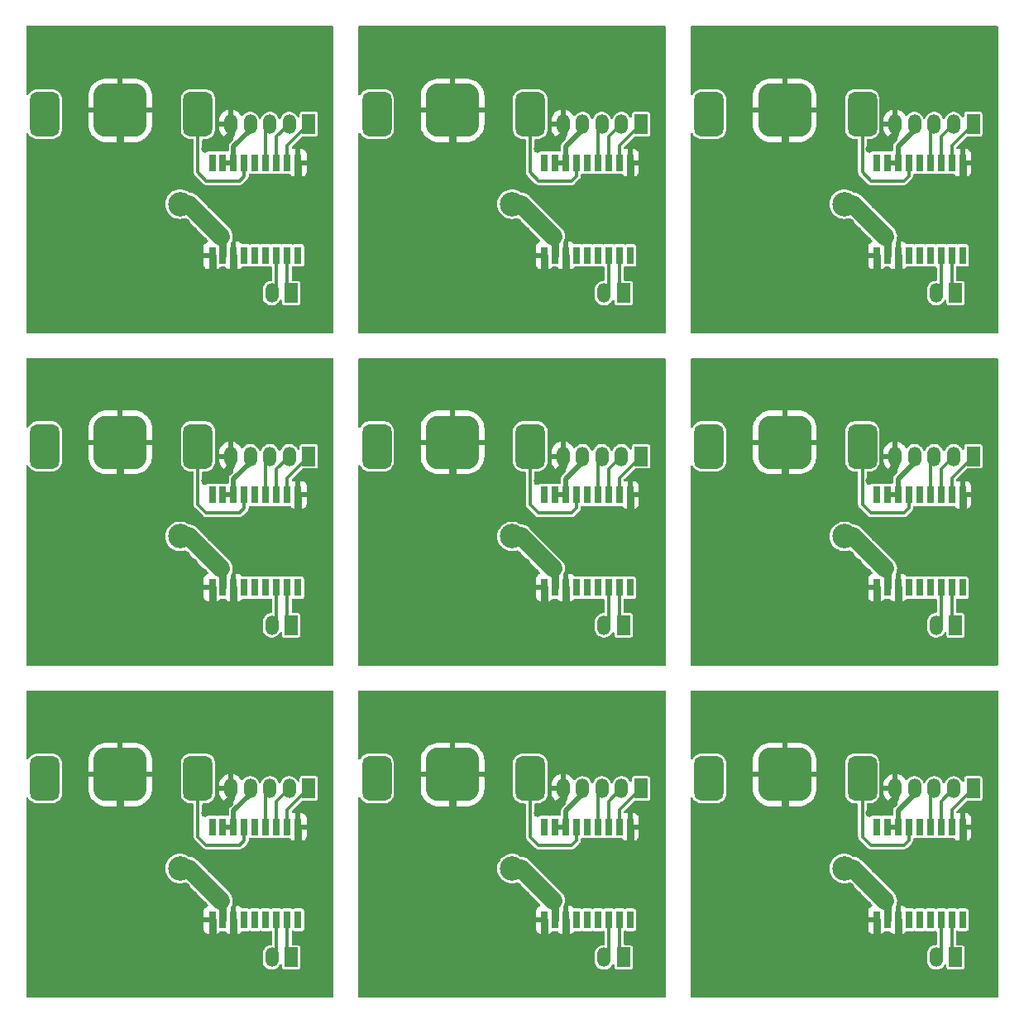
<source format=gbr>
%TF.GenerationSoftware,KiCad,Pcbnew,(6.0.4)*%
%TF.CreationDate,2022-12-29T00:07:26+09:00*%
%TF.ProjectId,gps-ublox-m10s,6770732d-7562-46c6-9f78-2d6d3130732e,rev?*%
%TF.SameCoordinates,Original*%
%TF.FileFunction,Copper,L1,Top*%
%TF.FilePolarity,Positive*%
%FSLAX46Y46*%
G04 Gerber Fmt 4.6, Leading zero omitted, Abs format (unit mm)*
G04 Created by KiCad (PCBNEW (6.0.4)) date 2022-12-29 00:07:26*
%MOMM*%
%LPD*%
G01*
G04 APERTURE LIST*
G04 Aperture macros list*
%AMRoundRect*
0 Rectangle with rounded corners*
0 $1 Rounding radius*
0 $2 $3 $4 $5 $6 $7 $8 $9 X,Y pos of 4 corners*
0 Add a 4 corners polygon primitive as box body*
4,1,4,$2,$3,$4,$5,$6,$7,$8,$9,$2,$3,0*
0 Add four circle primitives for the rounded corners*
1,1,$1+$1,$2,$3*
1,1,$1+$1,$4,$5*
1,1,$1+$1,$6,$7*
1,1,$1+$1,$8,$9*
0 Add four rect primitives between the rounded corners*
20,1,$1+$1,$2,$3,$4,$5,0*
20,1,$1+$1,$4,$5,$6,$7,0*
20,1,$1+$1,$6,$7,$8,$9,0*
20,1,$1+$1,$8,$9,$2,$3,0*%
G04 Aperture macros list end*
%TA.AperFunction,SMDPad,CuDef*%
%ADD10R,1.350000X2.000000*%
%TD*%
%TA.AperFunction,SMDPad,CuDef*%
%ADD11O,1.350000X2.000000*%
%TD*%
%TA.AperFunction,ComponentPad*%
%ADD12C,2.500000*%
%TD*%
%TA.AperFunction,SMDPad,CuDef*%
%ADD13RoundRect,1.375000X-1.375000X-1.375000X1.375000X-1.375000X1.375000X1.375000X-1.375000X1.375000X0*%
%TD*%
%TA.AperFunction,SMDPad,CuDef*%
%ADD14RoundRect,0.750000X-0.750000X-1.550000X0.750000X-1.550000X0.750000X1.550000X-0.750000X1.550000X0*%
%TD*%
%TA.AperFunction,SMDPad,CuDef*%
%ADD15R,0.700000X1.800000*%
%TD*%
%TA.AperFunction,SMDPad,CuDef*%
%ADD16R,0.800000X1.800000*%
%TD*%
%TA.AperFunction,ViaPad*%
%ADD17C,0.800000*%
%TD*%
%TA.AperFunction,Conductor*%
%ADD18C,0.350000*%
%TD*%
%TA.AperFunction,Conductor*%
%ADD19C,0.500000*%
%TD*%
%TA.AperFunction,Conductor*%
%ADD20C,0.800000*%
%TD*%
%TA.AperFunction,Conductor*%
%ADD21C,1.900000*%
%TD*%
G04 APERTURE END LIST*
D10*
%TO.P,J18,1,Pin_1*%
%TO.N,/SCL*%
X200575000Y-145659831D03*
D11*
%TO.P,J18,2,Pin_2*%
%TO.N,/SDA*%
X198575000Y-145659831D03*
%TD*%
D12*
%TO.P,ANT9,1,1*%
%TO.N,Net-(ANT1-Pad1)*%
X189175000Y-136559831D03*
%TD*%
D13*
%TO.P,U9,1,minus*%
%TO.N,GND*%
X183075000Y-126940169D03*
D14*
%TO.P,U9,2,plus*%
%TO.N,+3V0*%
X191025000Y-127340169D03*
X175325000Y-127340169D03*
%TD*%
D15*
%TO.P,IC9,1,GND_1*%
%TO.N,GND*%
X201275000Y-132309831D03*
D16*
%TO.P,IC9,2,TXD*%
%TO.N,/GNSS_TX*%
X200175000Y-132309831D03*
%TO.P,IC9,3,RXD*%
%TO.N,/GNSS_RX*%
X199075000Y-132309831D03*
%TO.P,IC9,4,TIMEPULSE*%
%TO.N,/GNSS_1PPS*%
X197975000Y-132309831D03*
%TO.P,IC9,5,EXTINT*%
%TO.N,unconnected-(IC1-Pad5)*%
X196875000Y-132309831D03*
%TO.P,IC9,6,V_BCKP*%
%TO.N,+3V0*%
X195775000Y-132309831D03*
%TO.P,IC9,7,V_IO*%
%TO.N,+3V3*%
X194675000Y-132309831D03*
%TO.P,IC9,8,VCC*%
X193575000Y-132309831D03*
D15*
%TO.P,IC9,9,RESET_N*%
%TO.N,unconnected-(IC1-Pad9)*%
X192475000Y-132309831D03*
%TO.P,IC9,10,GND_2*%
%TO.N,GND*%
X192475000Y-141809831D03*
D16*
%TO.P,IC9,11,RF_IN*%
%TO.N,Net-(ANT1-Pad1)*%
X193575000Y-141809831D03*
%TO.P,IC9,12,GND_3*%
%TO.N,GND*%
X194675000Y-141809831D03*
%TO.P,IC9,13,LNA_EN*%
%TO.N,unconnected-(IC1-Pad13)*%
X195775000Y-141809831D03*
%TO.P,IC9,14,VCC_RF*%
%TO.N,unconnected-(IC1-Pad14)*%
X196875000Y-141809831D03*
%TO.P,IC9,15,RESERVED*%
%TO.N,unconnected-(IC1-Pad15)*%
X197975000Y-141809831D03*
%TO.P,IC9,16,SDA*%
%TO.N,/SDA*%
X199075000Y-141809831D03*
%TO.P,IC9,17,SCL*%
%TO.N,/SCL*%
X200175000Y-141809831D03*
D15*
%TO.P,IC9,18,SAFEBOOT_N*%
%TO.N,unconnected-(IC1-Pad18)*%
X201275000Y-141809831D03*
%TD*%
D10*
%TO.P,J17,1,Pin_1*%
%TO.N,/GNSS_TX*%
X202375000Y-128359831D03*
D11*
%TO.P,J17,2,Pin_2*%
%TO.N,/GNSS_RX*%
X200375000Y-128359831D03*
%TO.P,J17,3,Pin_3*%
%TO.N,/GNSS_1PPS*%
X198375000Y-128359831D03*
%TO.P,J17,4,Pin_4*%
%TO.N,+3V3*%
X196375000Y-128359831D03*
%TO.P,J17,5,Pin_5*%
%TO.N,GND*%
X194375000Y-128359831D03*
%TD*%
D10*
%TO.P,J16,1,Pin_1*%
%TO.N,/SCL*%
X166575000Y-145659831D03*
D11*
%TO.P,J16,2,Pin_2*%
%TO.N,/SDA*%
X164575000Y-145659831D03*
%TD*%
D12*
%TO.P,ANT8,1,1*%
%TO.N,Net-(ANT1-Pad1)*%
X155175000Y-136559831D03*
%TD*%
D13*
%TO.P,U8,1,minus*%
%TO.N,GND*%
X149075000Y-126940169D03*
D14*
%TO.P,U8,2,plus*%
%TO.N,+3V0*%
X157025000Y-127340169D03*
X141325000Y-127340169D03*
%TD*%
D15*
%TO.P,IC8,1,GND_1*%
%TO.N,GND*%
X167275000Y-132309831D03*
D16*
%TO.P,IC8,2,TXD*%
%TO.N,/GNSS_TX*%
X166175000Y-132309831D03*
%TO.P,IC8,3,RXD*%
%TO.N,/GNSS_RX*%
X165075000Y-132309831D03*
%TO.P,IC8,4,TIMEPULSE*%
%TO.N,/GNSS_1PPS*%
X163975000Y-132309831D03*
%TO.P,IC8,5,EXTINT*%
%TO.N,unconnected-(IC1-Pad5)*%
X162875000Y-132309831D03*
%TO.P,IC8,6,V_BCKP*%
%TO.N,+3V0*%
X161775000Y-132309831D03*
%TO.P,IC8,7,V_IO*%
%TO.N,+3V3*%
X160675000Y-132309831D03*
%TO.P,IC8,8,VCC*%
X159575000Y-132309831D03*
D15*
%TO.P,IC8,9,RESET_N*%
%TO.N,unconnected-(IC1-Pad9)*%
X158475000Y-132309831D03*
%TO.P,IC8,10,GND_2*%
%TO.N,GND*%
X158475000Y-141809831D03*
D16*
%TO.P,IC8,11,RF_IN*%
%TO.N,Net-(ANT1-Pad1)*%
X159575000Y-141809831D03*
%TO.P,IC8,12,GND_3*%
%TO.N,GND*%
X160675000Y-141809831D03*
%TO.P,IC8,13,LNA_EN*%
%TO.N,unconnected-(IC1-Pad13)*%
X161775000Y-141809831D03*
%TO.P,IC8,14,VCC_RF*%
%TO.N,unconnected-(IC1-Pad14)*%
X162875000Y-141809831D03*
%TO.P,IC8,15,RESERVED*%
%TO.N,unconnected-(IC1-Pad15)*%
X163975000Y-141809831D03*
%TO.P,IC8,16,SDA*%
%TO.N,/SDA*%
X165075000Y-141809831D03*
%TO.P,IC8,17,SCL*%
%TO.N,/SCL*%
X166175000Y-141809831D03*
D15*
%TO.P,IC8,18,SAFEBOOT_N*%
%TO.N,unconnected-(IC1-Pad18)*%
X167275000Y-141809831D03*
%TD*%
D10*
%TO.P,J15,1,Pin_1*%
%TO.N,/GNSS_TX*%
X168375000Y-128359831D03*
D11*
%TO.P,J15,2,Pin_2*%
%TO.N,/GNSS_RX*%
X166375000Y-128359831D03*
%TO.P,J15,3,Pin_3*%
%TO.N,/GNSS_1PPS*%
X164375000Y-128359831D03*
%TO.P,J15,4,Pin_4*%
%TO.N,+3V3*%
X162375000Y-128359831D03*
%TO.P,J15,5,Pin_5*%
%TO.N,GND*%
X160375000Y-128359831D03*
%TD*%
D10*
%TO.P,J14,1,Pin_1*%
%TO.N,/SCL*%
X132575000Y-145659831D03*
D11*
%TO.P,J14,2,Pin_2*%
%TO.N,/SDA*%
X130575000Y-145659831D03*
%TD*%
D12*
%TO.P,ANT7,1,1*%
%TO.N,Net-(ANT1-Pad1)*%
X121175000Y-136559831D03*
%TD*%
D13*
%TO.P,U7,1,minus*%
%TO.N,GND*%
X115075000Y-126940169D03*
D14*
%TO.P,U7,2,plus*%
%TO.N,+3V0*%
X123025000Y-127340169D03*
X107325000Y-127340169D03*
%TD*%
D15*
%TO.P,IC7,1,GND_1*%
%TO.N,GND*%
X133275000Y-132309831D03*
D16*
%TO.P,IC7,2,TXD*%
%TO.N,/GNSS_TX*%
X132175000Y-132309831D03*
%TO.P,IC7,3,RXD*%
%TO.N,/GNSS_RX*%
X131075000Y-132309831D03*
%TO.P,IC7,4,TIMEPULSE*%
%TO.N,/GNSS_1PPS*%
X129975000Y-132309831D03*
%TO.P,IC7,5,EXTINT*%
%TO.N,unconnected-(IC1-Pad5)*%
X128875000Y-132309831D03*
%TO.P,IC7,6,V_BCKP*%
%TO.N,+3V0*%
X127775000Y-132309831D03*
%TO.P,IC7,7,V_IO*%
%TO.N,+3V3*%
X126675000Y-132309831D03*
%TO.P,IC7,8,VCC*%
X125575000Y-132309831D03*
D15*
%TO.P,IC7,9,RESET_N*%
%TO.N,unconnected-(IC1-Pad9)*%
X124475000Y-132309831D03*
%TO.P,IC7,10,GND_2*%
%TO.N,GND*%
X124475000Y-141809831D03*
D16*
%TO.P,IC7,11,RF_IN*%
%TO.N,Net-(ANT1-Pad1)*%
X125575000Y-141809831D03*
%TO.P,IC7,12,GND_3*%
%TO.N,GND*%
X126675000Y-141809831D03*
%TO.P,IC7,13,LNA_EN*%
%TO.N,unconnected-(IC1-Pad13)*%
X127775000Y-141809831D03*
%TO.P,IC7,14,VCC_RF*%
%TO.N,unconnected-(IC1-Pad14)*%
X128875000Y-141809831D03*
%TO.P,IC7,15,RESERVED*%
%TO.N,unconnected-(IC1-Pad15)*%
X129975000Y-141809831D03*
%TO.P,IC7,16,SDA*%
%TO.N,/SDA*%
X131075000Y-141809831D03*
%TO.P,IC7,17,SCL*%
%TO.N,/SCL*%
X132175000Y-141809831D03*
D15*
%TO.P,IC7,18,SAFEBOOT_N*%
%TO.N,unconnected-(IC1-Pad18)*%
X133275000Y-141809831D03*
%TD*%
D10*
%TO.P,J13,1,Pin_1*%
%TO.N,/GNSS_TX*%
X134375000Y-128359831D03*
D11*
%TO.P,J13,2,Pin_2*%
%TO.N,/GNSS_RX*%
X132375000Y-128359831D03*
%TO.P,J13,3,Pin_3*%
%TO.N,/GNSS_1PPS*%
X130375000Y-128359831D03*
%TO.P,J13,4,Pin_4*%
%TO.N,+3V3*%
X128375000Y-128359831D03*
%TO.P,J13,5,Pin_5*%
%TO.N,GND*%
X126375000Y-128359831D03*
%TD*%
D10*
%TO.P,J12,1,Pin_1*%
%TO.N,/SCL*%
X200575000Y-111659831D03*
D11*
%TO.P,J12,2,Pin_2*%
%TO.N,/SDA*%
X198575000Y-111659831D03*
%TD*%
D12*
%TO.P,ANT6,1,1*%
%TO.N,Net-(ANT1-Pad1)*%
X189175000Y-102559831D03*
%TD*%
D13*
%TO.P,U6,1,minus*%
%TO.N,GND*%
X183075000Y-92940169D03*
D14*
%TO.P,U6,2,plus*%
%TO.N,+3V0*%
X191025000Y-93340169D03*
X175325000Y-93340169D03*
%TD*%
D15*
%TO.P,IC6,1,GND_1*%
%TO.N,GND*%
X201275000Y-98309831D03*
D16*
%TO.P,IC6,2,TXD*%
%TO.N,/GNSS_TX*%
X200175000Y-98309831D03*
%TO.P,IC6,3,RXD*%
%TO.N,/GNSS_RX*%
X199075000Y-98309831D03*
%TO.P,IC6,4,TIMEPULSE*%
%TO.N,/GNSS_1PPS*%
X197975000Y-98309831D03*
%TO.P,IC6,5,EXTINT*%
%TO.N,unconnected-(IC1-Pad5)*%
X196875000Y-98309831D03*
%TO.P,IC6,6,V_BCKP*%
%TO.N,+3V0*%
X195775000Y-98309831D03*
%TO.P,IC6,7,V_IO*%
%TO.N,+3V3*%
X194675000Y-98309831D03*
%TO.P,IC6,8,VCC*%
X193575000Y-98309831D03*
D15*
%TO.P,IC6,9,RESET_N*%
%TO.N,unconnected-(IC1-Pad9)*%
X192475000Y-98309831D03*
%TO.P,IC6,10,GND_2*%
%TO.N,GND*%
X192475000Y-107809831D03*
D16*
%TO.P,IC6,11,RF_IN*%
%TO.N,Net-(ANT1-Pad1)*%
X193575000Y-107809831D03*
%TO.P,IC6,12,GND_3*%
%TO.N,GND*%
X194675000Y-107809831D03*
%TO.P,IC6,13,LNA_EN*%
%TO.N,unconnected-(IC1-Pad13)*%
X195775000Y-107809831D03*
%TO.P,IC6,14,VCC_RF*%
%TO.N,unconnected-(IC1-Pad14)*%
X196875000Y-107809831D03*
%TO.P,IC6,15,RESERVED*%
%TO.N,unconnected-(IC1-Pad15)*%
X197975000Y-107809831D03*
%TO.P,IC6,16,SDA*%
%TO.N,/SDA*%
X199075000Y-107809831D03*
%TO.P,IC6,17,SCL*%
%TO.N,/SCL*%
X200175000Y-107809831D03*
D15*
%TO.P,IC6,18,SAFEBOOT_N*%
%TO.N,unconnected-(IC1-Pad18)*%
X201275000Y-107809831D03*
%TD*%
D10*
%TO.P,J11,1,Pin_1*%
%TO.N,/GNSS_TX*%
X202375000Y-94359831D03*
D11*
%TO.P,J11,2,Pin_2*%
%TO.N,/GNSS_RX*%
X200375000Y-94359831D03*
%TO.P,J11,3,Pin_3*%
%TO.N,/GNSS_1PPS*%
X198375000Y-94359831D03*
%TO.P,J11,4,Pin_4*%
%TO.N,+3V3*%
X196375000Y-94359831D03*
%TO.P,J11,5,Pin_5*%
%TO.N,GND*%
X194375000Y-94359831D03*
%TD*%
D10*
%TO.P,J10,1,Pin_1*%
%TO.N,/SCL*%
X166575000Y-111659831D03*
D11*
%TO.P,J10,2,Pin_2*%
%TO.N,/SDA*%
X164575000Y-111659831D03*
%TD*%
D12*
%TO.P,ANT5,1,1*%
%TO.N,Net-(ANT1-Pad1)*%
X155175000Y-102559831D03*
%TD*%
D13*
%TO.P,U5,1,minus*%
%TO.N,GND*%
X149075000Y-92940169D03*
D14*
%TO.P,U5,2,plus*%
%TO.N,+3V0*%
X157025000Y-93340169D03*
X141325000Y-93340169D03*
%TD*%
D15*
%TO.P,IC5,1,GND_1*%
%TO.N,GND*%
X167275000Y-98309831D03*
D16*
%TO.P,IC5,2,TXD*%
%TO.N,/GNSS_TX*%
X166175000Y-98309831D03*
%TO.P,IC5,3,RXD*%
%TO.N,/GNSS_RX*%
X165075000Y-98309831D03*
%TO.P,IC5,4,TIMEPULSE*%
%TO.N,/GNSS_1PPS*%
X163975000Y-98309831D03*
%TO.P,IC5,5,EXTINT*%
%TO.N,unconnected-(IC1-Pad5)*%
X162875000Y-98309831D03*
%TO.P,IC5,6,V_BCKP*%
%TO.N,+3V0*%
X161775000Y-98309831D03*
%TO.P,IC5,7,V_IO*%
%TO.N,+3V3*%
X160675000Y-98309831D03*
%TO.P,IC5,8,VCC*%
X159575000Y-98309831D03*
D15*
%TO.P,IC5,9,RESET_N*%
%TO.N,unconnected-(IC1-Pad9)*%
X158475000Y-98309831D03*
%TO.P,IC5,10,GND_2*%
%TO.N,GND*%
X158475000Y-107809831D03*
D16*
%TO.P,IC5,11,RF_IN*%
%TO.N,Net-(ANT1-Pad1)*%
X159575000Y-107809831D03*
%TO.P,IC5,12,GND_3*%
%TO.N,GND*%
X160675000Y-107809831D03*
%TO.P,IC5,13,LNA_EN*%
%TO.N,unconnected-(IC1-Pad13)*%
X161775000Y-107809831D03*
%TO.P,IC5,14,VCC_RF*%
%TO.N,unconnected-(IC1-Pad14)*%
X162875000Y-107809831D03*
%TO.P,IC5,15,RESERVED*%
%TO.N,unconnected-(IC1-Pad15)*%
X163975000Y-107809831D03*
%TO.P,IC5,16,SDA*%
%TO.N,/SDA*%
X165075000Y-107809831D03*
%TO.P,IC5,17,SCL*%
%TO.N,/SCL*%
X166175000Y-107809831D03*
D15*
%TO.P,IC5,18,SAFEBOOT_N*%
%TO.N,unconnected-(IC1-Pad18)*%
X167275000Y-107809831D03*
%TD*%
D10*
%TO.P,J9,1,Pin_1*%
%TO.N,/GNSS_TX*%
X168375000Y-94359831D03*
D11*
%TO.P,J9,2,Pin_2*%
%TO.N,/GNSS_RX*%
X166375000Y-94359831D03*
%TO.P,J9,3,Pin_3*%
%TO.N,/GNSS_1PPS*%
X164375000Y-94359831D03*
%TO.P,J9,4,Pin_4*%
%TO.N,+3V3*%
X162375000Y-94359831D03*
%TO.P,J9,5,Pin_5*%
%TO.N,GND*%
X160375000Y-94359831D03*
%TD*%
D10*
%TO.P,J8,1,Pin_1*%
%TO.N,/SCL*%
X132575000Y-111659831D03*
D11*
%TO.P,J8,2,Pin_2*%
%TO.N,/SDA*%
X130575000Y-111659831D03*
%TD*%
D12*
%TO.P,ANT4,1,1*%
%TO.N,Net-(ANT1-Pad1)*%
X121175000Y-102559831D03*
%TD*%
D13*
%TO.P,U4,1,minus*%
%TO.N,GND*%
X115075000Y-92940169D03*
D14*
%TO.P,U4,2,plus*%
%TO.N,+3V0*%
X123025000Y-93340169D03*
X107325000Y-93340169D03*
%TD*%
D15*
%TO.P,IC4,1,GND_1*%
%TO.N,GND*%
X133275000Y-98309831D03*
D16*
%TO.P,IC4,2,TXD*%
%TO.N,/GNSS_TX*%
X132175000Y-98309831D03*
%TO.P,IC4,3,RXD*%
%TO.N,/GNSS_RX*%
X131075000Y-98309831D03*
%TO.P,IC4,4,TIMEPULSE*%
%TO.N,/GNSS_1PPS*%
X129975000Y-98309831D03*
%TO.P,IC4,5,EXTINT*%
%TO.N,unconnected-(IC1-Pad5)*%
X128875000Y-98309831D03*
%TO.P,IC4,6,V_BCKP*%
%TO.N,+3V0*%
X127775000Y-98309831D03*
%TO.P,IC4,7,V_IO*%
%TO.N,+3V3*%
X126675000Y-98309831D03*
%TO.P,IC4,8,VCC*%
X125575000Y-98309831D03*
D15*
%TO.P,IC4,9,RESET_N*%
%TO.N,unconnected-(IC1-Pad9)*%
X124475000Y-98309831D03*
%TO.P,IC4,10,GND_2*%
%TO.N,GND*%
X124475000Y-107809831D03*
D16*
%TO.P,IC4,11,RF_IN*%
%TO.N,Net-(ANT1-Pad1)*%
X125575000Y-107809831D03*
%TO.P,IC4,12,GND_3*%
%TO.N,GND*%
X126675000Y-107809831D03*
%TO.P,IC4,13,LNA_EN*%
%TO.N,unconnected-(IC1-Pad13)*%
X127775000Y-107809831D03*
%TO.P,IC4,14,VCC_RF*%
%TO.N,unconnected-(IC1-Pad14)*%
X128875000Y-107809831D03*
%TO.P,IC4,15,RESERVED*%
%TO.N,unconnected-(IC1-Pad15)*%
X129975000Y-107809831D03*
%TO.P,IC4,16,SDA*%
%TO.N,/SDA*%
X131075000Y-107809831D03*
%TO.P,IC4,17,SCL*%
%TO.N,/SCL*%
X132175000Y-107809831D03*
D15*
%TO.P,IC4,18,SAFEBOOT_N*%
%TO.N,unconnected-(IC1-Pad18)*%
X133275000Y-107809831D03*
%TD*%
D10*
%TO.P,J7,1,Pin_1*%
%TO.N,/GNSS_TX*%
X134375000Y-94359831D03*
D11*
%TO.P,J7,2,Pin_2*%
%TO.N,/GNSS_RX*%
X132375000Y-94359831D03*
%TO.P,J7,3,Pin_3*%
%TO.N,/GNSS_1PPS*%
X130375000Y-94359831D03*
%TO.P,J7,4,Pin_4*%
%TO.N,+3V3*%
X128375000Y-94359831D03*
%TO.P,J7,5,Pin_5*%
%TO.N,GND*%
X126375000Y-94359831D03*
%TD*%
D10*
%TO.P,J6,1,Pin_1*%
%TO.N,/SCL*%
X200575000Y-77659831D03*
D11*
%TO.P,J6,2,Pin_2*%
%TO.N,/SDA*%
X198575000Y-77659831D03*
%TD*%
D12*
%TO.P,ANT3,1,1*%
%TO.N,Net-(ANT1-Pad1)*%
X189175000Y-68559831D03*
%TD*%
D13*
%TO.P,U3,1,minus*%
%TO.N,GND*%
X183075000Y-58940169D03*
D14*
%TO.P,U3,2,plus*%
%TO.N,+3V0*%
X191025000Y-59340169D03*
X175325000Y-59340169D03*
%TD*%
D15*
%TO.P,IC3,1,GND_1*%
%TO.N,GND*%
X201275000Y-64309831D03*
D16*
%TO.P,IC3,2,TXD*%
%TO.N,/GNSS_TX*%
X200175000Y-64309831D03*
%TO.P,IC3,3,RXD*%
%TO.N,/GNSS_RX*%
X199075000Y-64309831D03*
%TO.P,IC3,4,TIMEPULSE*%
%TO.N,/GNSS_1PPS*%
X197975000Y-64309831D03*
%TO.P,IC3,5,EXTINT*%
%TO.N,unconnected-(IC1-Pad5)*%
X196875000Y-64309831D03*
%TO.P,IC3,6,V_BCKP*%
%TO.N,+3V0*%
X195775000Y-64309831D03*
%TO.P,IC3,7,V_IO*%
%TO.N,+3V3*%
X194675000Y-64309831D03*
%TO.P,IC3,8,VCC*%
X193575000Y-64309831D03*
D15*
%TO.P,IC3,9,RESET_N*%
%TO.N,unconnected-(IC1-Pad9)*%
X192475000Y-64309831D03*
%TO.P,IC3,10,GND_2*%
%TO.N,GND*%
X192475000Y-73809831D03*
D16*
%TO.P,IC3,11,RF_IN*%
%TO.N,Net-(ANT1-Pad1)*%
X193575000Y-73809831D03*
%TO.P,IC3,12,GND_3*%
%TO.N,GND*%
X194675000Y-73809831D03*
%TO.P,IC3,13,LNA_EN*%
%TO.N,unconnected-(IC1-Pad13)*%
X195775000Y-73809831D03*
%TO.P,IC3,14,VCC_RF*%
%TO.N,unconnected-(IC1-Pad14)*%
X196875000Y-73809831D03*
%TO.P,IC3,15,RESERVED*%
%TO.N,unconnected-(IC1-Pad15)*%
X197975000Y-73809831D03*
%TO.P,IC3,16,SDA*%
%TO.N,/SDA*%
X199075000Y-73809831D03*
%TO.P,IC3,17,SCL*%
%TO.N,/SCL*%
X200175000Y-73809831D03*
D15*
%TO.P,IC3,18,SAFEBOOT_N*%
%TO.N,unconnected-(IC1-Pad18)*%
X201275000Y-73809831D03*
%TD*%
D10*
%TO.P,J5,1,Pin_1*%
%TO.N,/GNSS_TX*%
X202375000Y-60359831D03*
D11*
%TO.P,J5,2,Pin_2*%
%TO.N,/GNSS_RX*%
X200375000Y-60359831D03*
%TO.P,J5,3,Pin_3*%
%TO.N,/GNSS_1PPS*%
X198375000Y-60359831D03*
%TO.P,J5,4,Pin_4*%
%TO.N,+3V3*%
X196375000Y-60359831D03*
%TO.P,J5,5,Pin_5*%
%TO.N,GND*%
X194375000Y-60359831D03*
%TD*%
D10*
%TO.P,J4,1,Pin_1*%
%TO.N,/SCL*%
X166575000Y-77659831D03*
D11*
%TO.P,J4,2,Pin_2*%
%TO.N,/SDA*%
X164575000Y-77659831D03*
%TD*%
D12*
%TO.P,ANT2,1,1*%
%TO.N,Net-(ANT1-Pad1)*%
X155175000Y-68559831D03*
%TD*%
D13*
%TO.P,U2,1,minus*%
%TO.N,GND*%
X149075000Y-58940169D03*
D14*
%TO.P,U2,2,plus*%
%TO.N,+3V0*%
X157025000Y-59340169D03*
X141325000Y-59340169D03*
%TD*%
D15*
%TO.P,IC2,1,GND_1*%
%TO.N,GND*%
X167275000Y-64309831D03*
D16*
%TO.P,IC2,2,TXD*%
%TO.N,/GNSS_TX*%
X166175000Y-64309831D03*
%TO.P,IC2,3,RXD*%
%TO.N,/GNSS_RX*%
X165075000Y-64309831D03*
%TO.P,IC2,4,TIMEPULSE*%
%TO.N,/GNSS_1PPS*%
X163975000Y-64309831D03*
%TO.P,IC2,5,EXTINT*%
%TO.N,unconnected-(IC1-Pad5)*%
X162875000Y-64309831D03*
%TO.P,IC2,6,V_BCKP*%
%TO.N,+3V0*%
X161775000Y-64309831D03*
%TO.P,IC2,7,V_IO*%
%TO.N,+3V3*%
X160675000Y-64309831D03*
%TO.P,IC2,8,VCC*%
X159575000Y-64309831D03*
D15*
%TO.P,IC2,9,RESET_N*%
%TO.N,unconnected-(IC1-Pad9)*%
X158475000Y-64309831D03*
%TO.P,IC2,10,GND_2*%
%TO.N,GND*%
X158475000Y-73809831D03*
D16*
%TO.P,IC2,11,RF_IN*%
%TO.N,Net-(ANT1-Pad1)*%
X159575000Y-73809831D03*
%TO.P,IC2,12,GND_3*%
%TO.N,GND*%
X160675000Y-73809831D03*
%TO.P,IC2,13,LNA_EN*%
%TO.N,unconnected-(IC1-Pad13)*%
X161775000Y-73809831D03*
%TO.P,IC2,14,VCC_RF*%
%TO.N,unconnected-(IC1-Pad14)*%
X162875000Y-73809831D03*
%TO.P,IC2,15,RESERVED*%
%TO.N,unconnected-(IC1-Pad15)*%
X163975000Y-73809831D03*
%TO.P,IC2,16,SDA*%
%TO.N,/SDA*%
X165075000Y-73809831D03*
%TO.P,IC2,17,SCL*%
%TO.N,/SCL*%
X166175000Y-73809831D03*
D15*
%TO.P,IC2,18,SAFEBOOT_N*%
%TO.N,unconnected-(IC1-Pad18)*%
X167275000Y-73809831D03*
%TD*%
D10*
%TO.P,J3,1,Pin_1*%
%TO.N,/GNSS_TX*%
X168375000Y-60359831D03*
D11*
%TO.P,J3,2,Pin_2*%
%TO.N,/GNSS_RX*%
X166375000Y-60359831D03*
%TO.P,J3,3,Pin_3*%
%TO.N,/GNSS_1PPS*%
X164375000Y-60359831D03*
%TO.P,J3,4,Pin_4*%
%TO.N,+3V3*%
X162375000Y-60359831D03*
%TO.P,J3,5,Pin_5*%
%TO.N,GND*%
X160375000Y-60359831D03*
%TD*%
D10*
%TO.P,J2,1,Pin_1*%
%TO.N,/SCL*%
X132575000Y-77659831D03*
D11*
%TO.P,J2,2,Pin_2*%
%TO.N,/SDA*%
X130575000Y-77659831D03*
%TD*%
D13*
%TO.P,U1,1,minus*%
%TO.N,GND*%
X115075000Y-58940169D03*
D14*
%TO.P,U1,2,plus*%
%TO.N,+3V0*%
X123025000Y-59340169D03*
X107325000Y-59340169D03*
%TD*%
D10*
%TO.P,J1,1,Pin_1*%
%TO.N,/GNSS_TX*%
X134375000Y-60359831D03*
D11*
%TO.P,J1,2,Pin_2*%
%TO.N,/GNSS_RX*%
X132375000Y-60359831D03*
%TO.P,J1,3,Pin_3*%
%TO.N,/GNSS_1PPS*%
X130375000Y-60359831D03*
%TO.P,J1,4,Pin_4*%
%TO.N,+3V3*%
X128375000Y-60359831D03*
%TO.P,J1,5,Pin_5*%
%TO.N,GND*%
X126375000Y-60359831D03*
%TD*%
D15*
%TO.P,IC1,1,GND_1*%
%TO.N,GND*%
X133275000Y-64309831D03*
D16*
%TO.P,IC1,2,TXD*%
%TO.N,/GNSS_TX*%
X132175000Y-64309831D03*
%TO.P,IC1,3,RXD*%
%TO.N,/GNSS_RX*%
X131075000Y-64309831D03*
%TO.P,IC1,4,TIMEPULSE*%
%TO.N,/GNSS_1PPS*%
X129975000Y-64309831D03*
%TO.P,IC1,5,EXTINT*%
%TO.N,unconnected-(IC1-Pad5)*%
X128875000Y-64309831D03*
%TO.P,IC1,6,V_BCKP*%
%TO.N,+3V0*%
X127775000Y-64309831D03*
%TO.P,IC1,7,V_IO*%
%TO.N,+3V3*%
X126675000Y-64309831D03*
%TO.P,IC1,8,VCC*%
X125575000Y-64309831D03*
D15*
%TO.P,IC1,9,RESET_N*%
%TO.N,unconnected-(IC1-Pad9)*%
X124475000Y-64309831D03*
%TO.P,IC1,10,GND_2*%
%TO.N,GND*%
X124475000Y-73809831D03*
D16*
%TO.P,IC1,11,RF_IN*%
%TO.N,Net-(ANT1-Pad1)*%
X125575000Y-73809831D03*
%TO.P,IC1,12,GND_3*%
%TO.N,GND*%
X126675000Y-73809831D03*
%TO.P,IC1,13,LNA_EN*%
%TO.N,unconnected-(IC1-Pad13)*%
X127775000Y-73809831D03*
%TO.P,IC1,14,VCC_RF*%
%TO.N,unconnected-(IC1-Pad14)*%
X128875000Y-73809831D03*
%TO.P,IC1,15,RESERVED*%
%TO.N,unconnected-(IC1-Pad15)*%
X129975000Y-73809831D03*
%TO.P,IC1,16,SDA*%
%TO.N,/SDA*%
X131075000Y-73809831D03*
%TO.P,IC1,17,SCL*%
%TO.N,/SCL*%
X132175000Y-73809831D03*
D15*
%TO.P,IC1,18,SAFEBOOT_N*%
%TO.N,unconnected-(IC1-Pad18)*%
X133275000Y-73809831D03*
%TD*%
D12*
%TO.P,ANT1,1,1*%
%TO.N,Net-(ANT1-Pad1)*%
X121175000Y-68559831D03*
%TD*%
D17*
%TO.N,GND*%
X174675000Y-148559831D03*
X190175000Y-140559831D03*
X182175000Y-146059831D03*
X187675000Y-122059831D03*
X184843022Y-132078340D03*
X174675000Y-119559831D03*
X194675000Y-143559831D03*
X187175000Y-136259831D03*
X203175000Y-143559831D03*
X189775000Y-134659831D03*
X184843022Y-148578340D03*
X187375000Y-137459831D03*
X178375000Y-129859831D03*
X187624308Y-143587525D03*
X195606978Y-124641322D03*
X174675000Y-122059831D03*
X174675000Y-134559831D03*
X187675000Y-148559831D03*
X201175000Y-139459831D03*
X190225692Y-148532137D03*
X195675000Y-122059831D03*
X182225692Y-132032137D03*
X194775000Y-146059831D03*
X182225692Y-122032137D03*
X203175000Y-141059831D03*
X179675000Y-132059831D03*
X194175000Y-138259831D03*
X174675000Y-132059831D03*
X200675000Y-119559831D03*
X192843022Y-122078340D03*
X179624308Y-140587525D03*
X182225692Y-134532137D03*
X201175000Y-135259831D03*
X176792330Y-143606034D03*
X182225692Y-137532137D03*
X203175000Y-132259831D03*
X191575000Y-140259831D03*
X179675000Y-148559831D03*
X174675000Y-137559831D03*
X191575000Y-135659831D03*
X176843022Y-132078340D03*
X176843022Y-137578340D03*
X190175000Y-143559831D03*
X198175000Y-137459831D03*
X183075000Y-130659831D03*
X187675000Y-119559831D03*
X176792330Y-146106034D03*
X174624308Y-143587525D03*
X200606978Y-124641322D03*
X198225692Y-148532137D03*
X184792330Y-143606034D03*
X182175000Y-140559831D03*
X179675000Y-134559831D03*
X203175000Y-148559831D03*
X179675000Y-137559831D03*
X192575000Y-146059831D03*
X203106978Y-124641322D03*
X194975000Y-135259831D03*
X179624308Y-143587525D03*
X184843022Y-119578340D03*
X192775000Y-124659831D03*
X187575000Y-135259831D03*
X182175000Y-143559831D03*
X203175000Y-122059831D03*
X198175000Y-139459831D03*
X184843022Y-137578340D03*
X187624308Y-140587525D03*
X179675000Y-122059831D03*
X203225692Y-146032137D03*
X176843022Y-148578340D03*
X192843022Y-119578340D03*
X203225692Y-135032137D03*
X195675000Y-119559831D03*
X176792330Y-140606034D03*
X187775000Y-125459831D03*
X190175000Y-146059831D03*
X187624308Y-146087525D03*
X201175000Y-137459831D03*
X188175000Y-138259831D03*
X192475000Y-143559831D03*
X176843022Y-122078340D03*
X187775000Y-132059831D03*
X192843022Y-148578340D03*
X200675000Y-122059831D03*
X182225692Y-148532137D03*
X179675000Y-119559831D03*
X184843022Y-122078340D03*
X174624308Y-140587525D03*
X198175000Y-135259831D03*
X203175000Y-138059831D03*
X176843022Y-119578340D03*
X177775000Y-125859831D03*
X190225692Y-122032137D03*
X198225692Y-119532137D03*
X176843022Y-134578340D03*
X190225692Y-119532137D03*
X189775000Y-138459831D03*
X184792330Y-146106034D03*
X187775000Y-129259831D03*
X182225692Y-119532137D03*
X195675000Y-148559831D03*
X179624308Y-146087525D03*
X174624308Y-146087525D03*
X201275000Y-133959831D03*
X203175000Y-119559831D03*
X193375000Y-137459831D03*
X192375000Y-136659831D03*
X184843022Y-134578340D03*
X194975000Y-139459831D03*
X190575000Y-139259831D03*
X184792330Y-140606034D03*
X188575000Y-134659831D03*
X200675000Y-148559831D03*
X191775000Y-130859831D03*
X198225692Y-122032137D03*
X190775000Y-134859831D03*
X194975000Y-137459831D03*
X193675000Y-130059831D03*
X198157670Y-124613628D03*
X140675000Y-148559831D03*
X156175000Y-140559831D03*
X148175000Y-146059831D03*
X153675000Y-122059831D03*
X150843022Y-132078340D03*
X140675000Y-119559831D03*
X160675000Y-143559831D03*
X153175000Y-136259831D03*
X169175000Y-143559831D03*
X155775000Y-134659831D03*
X150843022Y-148578340D03*
X153375000Y-137459831D03*
X144375000Y-129859831D03*
X153624308Y-143587525D03*
X161606978Y-124641322D03*
X140675000Y-122059831D03*
X140675000Y-134559831D03*
X153675000Y-148559831D03*
X167175000Y-139459831D03*
X156225692Y-148532137D03*
X161675000Y-122059831D03*
X148225692Y-132032137D03*
X160775000Y-146059831D03*
X148225692Y-122032137D03*
X169175000Y-141059831D03*
X145675000Y-132059831D03*
X160175000Y-138259831D03*
X140675000Y-132059831D03*
X166675000Y-119559831D03*
X158843022Y-122078340D03*
X145624308Y-140587525D03*
X148225692Y-134532137D03*
X167175000Y-135259831D03*
X142792330Y-143606034D03*
X148225692Y-137532137D03*
X169175000Y-132259831D03*
X157575000Y-140259831D03*
X145675000Y-148559831D03*
X140675000Y-137559831D03*
X157575000Y-135659831D03*
X142843022Y-132078340D03*
X142843022Y-137578340D03*
X156175000Y-143559831D03*
X164175000Y-137459831D03*
X149075000Y-130659831D03*
X153675000Y-119559831D03*
X142792330Y-146106034D03*
X140624308Y-143587525D03*
X166606978Y-124641322D03*
X164225692Y-148532137D03*
X150792330Y-143606034D03*
X148175000Y-140559831D03*
X145675000Y-134559831D03*
X169175000Y-148559831D03*
X145675000Y-137559831D03*
X158575000Y-146059831D03*
X169106978Y-124641322D03*
X160975000Y-135259831D03*
X145624308Y-143587525D03*
X150843022Y-119578340D03*
X158775000Y-124659831D03*
X153575000Y-135259831D03*
X148175000Y-143559831D03*
X169175000Y-122059831D03*
X164175000Y-139459831D03*
X150843022Y-137578340D03*
X153624308Y-140587525D03*
X145675000Y-122059831D03*
X169225692Y-146032137D03*
X142843022Y-148578340D03*
X158843022Y-119578340D03*
X169225692Y-135032137D03*
X161675000Y-119559831D03*
X142792330Y-140606034D03*
X153775000Y-125459831D03*
X156175000Y-146059831D03*
X153624308Y-146087525D03*
X167175000Y-137459831D03*
X154175000Y-138259831D03*
X158475000Y-143559831D03*
X142843022Y-122078340D03*
X153775000Y-132059831D03*
X158843022Y-148578340D03*
X166675000Y-122059831D03*
X148225692Y-148532137D03*
X145675000Y-119559831D03*
X150843022Y-122078340D03*
X140624308Y-140587525D03*
X164175000Y-135259831D03*
X169175000Y-138059831D03*
X142843022Y-119578340D03*
X143775000Y-125859831D03*
X156225692Y-122032137D03*
X164225692Y-119532137D03*
X142843022Y-134578340D03*
X156225692Y-119532137D03*
X155775000Y-138459831D03*
X150792330Y-146106034D03*
X153775000Y-129259831D03*
X148225692Y-119532137D03*
X161675000Y-148559831D03*
X145624308Y-146087525D03*
X140624308Y-146087525D03*
X167275000Y-133959831D03*
X169175000Y-119559831D03*
X159375000Y-137459831D03*
X158375000Y-136659831D03*
X150843022Y-134578340D03*
X160975000Y-139459831D03*
X156575000Y-139259831D03*
X150792330Y-140606034D03*
X154575000Y-134659831D03*
X166675000Y-148559831D03*
X157775000Y-130859831D03*
X164225692Y-122032137D03*
X156775000Y-134859831D03*
X160975000Y-137459831D03*
X159675000Y-130059831D03*
X164157670Y-124613628D03*
X106675000Y-148559831D03*
X122175000Y-140559831D03*
X114175000Y-146059831D03*
X119675000Y-122059831D03*
X116843022Y-132078340D03*
X106675000Y-119559831D03*
X126675000Y-143559831D03*
X119175000Y-136259831D03*
X135175000Y-143559831D03*
X121775000Y-134659831D03*
X116843022Y-148578340D03*
X119375000Y-137459831D03*
X110375000Y-129859831D03*
X119624308Y-143587525D03*
X127606978Y-124641322D03*
X106675000Y-122059831D03*
X106675000Y-134559831D03*
X119675000Y-148559831D03*
X133175000Y-139459831D03*
X122225692Y-148532137D03*
X127675000Y-122059831D03*
X114225692Y-132032137D03*
X126775000Y-146059831D03*
X114225692Y-122032137D03*
X135175000Y-141059831D03*
X111675000Y-132059831D03*
X126175000Y-138259831D03*
X106675000Y-132059831D03*
X132675000Y-119559831D03*
X124843022Y-122078340D03*
X111624308Y-140587525D03*
X114225692Y-134532137D03*
X133175000Y-135259831D03*
X108792330Y-143606034D03*
X114225692Y-137532137D03*
X135175000Y-132259831D03*
X123575000Y-140259831D03*
X111675000Y-148559831D03*
X106675000Y-137559831D03*
X123575000Y-135659831D03*
X108843022Y-132078340D03*
X108843022Y-137578340D03*
X122175000Y-143559831D03*
X130175000Y-137459831D03*
X115075000Y-130659831D03*
X119675000Y-119559831D03*
X108792330Y-146106034D03*
X106624308Y-143587525D03*
X132606978Y-124641322D03*
X130225692Y-148532137D03*
X116792330Y-143606034D03*
X114175000Y-140559831D03*
X111675000Y-134559831D03*
X135175000Y-148559831D03*
X111675000Y-137559831D03*
X124575000Y-146059831D03*
X135106978Y-124641322D03*
X126975000Y-135259831D03*
X111624308Y-143587525D03*
X116843022Y-119578340D03*
X124775000Y-124659831D03*
X119575000Y-135259831D03*
X114175000Y-143559831D03*
X135175000Y-122059831D03*
X130175000Y-139459831D03*
X116843022Y-137578340D03*
X119624308Y-140587525D03*
X111675000Y-122059831D03*
X135225692Y-146032137D03*
X108843022Y-148578340D03*
X124843022Y-119578340D03*
X135225692Y-135032137D03*
X127675000Y-119559831D03*
X108792330Y-140606034D03*
X119775000Y-125459831D03*
X122175000Y-146059831D03*
X119624308Y-146087525D03*
X133175000Y-137459831D03*
X120175000Y-138259831D03*
X124475000Y-143559831D03*
X108843022Y-122078340D03*
X119775000Y-132059831D03*
X124843022Y-148578340D03*
X132675000Y-122059831D03*
X114225692Y-148532137D03*
X111675000Y-119559831D03*
X116843022Y-122078340D03*
X106624308Y-140587525D03*
X130175000Y-135259831D03*
X135175000Y-138059831D03*
X108843022Y-119578340D03*
X109775000Y-125859831D03*
X122225692Y-122032137D03*
X130225692Y-119532137D03*
X108843022Y-134578340D03*
X122225692Y-119532137D03*
X121775000Y-138459831D03*
X116792330Y-146106034D03*
X119775000Y-129259831D03*
X114225692Y-119532137D03*
X127675000Y-148559831D03*
X111624308Y-146087525D03*
X106624308Y-146087525D03*
X133275000Y-133959831D03*
X135175000Y-119559831D03*
X125375000Y-137459831D03*
X124375000Y-136659831D03*
X116843022Y-134578340D03*
X126975000Y-139459831D03*
X122575000Y-139259831D03*
X116792330Y-140606034D03*
X120575000Y-134659831D03*
X132675000Y-148559831D03*
X123775000Y-130859831D03*
X130225692Y-122032137D03*
X122775000Y-134859831D03*
X126975000Y-137459831D03*
X125675000Y-130059831D03*
X130157670Y-124613628D03*
X174675000Y-114559831D03*
X190175000Y-106559831D03*
X182175000Y-112059831D03*
X187675000Y-88059831D03*
X184843022Y-98078340D03*
X174675000Y-85559831D03*
X194675000Y-109559831D03*
X187175000Y-102259831D03*
X203175000Y-109559831D03*
X189775000Y-100659831D03*
X184843022Y-114578340D03*
X187375000Y-103459831D03*
X178375000Y-95859831D03*
X187624308Y-109587525D03*
X195606978Y-90641322D03*
X174675000Y-88059831D03*
X174675000Y-100559831D03*
X187675000Y-114559831D03*
X201175000Y-105459831D03*
X190225692Y-114532137D03*
X195675000Y-88059831D03*
X182225692Y-98032137D03*
X194775000Y-112059831D03*
X182225692Y-88032137D03*
X203175000Y-107059831D03*
X179675000Y-98059831D03*
X194175000Y-104259831D03*
X174675000Y-98059831D03*
X200675000Y-85559831D03*
X192843022Y-88078340D03*
X179624308Y-106587525D03*
X182225692Y-100532137D03*
X201175000Y-101259831D03*
X176792330Y-109606034D03*
X182225692Y-103532137D03*
X203175000Y-98259831D03*
X191575000Y-106259831D03*
X179675000Y-114559831D03*
X174675000Y-103559831D03*
X191575000Y-101659831D03*
X176843022Y-98078340D03*
X176843022Y-103578340D03*
X190175000Y-109559831D03*
X198175000Y-103459831D03*
X183075000Y-96659831D03*
X187675000Y-85559831D03*
X176792330Y-112106034D03*
X174624308Y-109587525D03*
X200606978Y-90641322D03*
X198225692Y-114532137D03*
X184792330Y-109606034D03*
X182175000Y-106559831D03*
X179675000Y-100559831D03*
X203175000Y-114559831D03*
X179675000Y-103559831D03*
X192575000Y-112059831D03*
X203106978Y-90641322D03*
X194975000Y-101259831D03*
X179624308Y-109587525D03*
X184843022Y-85578340D03*
X192775000Y-90659831D03*
X187575000Y-101259831D03*
X182175000Y-109559831D03*
X203175000Y-88059831D03*
X198175000Y-105459831D03*
X184843022Y-103578340D03*
X187624308Y-106587525D03*
X179675000Y-88059831D03*
X203225692Y-112032137D03*
X176843022Y-114578340D03*
X192843022Y-85578340D03*
X203225692Y-101032137D03*
X195675000Y-85559831D03*
X176792330Y-106606034D03*
X187775000Y-91459831D03*
X190175000Y-112059831D03*
X187624308Y-112087525D03*
X201175000Y-103459831D03*
X188175000Y-104259831D03*
X192475000Y-109559831D03*
X176843022Y-88078340D03*
X187775000Y-98059831D03*
X192843022Y-114578340D03*
X200675000Y-88059831D03*
X182225692Y-114532137D03*
X179675000Y-85559831D03*
X184843022Y-88078340D03*
X174624308Y-106587525D03*
X198175000Y-101259831D03*
X203175000Y-104059831D03*
X176843022Y-85578340D03*
X177775000Y-91859831D03*
X190225692Y-88032137D03*
X198225692Y-85532137D03*
X176843022Y-100578340D03*
X190225692Y-85532137D03*
X189775000Y-104459831D03*
X184792330Y-112106034D03*
X187775000Y-95259831D03*
X182225692Y-85532137D03*
X195675000Y-114559831D03*
X179624308Y-112087525D03*
X174624308Y-112087525D03*
X201275000Y-99959831D03*
X203175000Y-85559831D03*
X193375000Y-103459831D03*
X192375000Y-102659831D03*
X184843022Y-100578340D03*
X194975000Y-105459831D03*
X190575000Y-105259831D03*
X184792330Y-106606034D03*
X188575000Y-100659831D03*
X200675000Y-114559831D03*
X191775000Y-96859831D03*
X198225692Y-88032137D03*
X190775000Y-100859831D03*
X194975000Y-103459831D03*
X193675000Y-96059831D03*
X198157670Y-90613628D03*
X140675000Y-114559831D03*
X156175000Y-106559831D03*
X148175000Y-112059831D03*
X153675000Y-88059831D03*
X150843022Y-98078340D03*
X140675000Y-85559831D03*
X160675000Y-109559831D03*
X153175000Y-102259831D03*
X169175000Y-109559831D03*
X155775000Y-100659831D03*
X150843022Y-114578340D03*
X153375000Y-103459831D03*
X144375000Y-95859831D03*
X153624308Y-109587525D03*
X161606978Y-90641322D03*
X140675000Y-88059831D03*
X140675000Y-100559831D03*
X153675000Y-114559831D03*
X167175000Y-105459831D03*
X156225692Y-114532137D03*
X161675000Y-88059831D03*
X148225692Y-98032137D03*
X160775000Y-112059831D03*
X148225692Y-88032137D03*
X169175000Y-107059831D03*
X145675000Y-98059831D03*
X160175000Y-104259831D03*
X140675000Y-98059831D03*
X166675000Y-85559831D03*
X158843022Y-88078340D03*
X145624308Y-106587525D03*
X148225692Y-100532137D03*
X167175000Y-101259831D03*
X142792330Y-109606034D03*
X148225692Y-103532137D03*
X169175000Y-98259831D03*
X157575000Y-106259831D03*
X145675000Y-114559831D03*
X140675000Y-103559831D03*
X157575000Y-101659831D03*
X142843022Y-98078340D03*
X142843022Y-103578340D03*
X156175000Y-109559831D03*
X164175000Y-103459831D03*
X149075000Y-96659831D03*
X153675000Y-85559831D03*
X142792330Y-112106034D03*
X140624308Y-109587525D03*
X166606978Y-90641322D03*
X164225692Y-114532137D03*
X150792330Y-109606034D03*
X148175000Y-106559831D03*
X145675000Y-100559831D03*
X169175000Y-114559831D03*
X145675000Y-103559831D03*
X158575000Y-112059831D03*
X169106978Y-90641322D03*
X160975000Y-101259831D03*
X145624308Y-109587525D03*
X150843022Y-85578340D03*
X158775000Y-90659831D03*
X153575000Y-101259831D03*
X148175000Y-109559831D03*
X169175000Y-88059831D03*
X164175000Y-105459831D03*
X150843022Y-103578340D03*
X153624308Y-106587525D03*
X145675000Y-88059831D03*
X169225692Y-112032137D03*
X142843022Y-114578340D03*
X158843022Y-85578340D03*
X169225692Y-101032137D03*
X161675000Y-85559831D03*
X142792330Y-106606034D03*
X153775000Y-91459831D03*
X156175000Y-112059831D03*
X153624308Y-112087525D03*
X167175000Y-103459831D03*
X154175000Y-104259831D03*
X158475000Y-109559831D03*
X142843022Y-88078340D03*
X153775000Y-98059831D03*
X158843022Y-114578340D03*
X166675000Y-88059831D03*
X148225692Y-114532137D03*
X145675000Y-85559831D03*
X150843022Y-88078340D03*
X140624308Y-106587525D03*
X164175000Y-101259831D03*
X169175000Y-104059831D03*
X142843022Y-85578340D03*
X143775000Y-91859831D03*
X156225692Y-88032137D03*
X164225692Y-85532137D03*
X142843022Y-100578340D03*
X156225692Y-85532137D03*
X155775000Y-104459831D03*
X150792330Y-112106034D03*
X153775000Y-95259831D03*
X148225692Y-85532137D03*
X161675000Y-114559831D03*
X145624308Y-112087525D03*
X140624308Y-112087525D03*
X167275000Y-99959831D03*
X169175000Y-85559831D03*
X159375000Y-103459831D03*
X158375000Y-102659831D03*
X150843022Y-100578340D03*
X160975000Y-105459831D03*
X156575000Y-105259831D03*
X150792330Y-106606034D03*
X154575000Y-100659831D03*
X166675000Y-114559831D03*
X157775000Y-96859831D03*
X164225692Y-88032137D03*
X156775000Y-100859831D03*
X160975000Y-103459831D03*
X159675000Y-96059831D03*
X164157670Y-90613628D03*
X106675000Y-114559831D03*
X122175000Y-106559831D03*
X114175000Y-112059831D03*
X119675000Y-88059831D03*
X116843022Y-98078340D03*
X106675000Y-85559831D03*
X126675000Y-109559831D03*
X119175000Y-102259831D03*
X135175000Y-109559831D03*
X121775000Y-100659831D03*
X116843022Y-114578340D03*
X119375000Y-103459831D03*
X110375000Y-95859831D03*
X119624308Y-109587525D03*
X127606978Y-90641322D03*
X106675000Y-88059831D03*
X106675000Y-100559831D03*
X119675000Y-114559831D03*
X133175000Y-105459831D03*
X122225692Y-114532137D03*
X127675000Y-88059831D03*
X114225692Y-98032137D03*
X126775000Y-112059831D03*
X114225692Y-88032137D03*
X135175000Y-107059831D03*
X111675000Y-98059831D03*
X126175000Y-104259831D03*
X106675000Y-98059831D03*
X132675000Y-85559831D03*
X124843022Y-88078340D03*
X111624308Y-106587525D03*
X114225692Y-100532137D03*
X133175000Y-101259831D03*
X108792330Y-109606034D03*
X114225692Y-103532137D03*
X135175000Y-98259831D03*
X123575000Y-106259831D03*
X111675000Y-114559831D03*
X106675000Y-103559831D03*
X123575000Y-101659831D03*
X108843022Y-98078340D03*
X108843022Y-103578340D03*
X122175000Y-109559831D03*
X130175000Y-103459831D03*
X115075000Y-96659831D03*
X119675000Y-85559831D03*
X108792330Y-112106034D03*
X106624308Y-109587525D03*
X132606978Y-90641322D03*
X130225692Y-114532137D03*
X116792330Y-109606034D03*
X114175000Y-106559831D03*
X111675000Y-100559831D03*
X135175000Y-114559831D03*
X111675000Y-103559831D03*
X124575000Y-112059831D03*
X135106978Y-90641322D03*
X126975000Y-101259831D03*
X111624308Y-109587525D03*
X116843022Y-85578340D03*
X124775000Y-90659831D03*
X119575000Y-101259831D03*
X114175000Y-109559831D03*
X135175000Y-88059831D03*
X130175000Y-105459831D03*
X116843022Y-103578340D03*
X119624308Y-106587525D03*
X111675000Y-88059831D03*
X135225692Y-112032137D03*
X108843022Y-114578340D03*
X124843022Y-85578340D03*
X135225692Y-101032137D03*
X127675000Y-85559831D03*
X108792330Y-106606034D03*
X119775000Y-91459831D03*
X122175000Y-112059831D03*
X119624308Y-112087525D03*
X133175000Y-103459831D03*
X120175000Y-104259831D03*
X124475000Y-109559831D03*
X108843022Y-88078340D03*
X119775000Y-98059831D03*
X124843022Y-114578340D03*
X132675000Y-88059831D03*
X114225692Y-114532137D03*
X111675000Y-85559831D03*
X116843022Y-88078340D03*
X106624308Y-106587525D03*
X130175000Y-101259831D03*
X135175000Y-104059831D03*
X108843022Y-85578340D03*
X109775000Y-91859831D03*
X122225692Y-88032137D03*
X130225692Y-85532137D03*
X108843022Y-100578340D03*
X122225692Y-85532137D03*
X121775000Y-104459831D03*
X116792330Y-112106034D03*
X119775000Y-95259831D03*
X114225692Y-85532137D03*
X127675000Y-114559831D03*
X111624308Y-112087525D03*
X106624308Y-112087525D03*
X133275000Y-99959831D03*
X135175000Y-85559831D03*
X125375000Y-103459831D03*
X124375000Y-102659831D03*
X116843022Y-100578340D03*
X126975000Y-105459831D03*
X122575000Y-105259831D03*
X116792330Y-106606034D03*
X120575000Y-100659831D03*
X132675000Y-114559831D03*
X123775000Y-96859831D03*
X130225692Y-88032137D03*
X122775000Y-100859831D03*
X126975000Y-103459831D03*
X125675000Y-96059831D03*
X130157670Y-90613628D03*
X174675000Y-80559831D03*
X190175000Y-72559831D03*
X182175000Y-78059831D03*
X187675000Y-54059831D03*
X184843022Y-64078340D03*
X174675000Y-51559831D03*
X194675000Y-75559831D03*
X187175000Y-68259831D03*
X203175000Y-75559831D03*
X189775000Y-66659831D03*
X184843022Y-80578340D03*
X187375000Y-69459831D03*
X178375000Y-61859831D03*
X187624308Y-75587525D03*
X195606978Y-56641322D03*
X174675000Y-54059831D03*
X174675000Y-66559831D03*
X187675000Y-80559831D03*
X201175000Y-71459831D03*
X190225692Y-80532137D03*
X195675000Y-54059831D03*
X182225692Y-64032137D03*
X194775000Y-78059831D03*
X182225692Y-54032137D03*
X203175000Y-73059831D03*
X179675000Y-64059831D03*
X194175000Y-70259831D03*
X174675000Y-64059831D03*
X200675000Y-51559831D03*
X192843022Y-54078340D03*
X179624308Y-72587525D03*
X182225692Y-66532137D03*
X201175000Y-67259831D03*
X176792330Y-75606034D03*
X182225692Y-69532137D03*
X203175000Y-64259831D03*
X191575000Y-72259831D03*
X179675000Y-80559831D03*
X174675000Y-69559831D03*
X191575000Y-67659831D03*
X176843022Y-64078340D03*
X176843022Y-69578340D03*
X190175000Y-75559831D03*
X198175000Y-69459831D03*
X183075000Y-62659831D03*
X187675000Y-51559831D03*
X176792330Y-78106034D03*
X174624308Y-75587525D03*
X200606978Y-56641322D03*
X198225692Y-80532137D03*
X184792330Y-75606034D03*
X182175000Y-72559831D03*
X179675000Y-66559831D03*
X203175000Y-80559831D03*
X179675000Y-69559831D03*
X192575000Y-78059831D03*
X203106978Y-56641322D03*
X194975000Y-67259831D03*
X179624308Y-75587525D03*
X184843022Y-51578340D03*
X192775000Y-56659831D03*
X187575000Y-67259831D03*
X182175000Y-75559831D03*
X203175000Y-54059831D03*
X198175000Y-71459831D03*
X184843022Y-69578340D03*
X187624308Y-72587525D03*
X179675000Y-54059831D03*
X203225692Y-78032137D03*
X176843022Y-80578340D03*
X192843022Y-51578340D03*
X203225692Y-67032137D03*
X195675000Y-51559831D03*
X176792330Y-72606034D03*
X187775000Y-57459831D03*
X190175000Y-78059831D03*
X187624308Y-78087525D03*
X201175000Y-69459831D03*
X188175000Y-70259831D03*
X192475000Y-75559831D03*
X176843022Y-54078340D03*
X187775000Y-64059831D03*
X192843022Y-80578340D03*
X200675000Y-54059831D03*
X182225692Y-80532137D03*
X179675000Y-51559831D03*
X184843022Y-54078340D03*
X174624308Y-72587525D03*
X198175000Y-67259831D03*
X203175000Y-70059831D03*
X176843022Y-51578340D03*
X177775000Y-57859831D03*
X190225692Y-54032137D03*
X198225692Y-51532137D03*
X176843022Y-66578340D03*
X190225692Y-51532137D03*
X189775000Y-70459831D03*
X184792330Y-78106034D03*
X187775000Y-61259831D03*
X182225692Y-51532137D03*
X195675000Y-80559831D03*
X179624308Y-78087525D03*
X174624308Y-78087525D03*
X201275000Y-65959831D03*
X203175000Y-51559831D03*
X193375000Y-69459831D03*
X192375000Y-68659831D03*
X184843022Y-66578340D03*
X194975000Y-71459831D03*
X190575000Y-71259831D03*
X184792330Y-72606034D03*
X188575000Y-66659831D03*
X200675000Y-80559831D03*
X191775000Y-62859831D03*
X198225692Y-54032137D03*
X190775000Y-66859831D03*
X194975000Y-69459831D03*
X193675000Y-62059831D03*
X198157670Y-56613628D03*
X140675000Y-80559831D03*
X156175000Y-72559831D03*
X148175000Y-78059831D03*
X153675000Y-54059831D03*
X150843022Y-64078340D03*
X140675000Y-51559831D03*
X160675000Y-75559831D03*
X153175000Y-68259831D03*
X169175000Y-75559831D03*
X155775000Y-66659831D03*
X150843022Y-80578340D03*
X153375000Y-69459831D03*
X144375000Y-61859831D03*
X153624308Y-75587525D03*
X161606978Y-56641322D03*
X140675000Y-54059831D03*
X140675000Y-66559831D03*
X153675000Y-80559831D03*
X167175000Y-71459831D03*
X156225692Y-80532137D03*
X161675000Y-54059831D03*
X148225692Y-64032137D03*
X160775000Y-78059831D03*
X148225692Y-54032137D03*
X169175000Y-73059831D03*
X145675000Y-64059831D03*
X160175000Y-70259831D03*
X140675000Y-64059831D03*
X166675000Y-51559831D03*
X158843022Y-54078340D03*
X145624308Y-72587525D03*
X148225692Y-66532137D03*
X167175000Y-67259831D03*
X142792330Y-75606034D03*
X148225692Y-69532137D03*
X169175000Y-64259831D03*
X157575000Y-72259831D03*
X145675000Y-80559831D03*
X140675000Y-69559831D03*
X157575000Y-67659831D03*
X142843022Y-64078340D03*
X142843022Y-69578340D03*
X156175000Y-75559831D03*
X164175000Y-69459831D03*
X149075000Y-62659831D03*
X153675000Y-51559831D03*
X142792330Y-78106034D03*
X140624308Y-75587525D03*
X166606978Y-56641322D03*
X164225692Y-80532137D03*
X150792330Y-75606034D03*
X148175000Y-72559831D03*
X145675000Y-66559831D03*
X169175000Y-80559831D03*
X145675000Y-69559831D03*
X158575000Y-78059831D03*
X169106978Y-56641322D03*
X160975000Y-67259831D03*
X145624308Y-75587525D03*
X150843022Y-51578340D03*
X158775000Y-56659831D03*
X153575000Y-67259831D03*
X148175000Y-75559831D03*
X169175000Y-54059831D03*
X164175000Y-71459831D03*
X150843022Y-69578340D03*
X153624308Y-72587525D03*
X145675000Y-54059831D03*
X169225692Y-78032137D03*
X142843022Y-80578340D03*
X158843022Y-51578340D03*
X169225692Y-67032137D03*
X161675000Y-51559831D03*
X142792330Y-72606034D03*
X153775000Y-57459831D03*
X156175000Y-78059831D03*
X153624308Y-78087525D03*
X167175000Y-69459831D03*
X154175000Y-70259831D03*
X158475000Y-75559831D03*
X142843022Y-54078340D03*
X153775000Y-64059831D03*
X158843022Y-80578340D03*
X166675000Y-54059831D03*
X148225692Y-80532137D03*
X145675000Y-51559831D03*
X150843022Y-54078340D03*
X140624308Y-72587525D03*
X164175000Y-67259831D03*
X169175000Y-70059831D03*
X142843022Y-51578340D03*
X143775000Y-57859831D03*
X156225692Y-54032137D03*
X164225692Y-51532137D03*
X142843022Y-66578340D03*
X156225692Y-51532137D03*
X155775000Y-70459831D03*
X150792330Y-78106034D03*
X153775000Y-61259831D03*
X148225692Y-51532137D03*
X161675000Y-80559831D03*
X145624308Y-78087525D03*
X140624308Y-78087525D03*
X167275000Y-65959831D03*
X169175000Y-51559831D03*
X159375000Y-69459831D03*
X158375000Y-68659831D03*
X150843022Y-66578340D03*
X160975000Y-71459831D03*
X156575000Y-71259831D03*
X150792330Y-72606034D03*
X154575000Y-66659831D03*
X166675000Y-80559831D03*
X157775000Y-62859831D03*
X164225692Y-54032137D03*
X156775000Y-66859831D03*
X160975000Y-69459831D03*
X159675000Y-62059831D03*
X164157670Y-56613628D03*
X106675000Y-80559831D03*
X106624308Y-78087525D03*
X135175000Y-51559831D03*
X132675000Y-80559831D03*
X111624308Y-78087525D03*
X130225692Y-54032137D03*
X127675000Y-80559831D03*
X130157670Y-56613628D03*
X125675000Y-62059831D03*
X120575000Y-66659831D03*
X124375000Y-68659831D03*
X125375000Y-69459831D03*
X126975000Y-69459831D03*
X122775000Y-66859831D03*
X123775000Y-62859831D03*
X116792330Y-72606034D03*
X133275000Y-65959831D03*
X122575000Y-71259831D03*
X114225692Y-51532137D03*
X126975000Y-71459831D03*
X119775000Y-61259831D03*
X116792330Y-78106034D03*
X116843022Y-66578340D03*
X114175000Y-75559831D03*
X122225692Y-54032137D03*
X135175000Y-70059831D03*
X124775000Y-56659831D03*
X108792330Y-75606034D03*
X130175000Y-69459831D03*
X130175000Y-67259831D03*
X119575000Y-67259831D03*
X108843022Y-51578340D03*
X135175000Y-80559831D03*
X116843022Y-51578340D03*
X122175000Y-78059831D03*
X109775000Y-57859831D03*
X123575000Y-72259831D03*
X124843022Y-80578340D03*
X106624308Y-72587525D03*
X121775000Y-70459831D03*
X114225692Y-80532137D03*
X122175000Y-75559831D03*
X108843022Y-69578340D03*
X119775000Y-57459831D03*
X126975000Y-67259831D03*
X111624308Y-75587525D03*
X108792330Y-78106034D03*
X116792330Y-75606034D03*
X135175000Y-54059831D03*
X122225692Y-51532137D03*
X135106978Y-56641322D03*
X120175000Y-70259831D03*
X116843022Y-54078340D03*
X111675000Y-66559831D03*
X111675000Y-51559831D03*
X130225692Y-80532137D03*
X130175000Y-71459831D03*
X124575000Y-78059831D03*
X132675000Y-54059831D03*
X106675000Y-69559831D03*
X119775000Y-64059831D03*
X108843022Y-66578340D03*
X111675000Y-69559831D03*
X124843022Y-51578340D03*
X135175000Y-64259831D03*
X108792330Y-72606034D03*
X108843022Y-54078340D03*
X114175000Y-72559831D03*
X108843022Y-80578340D03*
X124475000Y-75559831D03*
X132606978Y-56641322D03*
X106624308Y-75587525D03*
X133175000Y-69459831D03*
X119675000Y-51559831D03*
X115075000Y-62659831D03*
X119624308Y-78087525D03*
X108843022Y-64078340D03*
X130225692Y-51532137D03*
X127675000Y-51559831D03*
X123575000Y-67659831D03*
X135225692Y-67032137D03*
X119624308Y-72587525D03*
X111675000Y-80559831D03*
X135225692Y-78032137D03*
X114225692Y-69532137D03*
X111675000Y-54059831D03*
X116843022Y-69578340D03*
X126675000Y-75559831D03*
X122225692Y-80532137D03*
X106675000Y-51559831D03*
X126175000Y-70259831D03*
X114225692Y-54032137D03*
X127675000Y-54059831D03*
X133175000Y-67259831D03*
X121775000Y-66659831D03*
X111624308Y-72587525D03*
X119375000Y-69459831D03*
X124843022Y-54078340D03*
X110375000Y-61859831D03*
X135175000Y-73059831D03*
X116843022Y-80578340D03*
X114225692Y-66532137D03*
X114225692Y-64032137D03*
X133175000Y-71459831D03*
X119624308Y-75587525D03*
X119175000Y-68259831D03*
X119675000Y-80559831D03*
X135175000Y-75559831D03*
X111675000Y-64059831D03*
X116843022Y-64078340D03*
X106675000Y-64059831D03*
X119675000Y-54059831D03*
X126775000Y-78059831D03*
X122175000Y-72559831D03*
X132675000Y-51559831D03*
X106675000Y-54059831D03*
X114175000Y-78059831D03*
X127606978Y-56641322D03*
X106675000Y-66559831D03*
%TD*%
D18*
%TO.N,+3V0*%
X191025000Y-133309831D02*
X191025000Y-127340169D01*
D19*
%TO.N,+3V3*%
X196375000Y-128959831D02*
X196375000Y-128359831D01*
D18*
%TO.N,/GNSS_RX*%
X199075000Y-129659831D02*
X200375000Y-128359831D01*
%TO.N,/SDA*%
X199075000Y-145159831D02*
X198575000Y-145659831D01*
D19*
%TO.N,+3V3*%
X194675000Y-132309831D02*
X193575000Y-132309831D01*
D18*
%TO.N,/GNSS_RX*%
X199075000Y-132309831D02*
X199075000Y-129659831D01*
D19*
%TO.N,+3V3*%
X194675000Y-132309831D02*
X194675000Y-130659831D01*
D18*
%TO.N,+3V0*%
X195775000Y-132309831D02*
X195775000Y-133659831D01*
%TO.N,/GNSS_1PPS*%
X197975000Y-132309831D02*
X197975000Y-128759831D01*
%TO.N,/SCL*%
X200175000Y-141809831D02*
X200175000Y-145259831D01*
%TO.N,/GNSS_1PPS*%
X197975000Y-128759831D02*
X198375000Y-128359831D01*
%TO.N,/SCL*%
X200175000Y-145259831D02*
X200575000Y-145659831D01*
D19*
%TO.N,+3V3*%
X194675000Y-130659831D02*
X196375000Y-128959831D01*
D18*
%TO.N,+3V0*%
X195775000Y-133659831D02*
X195275000Y-134159831D01*
X191875000Y-134159831D02*
X191025000Y-133309831D01*
%TO.N,/SDA*%
X199075000Y-141809831D02*
X199075000Y-145159831D01*
%TO.N,+3V0*%
X195275000Y-134159831D02*
X191875000Y-134159831D01*
%TO.N,/GNSS_TX*%
X200175000Y-130559831D02*
X202375000Y-128359831D01*
D20*
%TO.N,GND*%
X201275000Y-132309831D02*
X201275000Y-133959831D01*
X194375000Y-129359831D02*
X194375000Y-128359831D01*
X194675000Y-143559831D02*
X194675000Y-141809831D01*
X193675000Y-130059831D02*
X194375000Y-129359831D01*
X183075000Y-126940169D02*
X183075000Y-130659831D01*
D18*
%TO.N,/GNSS_TX*%
X200175000Y-132309831D02*
X200175000Y-130559831D01*
D20*
%TO.N,GND*%
X192475000Y-143559831D02*
X192475000Y-141809831D01*
%TO.N,Net-(ANT1-Pad1)*%
X193575000Y-141809831D02*
X193575000Y-140559831D01*
D21*
X190075000Y-136559831D02*
X193375000Y-139859831D01*
X189175000Y-136559831D02*
X190075000Y-136559831D01*
D18*
%TO.N,+3V0*%
X157025000Y-133309831D02*
X157025000Y-127340169D01*
D19*
%TO.N,+3V3*%
X162375000Y-128959831D02*
X162375000Y-128359831D01*
D18*
%TO.N,/GNSS_RX*%
X165075000Y-129659831D02*
X166375000Y-128359831D01*
%TO.N,/SDA*%
X165075000Y-145159831D02*
X164575000Y-145659831D01*
D19*
%TO.N,+3V3*%
X160675000Y-132309831D02*
X159575000Y-132309831D01*
D18*
%TO.N,/GNSS_RX*%
X165075000Y-132309831D02*
X165075000Y-129659831D01*
D19*
%TO.N,+3V3*%
X160675000Y-132309831D02*
X160675000Y-130659831D01*
D18*
%TO.N,+3V0*%
X161775000Y-132309831D02*
X161775000Y-133659831D01*
%TO.N,/GNSS_1PPS*%
X163975000Y-132309831D02*
X163975000Y-128759831D01*
%TO.N,/SCL*%
X166175000Y-141809831D02*
X166175000Y-145259831D01*
%TO.N,/GNSS_1PPS*%
X163975000Y-128759831D02*
X164375000Y-128359831D01*
%TO.N,/SCL*%
X166175000Y-145259831D02*
X166575000Y-145659831D01*
D19*
%TO.N,+3V3*%
X160675000Y-130659831D02*
X162375000Y-128959831D01*
D18*
%TO.N,+3V0*%
X161775000Y-133659831D02*
X161275000Y-134159831D01*
X157875000Y-134159831D02*
X157025000Y-133309831D01*
%TO.N,/SDA*%
X165075000Y-141809831D02*
X165075000Y-145159831D01*
%TO.N,+3V0*%
X161275000Y-134159831D02*
X157875000Y-134159831D01*
%TO.N,/GNSS_TX*%
X166175000Y-130559831D02*
X168375000Y-128359831D01*
D20*
%TO.N,GND*%
X167275000Y-132309831D02*
X167275000Y-133959831D01*
X160375000Y-129359831D02*
X160375000Y-128359831D01*
X160675000Y-143559831D02*
X160675000Y-141809831D01*
X159675000Y-130059831D02*
X160375000Y-129359831D01*
X149075000Y-126940169D02*
X149075000Y-130659831D01*
D18*
%TO.N,/GNSS_TX*%
X166175000Y-132309831D02*
X166175000Y-130559831D01*
D20*
%TO.N,GND*%
X158475000Y-143559831D02*
X158475000Y-141809831D01*
%TO.N,Net-(ANT1-Pad1)*%
X159575000Y-141809831D02*
X159575000Y-140559831D01*
D21*
X156075000Y-136559831D02*
X159375000Y-139859831D01*
X155175000Y-136559831D02*
X156075000Y-136559831D01*
D18*
%TO.N,+3V0*%
X123025000Y-133309831D02*
X123025000Y-127340169D01*
D19*
%TO.N,+3V3*%
X128375000Y-128959831D02*
X128375000Y-128359831D01*
D18*
%TO.N,/GNSS_RX*%
X131075000Y-129659831D02*
X132375000Y-128359831D01*
%TO.N,/SDA*%
X131075000Y-145159831D02*
X130575000Y-145659831D01*
D19*
%TO.N,+3V3*%
X126675000Y-132309831D02*
X125575000Y-132309831D01*
D18*
%TO.N,/GNSS_RX*%
X131075000Y-132309831D02*
X131075000Y-129659831D01*
D19*
%TO.N,+3V3*%
X126675000Y-132309831D02*
X126675000Y-130659831D01*
D18*
%TO.N,+3V0*%
X127775000Y-132309831D02*
X127775000Y-133659831D01*
%TO.N,/GNSS_1PPS*%
X129975000Y-132309831D02*
X129975000Y-128759831D01*
%TO.N,/SCL*%
X132175000Y-141809831D02*
X132175000Y-145259831D01*
%TO.N,/GNSS_1PPS*%
X129975000Y-128759831D02*
X130375000Y-128359831D01*
%TO.N,/SCL*%
X132175000Y-145259831D02*
X132575000Y-145659831D01*
D19*
%TO.N,+3V3*%
X126675000Y-130659831D02*
X128375000Y-128959831D01*
D18*
%TO.N,+3V0*%
X127775000Y-133659831D02*
X127275000Y-134159831D01*
X123875000Y-134159831D02*
X123025000Y-133309831D01*
%TO.N,/SDA*%
X131075000Y-141809831D02*
X131075000Y-145159831D01*
%TO.N,+3V0*%
X127275000Y-134159831D02*
X123875000Y-134159831D01*
%TO.N,/GNSS_TX*%
X132175000Y-130559831D02*
X134375000Y-128359831D01*
D20*
%TO.N,GND*%
X133275000Y-132309831D02*
X133275000Y-133959831D01*
X126375000Y-129359831D02*
X126375000Y-128359831D01*
X126675000Y-143559831D02*
X126675000Y-141809831D01*
X125675000Y-130059831D02*
X126375000Y-129359831D01*
X115075000Y-126940169D02*
X115075000Y-130659831D01*
D18*
%TO.N,/GNSS_TX*%
X132175000Y-132309831D02*
X132175000Y-130559831D01*
D20*
%TO.N,GND*%
X124475000Y-143559831D02*
X124475000Y-141809831D01*
%TO.N,Net-(ANT1-Pad1)*%
X125575000Y-141809831D02*
X125575000Y-140559831D01*
D21*
X122075000Y-136559831D02*
X125375000Y-139859831D01*
X121175000Y-136559831D02*
X122075000Y-136559831D01*
D18*
%TO.N,+3V0*%
X191025000Y-99309831D02*
X191025000Y-93340169D01*
D19*
%TO.N,+3V3*%
X196375000Y-94959831D02*
X196375000Y-94359831D01*
D18*
%TO.N,/GNSS_RX*%
X199075000Y-95659831D02*
X200375000Y-94359831D01*
%TO.N,/SDA*%
X199075000Y-111159831D02*
X198575000Y-111659831D01*
D19*
%TO.N,+3V3*%
X194675000Y-98309831D02*
X193575000Y-98309831D01*
D18*
%TO.N,/GNSS_RX*%
X199075000Y-98309831D02*
X199075000Y-95659831D01*
D19*
%TO.N,+3V3*%
X194675000Y-98309831D02*
X194675000Y-96659831D01*
D18*
%TO.N,+3V0*%
X195775000Y-98309831D02*
X195775000Y-99659831D01*
%TO.N,/GNSS_1PPS*%
X197975000Y-98309831D02*
X197975000Y-94759831D01*
%TO.N,/SCL*%
X200175000Y-107809831D02*
X200175000Y-111259831D01*
%TO.N,/GNSS_1PPS*%
X197975000Y-94759831D02*
X198375000Y-94359831D01*
%TO.N,/SCL*%
X200175000Y-111259831D02*
X200575000Y-111659831D01*
D19*
%TO.N,+3V3*%
X194675000Y-96659831D02*
X196375000Y-94959831D01*
D18*
%TO.N,+3V0*%
X195775000Y-99659831D02*
X195275000Y-100159831D01*
X191875000Y-100159831D02*
X191025000Y-99309831D01*
%TO.N,/SDA*%
X199075000Y-107809831D02*
X199075000Y-111159831D01*
%TO.N,+3V0*%
X195275000Y-100159831D02*
X191875000Y-100159831D01*
%TO.N,/GNSS_TX*%
X200175000Y-96559831D02*
X202375000Y-94359831D01*
D20*
%TO.N,GND*%
X201275000Y-98309831D02*
X201275000Y-99959831D01*
X194375000Y-95359831D02*
X194375000Y-94359831D01*
X194675000Y-109559831D02*
X194675000Y-107809831D01*
X193675000Y-96059831D02*
X194375000Y-95359831D01*
X183075000Y-92940169D02*
X183075000Y-96659831D01*
D18*
%TO.N,/GNSS_TX*%
X200175000Y-98309831D02*
X200175000Y-96559831D01*
D20*
%TO.N,GND*%
X192475000Y-109559831D02*
X192475000Y-107809831D01*
%TO.N,Net-(ANT1-Pad1)*%
X193575000Y-107809831D02*
X193575000Y-106559831D01*
D21*
X190075000Y-102559831D02*
X193375000Y-105859831D01*
X189175000Y-102559831D02*
X190075000Y-102559831D01*
D18*
%TO.N,+3V0*%
X157025000Y-99309831D02*
X157025000Y-93340169D01*
D19*
%TO.N,+3V3*%
X162375000Y-94959831D02*
X162375000Y-94359831D01*
D18*
%TO.N,/GNSS_RX*%
X165075000Y-95659831D02*
X166375000Y-94359831D01*
%TO.N,/SDA*%
X165075000Y-111159831D02*
X164575000Y-111659831D01*
D19*
%TO.N,+3V3*%
X160675000Y-98309831D02*
X159575000Y-98309831D01*
D18*
%TO.N,/GNSS_RX*%
X165075000Y-98309831D02*
X165075000Y-95659831D01*
D19*
%TO.N,+3V3*%
X160675000Y-98309831D02*
X160675000Y-96659831D01*
D18*
%TO.N,+3V0*%
X161775000Y-98309831D02*
X161775000Y-99659831D01*
%TO.N,/GNSS_1PPS*%
X163975000Y-98309831D02*
X163975000Y-94759831D01*
%TO.N,/SCL*%
X166175000Y-107809831D02*
X166175000Y-111259831D01*
%TO.N,/GNSS_1PPS*%
X163975000Y-94759831D02*
X164375000Y-94359831D01*
%TO.N,/SCL*%
X166175000Y-111259831D02*
X166575000Y-111659831D01*
D19*
%TO.N,+3V3*%
X160675000Y-96659831D02*
X162375000Y-94959831D01*
D18*
%TO.N,+3V0*%
X161775000Y-99659831D02*
X161275000Y-100159831D01*
X157875000Y-100159831D02*
X157025000Y-99309831D01*
%TO.N,/SDA*%
X165075000Y-107809831D02*
X165075000Y-111159831D01*
%TO.N,+3V0*%
X161275000Y-100159831D02*
X157875000Y-100159831D01*
%TO.N,/GNSS_TX*%
X166175000Y-96559831D02*
X168375000Y-94359831D01*
D20*
%TO.N,GND*%
X167275000Y-98309831D02*
X167275000Y-99959831D01*
X160375000Y-95359831D02*
X160375000Y-94359831D01*
X160675000Y-109559831D02*
X160675000Y-107809831D01*
X159675000Y-96059831D02*
X160375000Y-95359831D01*
X149075000Y-92940169D02*
X149075000Y-96659831D01*
D18*
%TO.N,/GNSS_TX*%
X166175000Y-98309831D02*
X166175000Y-96559831D01*
D20*
%TO.N,GND*%
X158475000Y-109559831D02*
X158475000Y-107809831D01*
%TO.N,Net-(ANT1-Pad1)*%
X159575000Y-107809831D02*
X159575000Y-106559831D01*
D21*
X156075000Y-102559831D02*
X159375000Y-105859831D01*
X155175000Y-102559831D02*
X156075000Y-102559831D01*
D18*
%TO.N,+3V0*%
X123025000Y-99309831D02*
X123025000Y-93340169D01*
D19*
%TO.N,+3V3*%
X128375000Y-94959831D02*
X128375000Y-94359831D01*
D18*
%TO.N,/GNSS_RX*%
X131075000Y-95659831D02*
X132375000Y-94359831D01*
%TO.N,/SDA*%
X131075000Y-111159831D02*
X130575000Y-111659831D01*
D19*
%TO.N,+3V3*%
X126675000Y-98309831D02*
X125575000Y-98309831D01*
D18*
%TO.N,/GNSS_RX*%
X131075000Y-98309831D02*
X131075000Y-95659831D01*
D19*
%TO.N,+3V3*%
X126675000Y-98309831D02*
X126675000Y-96659831D01*
D18*
%TO.N,+3V0*%
X127775000Y-98309831D02*
X127775000Y-99659831D01*
%TO.N,/GNSS_1PPS*%
X129975000Y-98309831D02*
X129975000Y-94759831D01*
%TO.N,/SCL*%
X132175000Y-107809831D02*
X132175000Y-111259831D01*
%TO.N,/GNSS_1PPS*%
X129975000Y-94759831D02*
X130375000Y-94359831D01*
%TO.N,/SCL*%
X132175000Y-111259831D02*
X132575000Y-111659831D01*
D19*
%TO.N,+3V3*%
X126675000Y-96659831D02*
X128375000Y-94959831D01*
D18*
%TO.N,+3V0*%
X127775000Y-99659831D02*
X127275000Y-100159831D01*
X123875000Y-100159831D02*
X123025000Y-99309831D01*
%TO.N,/SDA*%
X131075000Y-107809831D02*
X131075000Y-111159831D01*
%TO.N,+3V0*%
X127275000Y-100159831D02*
X123875000Y-100159831D01*
%TO.N,/GNSS_TX*%
X132175000Y-96559831D02*
X134375000Y-94359831D01*
D20*
%TO.N,GND*%
X133275000Y-98309831D02*
X133275000Y-99959831D01*
X126375000Y-95359831D02*
X126375000Y-94359831D01*
X126675000Y-109559831D02*
X126675000Y-107809831D01*
X125675000Y-96059831D02*
X126375000Y-95359831D01*
X115075000Y-92940169D02*
X115075000Y-96659831D01*
D18*
%TO.N,/GNSS_TX*%
X132175000Y-98309831D02*
X132175000Y-96559831D01*
D20*
%TO.N,GND*%
X124475000Y-109559831D02*
X124475000Y-107809831D01*
%TO.N,Net-(ANT1-Pad1)*%
X125575000Y-107809831D02*
X125575000Y-106559831D01*
D21*
X122075000Y-102559831D02*
X125375000Y-105859831D01*
X121175000Y-102559831D02*
X122075000Y-102559831D01*
D18*
%TO.N,+3V0*%
X191025000Y-65309831D02*
X191025000Y-59340169D01*
D19*
%TO.N,+3V3*%
X196375000Y-60959831D02*
X196375000Y-60359831D01*
D18*
%TO.N,/GNSS_RX*%
X199075000Y-61659831D02*
X200375000Y-60359831D01*
%TO.N,/SDA*%
X199075000Y-77159831D02*
X198575000Y-77659831D01*
D19*
%TO.N,+3V3*%
X194675000Y-64309831D02*
X193575000Y-64309831D01*
D18*
%TO.N,/GNSS_RX*%
X199075000Y-64309831D02*
X199075000Y-61659831D01*
D19*
%TO.N,+3V3*%
X194675000Y-64309831D02*
X194675000Y-62659831D01*
D18*
%TO.N,+3V0*%
X195775000Y-64309831D02*
X195775000Y-65659831D01*
%TO.N,/GNSS_1PPS*%
X197975000Y-64309831D02*
X197975000Y-60759831D01*
%TO.N,/SCL*%
X200175000Y-73809831D02*
X200175000Y-77259831D01*
%TO.N,/GNSS_1PPS*%
X197975000Y-60759831D02*
X198375000Y-60359831D01*
%TO.N,/SCL*%
X200175000Y-77259831D02*
X200575000Y-77659831D01*
D19*
%TO.N,+3V3*%
X194675000Y-62659831D02*
X196375000Y-60959831D01*
D18*
%TO.N,+3V0*%
X195775000Y-65659831D02*
X195275000Y-66159831D01*
X191875000Y-66159831D02*
X191025000Y-65309831D01*
%TO.N,/SDA*%
X199075000Y-73809831D02*
X199075000Y-77159831D01*
%TO.N,+3V0*%
X195275000Y-66159831D02*
X191875000Y-66159831D01*
%TO.N,/GNSS_TX*%
X200175000Y-62559831D02*
X202375000Y-60359831D01*
D20*
%TO.N,GND*%
X201275000Y-64309831D02*
X201275000Y-65959831D01*
X194375000Y-61359831D02*
X194375000Y-60359831D01*
X194675000Y-75559831D02*
X194675000Y-73809831D01*
X193675000Y-62059831D02*
X194375000Y-61359831D01*
X183075000Y-58940169D02*
X183075000Y-62659831D01*
D18*
%TO.N,/GNSS_TX*%
X200175000Y-64309831D02*
X200175000Y-62559831D01*
D20*
%TO.N,GND*%
X192475000Y-75559831D02*
X192475000Y-73809831D01*
%TO.N,Net-(ANT1-Pad1)*%
X193575000Y-73809831D02*
X193575000Y-72559831D01*
D21*
X190075000Y-68559831D02*
X193375000Y-71859831D01*
X189175000Y-68559831D02*
X190075000Y-68559831D01*
D18*
%TO.N,+3V0*%
X157025000Y-65309831D02*
X157025000Y-59340169D01*
D19*
%TO.N,+3V3*%
X162375000Y-60959831D02*
X162375000Y-60359831D01*
D18*
%TO.N,/GNSS_RX*%
X165075000Y-61659831D02*
X166375000Y-60359831D01*
%TO.N,/SDA*%
X165075000Y-77159831D02*
X164575000Y-77659831D01*
D19*
%TO.N,+3V3*%
X160675000Y-64309831D02*
X159575000Y-64309831D01*
D18*
%TO.N,/GNSS_RX*%
X165075000Y-64309831D02*
X165075000Y-61659831D01*
D19*
%TO.N,+3V3*%
X160675000Y-64309831D02*
X160675000Y-62659831D01*
D18*
%TO.N,+3V0*%
X161775000Y-64309831D02*
X161775000Y-65659831D01*
%TO.N,/GNSS_1PPS*%
X163975000Y-64309831D02*
X163975000Y-60759831D01*
%TO.N,/SCL*%
X166175000Y-73809831D02*
X166175000Y-77259831D01*
%TO.N,/GNSS_1PPS*%
X163975000Y-60759831D02*
X164375000Y-60359831D01*
%TO.N,/SCL*%
X166175000Y-77259831D02*
X166575000Y-77659831D01*
D19*
%TO.N,+3V3*%
X160675000Y-62659831D02*
X162375000Y-60959831D01*
D18*
%TO.N,+3V0*%
X161775000Y-65659831D02*
X161275000Y-66159831D01*
X157875000Y-66159831D02*
X157025000Y-65309831D01*
%TO.N,/SDA*%
X165075000Y-73809831D02*
X165075000Y-77159831D01*
%TO.N,+3V0*%
X161275000Y-66159831D02*
X157875000Y-66159831D01*
%TO.N,/GNSS_TX*%
X166175000Y-62559831D02*
X168375000Y-60359831D01*
D20*
%TO.N,GND*%
X167275000Y-64309831D02*
X167275000Y-65959831D01*
X160375000Y-61359831D02*
X160375000Y-60359831D01*
X160675000Y-75559831D02*
X160675000Y-73809831D01*
X159675000Y-62059831D02*
X160375000Y-61359831D01*
X149075000Y-58940169D02*
X149075000Y-62659831D01*
D18*
%TO.N,/GNSS_TX*%
X166175000Y-64309831D02*
X166175000Y-62559831D01*
D20*
%TO.N,GND*%
X158475000Y-75559831D02*
X158475000Y-73809831D01*
%TO.N,Net-(ANT1-Pad1)*%
X159575000Y-73809831D02*
X159575000Y-72559831D01*
D21*
X156075000Y-68559831D02*
X159375000Y-71859831D01*
X155175000Y-68559831D02*
X156075000Y-68559831D01*
X121175000Y-68559831D02*
X122075000Y-68559831D01*
X122075000Y-68559831D02*
X125375000Y-71859831D01*
D20*
X125575000Y-73809831D02*
X125575000Y-72559831D01*
%TO.N,GND*%
X124475000Y-75559831D02*
X124475000Y-73809831D01*
X115075000Y-58940169D02*
X115075000Y-62659831D01*
X125675000Y-62059831D02*
X126375000Y-61359831D01*
X126675000Y-75559831D02*
X126675000Y-73809831D01*
X126375000Y-61359831D02*
X126375000Y-60359831D01*
X133275000Y-64309831D02*
X133275000Y-65959831D01*
D18*
%TO.N,/GNSS_TX*%
X132175000Y-62559831D02*
X134375000Y-60359831D01*
X132175000Y-64309831D02*
X132175000Y-62559831D01*
%TO.N,/GNSS_RX*%
X131075000Y-61659831D02*
X132375000Y-60359831D01*
X131075000Y-64309831D02*
X131075000Y-61659831D01*
%TO.N,+3V0*%
X127775000Y-64309831D02*
X127775000Y-65659831D01*
X127775000Y-65659831D02*
X127275000Y-66159831D01*
X123025000Y-65309831D02*
X123025000Y-59340169D01*
X127275000Y-66159831D02*
X123875000Y-66159831D01*
X123875000Y-66159831D02*
X123025000Y-65309831D01*
D19*
%TO.N,+3V3*%
X128375000Y-60959831D02*
X128375000Y-60359831D01*
X126675000Y-62659831D02*
X128375000Y-60959831D01*
X126675000Y-64309831D02*
X126675000Y-62659831D01*
X126675000Y-64309831D02*
X125575000Y-64309831D01*
D18*
%TO.N,/SDA*%
X131075000Y-77159831D02*
X130575000Y-77659831D01*
X131075000Y-73809831D02*
X131075000Y-77159831D01*
%TO.N,/SCL*%
X132175000Y-73809831D02*
X132175000Y-77259831D01*
X132175000Y-77259831D02*
X132575000Y-77659831D01*
%TO.N,/GNSS_1PPS*%
X129975000Y-64309831D02*
X129975000Y-60759831D01*
X129975000Y-60759831D02*
X130375000Y-60359831D01*
%TD*%
%TA.AperFunction,Conductor*%
%TO.N,GND*%
G36*
X136862621Y-50334333D02*
G01*
X136909114Y-50387989D01*
X136920500Y-50440331D01*
X136920500Y-81679331D01*
X136900498Y-81747452D01*
X136846842Y-81793945D01*
X136794500Y-81805331D01*
X105555500Y-81805331D01*
X105487379Y-81785329D01*
X105440886Y-81731673D01*
X105429500Y-81679331D01*
X105429500Y-74754500D01*
X123617001Y-74754500D01*
X123617371Y-74761321D01*
X123622895Y-74812183D01*
X123626521Y-74827435D01*
X123671676Y-74947885D01*
X123680214Y-74963480D01*
X123756715Y-75065555D01*
X123769276Y-75078116D01*
X123871351Y-75154617D01*
X123886946Y-75163155D01*
X124007394Y-75208309D01*
X124022649Y-75211936D01*
X124073514Y-75217462D01*
X124080328Y-75217831D01*
X124202885Y-75217831D01*
X124218124Y-75213356D01*
X124219329Y-75211966D01*
X124221000Y-75204283D01*
X124221000Y-74081946D01*
X124216525Y-74066707D01*
X124215135Y-74065502D01*
X124207452Y-74063831D01*
X123635116Y-74063831D01*
X123619877Y-74068306D01*
X123618672Y-74069696D01*
X123617001Y-74077379D01*
X123617001Y-74754500D01*
X105429500Y-74754500D01*
X105429500Y-68559831D01*
X119665848Y-68559831D01*
X119684428Y-68795914D01*
X119739711Y-69026185D01*
X119830336Y-69244972D01*
X119954070Y-69446888D01*
X120107868Y-69626963D01*
X120287943Y-69780761D01*
X120489859Y-69904495D01*
X120494429Y-69906388D01*
X120494433Y-69906390D01*
X120704073Y-69993226D01*
X120704075Y-69993227D01*
X120708646Y-69995120D01*
X120788499Y-70014291D01*
X120934104Y-70049248D01*
X120934110Y-70049249D01*
X120938917Y-70050403D01*
X121175000Y-70068983D01*
X121411083Y-70050403D01*
X121415890Y-70049249D01*
X121415896Y-70049248D01*
X121561501Y-70014291D01*
X121641354Y-69995120D01*
X121680609Y-69978860D01*
X121751199Y-69971271D01*
X121817922Y-70006174D01*
X124025904Y-72214156D01*
X124059930Y-72276468D01*
X124054865Y-72347283D01*
X124012318Y-72404119D01*
X123981039Y-72421233D01*
X123886946Y-72456507D01*
X123871351Y-72465045D01*
X123769276Y-72541546D01*
X123756715Y-72554107D01*
X123680214Y-72656182D01*
X123671676Y-72671777D01*
X123626522Y-72792225D01*
X123622895Y-72807480D01*
X123617369Y-72858345D01*
X123617000Y-72865159D01*
X123617000Y-73537716D01*
X123621475Y-73552955D01*
X123622865Y-73554160D01*
X123630548Y-73555831D01*
X124603000Y-73555831D01*
X124671121Y-73575833D01*
X124717614Y-73629489D01*
X124729000Y-73681831D01*
X124729000Y-75199715D01*
X124733475Y-75214954D01*
X124734865Y-75216159D01*
X124742548Y-75217830D01*
X124869669Y-75217830D01*
X124876490Y-75217460D01*
X124927352Y-75211936D01*
X124942604Y-75208310D01*
X125063054Y-75163155D01*
X125078649Y-75154617D01*
X125180724Y-75078116D01*
X125193281Y-75065559D01*
X125231348Y-75014766D01*
X125288208Y-74972251D01*
X125332175Y-74964331D01*
X125523723Y-74964331D01*
X125767825Y-74964330D01*
X125835944Y-74984332D01*
X125868651Y-75014765D01*
X125906718Y-75065558D01*
X125919276Y-75078116D01*
X126021351Y-75154617D01*
X126036946Y-75163155D01*
X126157394Y-75208309D01*
X126172649Y-75211936D01*
X126223514Y-75217462D01*
X126230328Y-75217831D01*
X126402885Y-75217831D01*
X126418124Y-75213356D01*
X126419329Y-75211966D01*
X126421000Y-75204283D01*
X126421000Y-75199715D01*
X126929000Y-75199715D01*
X126933475Y-75214954D01*
X126934865Y-75216159D01*
X126942548Y-75217830D01*
X127119669Y-75217830D01*
X127126490Y-75217460D01*
X127177352Y-75211936D01*
X127192604Y-75208310D01*
X127313054Y-75163155D01*
X127328649Y-75154617D01*
X127430724Y-75078116D01*
X127443281Y-75065559D01*
X127481348Y-75014766D01*
X127538208Y-74972251D01*
X127582175Y-74964331D01*
X128177999Y-74964330D01*
X128200066Y-74964330D01*
X128274301Y-74949565D01*
X128280333Y-74945534D01*
X128347373Y-74938327D01*
X128367902Y-74944355D01*
X128375699Y-74949565D01*
X128449933Y-74964331D01*
X128874931Y-74964331D01*
X129300066Y-74964330D01*
X129374301Y-74949565D01*
X129380333Y-74945534D01*
X129447373Y-74938327D01*
X129467902Y-74944355D01*
X129475699Y-74949565D01*
X129549933Y-74964331D01*
X129974931Y-74964331D01*
X130400066Y-74964330D01*
X130435818Y-74957219D01*
X130462126Y-74951987D01*
X130462128Y-74951986D01*
X130474301Y-74949565D01*
X130477325Y-74947544D01*
X130541872Y-74940605D01*
X130605359Y-74972385D01*
X130641586Y-75033443D01*
X130645500Y-75064603D01*
X130645500Y-76279331D01*
X130625498Y-76347452D01*
X130571842Y-76393945D01*
X130519500Y-76405331D01*
X130477306Y-76405331D01*
X130470854Y-76406703D01*
X130470849Y-76406703D01*
X130375400Y-76426992D01*
X130286187Y-76445955D01*
X130280154Y-76448641D01*
X130280151Y-76448642D01*
X130113722Y-76522740D01*
X130113719Y-76522742D01*
X130107690Y-76525426D01*
X130102349Y-76529306D01*
X130102348Y-76529307D01*
X130059374Y-76560530D01*
X129949617Y-76640273D01*
X129818877Y-76785475D01*
X129721182Y-76954687D01*
X129660804Y-77140513D01*
X129645500Y-77286118D01*
X129645500Y-78033544D01*
X129660804Y-78179149D01*
X129721182Y-78364975D01*
X129818877Y-78534187D01*
X129949617Y-78679389D01*
X129954959Y-78683270D01*
X129954961Y-78683272D01*
X130073576Y-78769451D01*
X130107690Y-78794236D01*
X130113719Y-78796920D01*
X130113722Y-78796922D01*
X130280151Y-78871020D01*
X130280154Y-78871021D01*
X130286187Y-78873707D01*
X130365727Y-78890614D01*
X130470849Y-78912959D01*
X130470854Y-78912959D01*
X130477306Y-78914331D01*
X130672694Y-78914331D01*
X130679146Y-78912959D01*
X130679151Y-78912959D01*
X130784273Y-78890614D01*
X130863813Y-78873707D01*
X130869846Y-78871021D01*
X130869849Y-78871020D01*
X131036278Y-78796922D01*
X131036281Y-78796920D01*
X131042310Y-78794236D01*
X131076424Y-78769451D01*
X131195039Y-78683272D01*
X131195041Y-78683270D01*
X131200383Y-78679389D01*
X131331123Y-78534187D01*
X131410382Y-78396907D01*
X131461765Y-78347914D01*
X131531478Y-78334478D01*
X131597389Y-78360864D01*
X131638571Y-78418697D01*
X131645501Y-78459906D01*
X131645501Y-78684897D01*
X131660266Y-78759132D01*
X131716516Y-78843315D01*
X131800699Y-78899565D01*
X131874933Y-78914331D01*
X132574886Y-78914331D01*
X133275066Y-78914330D01*
X133310818Y-78907219D01*
X133337126Y-78901987D01*
X133337128Y-78901986D01*
X133349301Y-78899565D01*
X133359621Y-78892670D01*
X133359622Y-78892669D01*
X133423168Y-78850208D01*
X133433484Y-78843315D01*
X133489734Y-78759132D01*
X133504500Y-78684898D01*
X133504499Y-76634765D01*
X133489734Y-76560530D01*
X133433484Y-76476347D01*
X133349301Y-76420097D01*
X133275067Y-76405331D01*
X132730500Y-76405331D01*
X132662379Y-76385329D01*
X132615886Y-76331673D01*
X132604500Y-76279331D01*
X132604500Y-75060047D01*
X132624502Y-74991926D01*
X132674616Y-74950046D01*
X132674296Y-74949568D01*
X132674300Y-74949565D01*
X132674301Y-74949565D01*
X132684620Y-74942670D01*
X132696088Y-74937920D01*
X132697115Y-74940399D01*
X132747745Y-74924543D01*
X132802765Y-74940698D01*
X132803915Y-74937921D01*
X132815379Y-74942670D01*
X132825699Y-74949565D01*
X132899933Y-74964331D01*
X133274939Y-74964331D01*
X133650066Y-74964330D01*
X133685818Y-74957219D01*
X133712126Y-74951987D01*
X133712128Y-74951986D01*
X133724301Y-74949565D01*
X133734621Y-74942670D01*
X133734622Y-74942669D01*
X133798168Y-74900208D01*
X133808484Y-74893315D01*
X133864734Y-74809132D01*
X133879500Y-74734898D01*
X133879499Y-72884765D01*
X133864734Y-72810530D01*
X133808484Y-72726347D01*
X133724301Y-72670097D01*
X133650067Y-72655331D01*
X133275061Y-72655331D01*
X132899934Y-72655332D01*
X132864182Y-72662443D01*
X132837874Y-72667675D01*
X132837872Y-72667676D01*
X132825699Y-72670097D01*
X132815379Y-72676993D01*
X132803913Y-72681742D01*
X132802886Y-72679263D01*
X132752255Y-72695119D01*
X132697235Y-72678964D01*
X132696085Y-72681741D01*
X132684621Y-72676992D01*
X132674301Y-72670097D01*
X132600067Y-72655331D01*
X132175069Y-72655331D01*
X131749934Y-72655332D01*
X131675699Y-72670097D01*
X131669667Y-72674128D01*
X131602627Y-72681335D01*
X131582098Y-72675307D01*
X131574301Y-72670097D01*
X131500067Y-72655331D01*
X131075069Y-72655331D01*
X130649934Y-72655332D01*
X130575699Y-72670097D01*
X130569667Y-72674128D01*
X130502627Y-72681335D01*
X130482098Y-72675307D01*
X130474301Y-72670097D01*
X130400067Y-72655331D01*
X129975069Y-72655331D01*
X129549934Y-72655332D01*
X129475699Y-72670097D01*
X129469667Y-72674128D01*
X129402627Y-72681335D01*
X129382098Y-72675307D01*
X129374301Y-72670097D01*
X129300067Y-72655331D01*
X128875069Y-72655331D01*
X128449934Y-72655332D01*
X128375699Y-72670097D01*
X128369667Y-72674128D01*
X128302627Y-72681335D01*
X128282098Y-72675307D01*
X128274301Y-72670097D01*
X128200067Y-72655331D01*
X128178007Y-72655331D01*
X127582175Y-72655332D01*
X127514055Y-72635330D01*
X127481349Y-72604897D01*
X127443282Y-72554104D01*
X127430724Y-72541546D01*
X127328649Y-72465045D01*
X127313054Y-72456507D01*
X127192606Y-72411353D01*
X127177351Y-72407726D01*
X127126486Y-72402200D01*
X127119672Y-72401831D01*
X126947115Y-72401831D01*
X126931876Y-72406306D01*
X126930671Y-72407696D01*
X126929000Y-72415379D01*
X126929000Y-75199715D01*
X126421000Y-75199715D01*
X126421000Y-72495770D01*
X126432574Y-72443019D01*
X126515276Y-72263624D01*
X126569767Y-72049064D01*
X126584245Y-71828166D01*
X126558226Y-71608329D01*
X126492580Y-71396915D01*
X126489893Y-71391808D01*
X126489891Y-71391803D01*
X126392194Y-71206112D01*
X126389506Y-71201003D01*
X126277449Y-71058860D01*
X122958434Y-67739845D01*
X122952797Y-67733827D01*
X122911480Y-67686714D01*
X122907675Y-67682375D01*
X122903143Y-67678802D01*
X122834417Y-67624622D01*
X122831880Y-67622568D01*
X122760159Y-67562919D01*
X122755121Y-67560097D01*
X122755117Y-67560095D01*
X122754952Y-67560003D01*
X122738517Y-67549021D01*
X122738368Y-67548904D01*
X122738367Y-67548903D01*
X122733828Y-67545325D01*
X122728719Y-67542637D01*
X122728716Y-67542635D01*
X122651294Y-67501901D01*
X122648396Y-67500328D01*
X122609830Y-67478731D01*
X122567013Y-67454752D01*
X122561554Y-67452899D01*
X122561550Y-67452897D01*
X122561355Y-67452831D01*
X122543209Y-67445035D01*
X122537917Y-67442251D01*
X122448836Y-67414591D01*
X122445711Y-67413575D01*
X122362866Y-67385453D01*
X122362864Y-67385453D01*
X122357389Y-67383594D01*
X122351667Y-67382764D01*
X122351661Y-67382763D01*
X122351481Y-67382737D01*
X122332207Y-67378376D01*
X122332024Y-67378319D01*
X122332017Y-67378317D01*
X122326502Y-67376605D01*
X122320769Y-67375927D01*
X122320767Y-67375926D01*
X122280757Y-67371191D01*
X122233870Y-67365641D01*
X122230658Y-67365218D01*
X122169211Y-67356309D01*
X122144021Y-67352656D01*
X122144019Y-67352656D01*
X122138309Y-67351828D01*
X122124669Y-67352364D01*
X122053886Y-67333894D01*
X121864361Y-67217753D01*
X121860141Y-67215167D01*
X121855571Y-67213274D01*
X121855567Y-67213272D01*
X121645927Y-67126436D01*
X121645925Y-67126435D01*
X121641354Y-67124542D01*
X121561501Y-67105371D01*
X121415896Y-67070414D01*
X121415890Y-67070413D01*
X121411083Y-67069259D01*
X121175000Y-67050679D01*
X120938917Y-67069259D01*
X120934110Y-67070413D01*
X120934104Y-67070414D01*
X120788499Y-67105371D01*
X120708646Y-67124542D01*
X120704075Y-67126435D01*
X120704073Y-67126436D01*
X120494433Y-67213272D01*
X120494429Y-67213274D01*
X120489859Y-67215167D01*
X120287943Y-67338901D01*
X120107868Y-67492699D01*
X119954070Y-67672774D01*
X119830336Y-67874690D01*
X119739711Y-68093477D01*
X119684428Y-68323748D01*
X119665848Y-68559831D01*
X105429500Y-68559831D01*
X105429500Y-61380194D01*
X105449502Y-61312073D01*
X105503158Y-61265580D01*
X105573432Y-61255476D01*
X105638012Y-61284970D01*
X105667161Y-61321818D01*
X105729112Y-61440319D01*
X105729114Y-61440323D01*
X105732071Y-61445978D01*
X105861048Y-61604121D01*
X106019191Y-61733098D01*
X106024846Y-61736055D01*
X106024850Y-61736057D01*
X106192101Y-61823494D01*
X106200037Y-61827643D01*
X106206177Y-61829404D01*
X106206178Y-61829404D01*
X106390439Y-61882240D01*
X106390441Y-61882240D01*
X106396201Y-61883892D01*
X106402173Y-61884425D01*
X106514164Y-61894420D01*
X106514172Y-61894420D01*
X106516958Y-61894669D01*
X108133042Y-61894669D01*
X108135828Y-61894420D01*
X108135836Y-61894420D01*
X108247827Y-61884425D01*
X108253799Y-61883892D01*
X108259559Y-61882240D01*
X108259561Y-61882240D01*
X108443822Y-61829404D01*
X108443823Y-61829404D01*
X108449963Y-61827643D01*
X108457899Y-61823494D01*
X108625150Y-61736057D01*
X108625154Y-61736055D01*
X108630809Y-61733098D01*
X108788952Y-61604121D01*
X108917929Y-61445978D01*
X108920886Y-61440323D01*
X108920888Y-61440319D01*
X109009514Y-61270794D01*
X109012474Y-61265132D01*
X109022987Y-61228469D01*
X109067071Y-61074730D01*
X109067071Y-61074728D01*
X109068723Y-61068968D01*
X109079500Y-60948211D01*
X109079500Y-60388890D01*
X111817001Y-60388890D01*
X111817143Y-60393109D01*
X111828691Y-60563766D01*
X111829888Y-60572432D01*
X111884164Y-60831115D01*
X111886675Y-60839869D01*
X111977664Y-61087837D01*
X111981414Y-61096141D01*
X112107242Y-61328370D01*
X112112151Y-61336047D01*
X112270189Y-61547686D01*
X112276152Y-61554569D01*
X112463089Y-61741181D01*
X112469979Y-61747128D01*
X112681890Y-61904794D01*
X112689580Y-61909693D01*
X112922033Y-62035119D01*
X112930335Y-62038850D01*
X113178467Y-62129407D01*
X113187225Y-62131902D01*
X113446018Y-62185731D01*
X113454657Y-62186911D01*
X113622069Y-62198030D01*
X113626261Y-62198169D01*
X114802885Y-62198169D01*
X114818124Y-62193694D01*
X114819329Y-62192304D01*
X114821000Y-62184621D01*
X114821000Y-62180053D01*
X115329000Y-62180053D01*
X115333475Y-62195292D01*
X115334865Y-62196497D01*
X115342548Y-62198168D01*
X116523721Y-62198168D01*
X116527940Y-62198026D01*
X116698597Y-62186478D01*
X116707263Y-62185281D01*
X116965946Y-62131005D01*
X116974700Y-62128494D01*
X117222668Y-62037505D01*
X117230972Y-62033755D01*
X117463201Y-61907927D01*
X117470878Y-61903018D01*
X117682517Y-61744980D01*
X117689400Y-61739017D01*
X117876012Y-61552080D01*
X117881959Y-61545190D01*
X118039625Y-61333279D01*
X118044524Y-61325589D01*
X118169950Y-61093136D01*
X118173681Y-61084834D01*
X118223542Y-60948211D01*
X121270500Y-60948211D01*
X121281277Y-61068968D01*
X121282929Y-61074728D01*
X121282929Y-61074730D01*
X121327013Y-61228469D01*
X121337526Y-61265132D01*
X121340486Y-61270794D01*
X121429112Y-61440319D01*
X121429114Y-61440323D01*
X121432071Y-61445978D01*
X121561048Y-61604121D01*
X121719191Y-61733098D01*
X121724846Y-61736055D01*
X121724850Y-61736057D01*
X121892101Y-61823494D01*
X121900037Y-61827643D01*
X121906177Y-61829404D01*
X121906178Y-61829404D01*
X122090439Y-61882240D01*
X122090441Y-61882240D01*
X122096201Y-61883892D01*
X122102173Y-61884425D01*
X122214164Y-61894420D01*
X122214172Y-61894420D01*
X122216958Y-61894669D01*
X122469500Y-61894669D01*
X122537621Y-61914671D01*
X122584114Y-61968327D01*
X122595500Y-62020669D01*
X122595500Y-65276862D01*
X122594627Y-65291672D01*
X122590863Y-65323474D01*
X122592555Y-65332738D01*
X122592555Y-65332739D01*
X122600897Y-65378414D01*
X122601547Y-65382318D01*
X122609850Y-65437548D01*
X122612831Y-65443755D01*
X122614067Y-65450525D01*
X122618407Y-65458881D01*
X122618410Y-65458888D01*
X122639821Y-65500104D01*
X122641559Y-65503581D01*
X122665757Y-65553972D01*
X122670429Y-65559027D01*
X122673603Y-65565136D01*
X122677717Y-65569952D01*
X122713142Y-65605377D01*
X122716571Y-65608943D01*
X122753425Y-65648812D01*
X122759549Y-65652369D01*
X122765156Y-65657391D01*
X123547990Y-66440226D01*
X123557844Y-66451315D01*
X123577666Y-66476459D01*
X123585413Y-66481813D01*
X123623623Y-66508222D01*
X123626842Y-66510523D01*
X123671755Y-66543696D01*
X123678250Y-66545977D01*
X123683912Y-66549890D01*
X123726922Y-66563492D01*
X123737156Y-66566729D01*
X123740908Y-66567981D01*
X123770796Y-66578476D01*
X123793611Y-66586488D01*
X123800490Y-66586758D01*
X123807053Y-66588834D01*
X123813367Y-66589331D01*
X123863469Y-66589331D01*
X123868417Y-66589428D01*
X123922664Y-66591560D01*
X123929510Y-66589745D01*
X123937028Y-66589331D01*
X127242031Y-66589331D01*
X127256841Y-66590204D01*
X127288643Y-66593968D01*
X127297907Y-66592276D01*
X127297908Y-66592276D01*
X127333722Y-66585735D01*
X127343586Y-66583934D01*
X127347489Y-66583284D01*
X127393405Y-66576381D01*
X127402717Y-66574981D01*
X127408924Y-66572000D01*
X127415694Y-66570764D01*
X127424050Y-66566424D01*
X127424057Y-66566421D01*
X127465273Y-66545010D01*
X127468750Y-66543272D01*
X127519141Y-66519074D01*
X127524196Y-66514402D01*
X127530305Y-66511228D01*
X127535121Y-66507114D01*
X127570546Y-66471689D01*
X127574113Y-66468259D01*
X127607066Y-66437798D01*
X127613981Y-66431406D01*
X127617538Y-66425282D01*
X127622562Y-66419674D01*
X128055390Y-65986846D01*
X128066479Y-65976991D01*
X128084231Y-65962996D01*
X128091628Y-65957165D01*
X128123371Y-65911236D01*
X128125666Y-65908024D01*
X128153268Y-65870655D01*
X128153269Y-65870654D01*
X128158865Y-65863077D01*
X128161147Y-65856580D01*
X128165059Y-65850919D01*
X128181895Y-65797683D01*
X128183146Y-65793934D01*
X128198536Y-65750111D01*
X128198538Y-65750103D01*
X128201657Y-65741220D01*
X128201927Y-65734341D01*
X128204003Y-65727778D01*
X128204500Y-65721464D01*
X128204500Y-65671346D01*
X128204597Y-65666399D01*
X128206358Y-65621577D01*
X128206728Y-65612168D01*
X128204913Y-65605325D01*
X128204500Y-65597812D01*
X128204500Y-65564604D01*
X128224502Y-65496483D01*
X128278158Y-65449990D01*
X128348432Y-65439886D01*
X128370118Y-65445836D01*
X128375699Y-65449565D01*
X128387868Y-65451986D01*
X128387869Y-65451986D01*
X128422569Y-65458888D01*
X128449933Y-65464331D01*
X128874931Y-65464331D01*
X129300066Y-65464330D01*
X129374301Y-65449565D01*
X129380333Y-65445534D01*
X129447373Y-65438327D01*
X129467902Y-65444355D01*
X129475699Y-65449565D01*
X129549933Y-65464331D01*
X129974931Y-65464331D01*
X130400066Y-65464330D01*
X130474301Y-65449565D01*
X130480333Y-65445534D01*
X130547373Y-65438327D01*
X130567902Y-65444355D01*
X130575699Y-65449565D01*
X130649933Y-65464331D01*
X131074931Y-65464331D01*
X131500066Y-65464330D01*
X131574301Y-65449565D01*
X131580333Y-65445534D01*
X131647373Y-65438327D01*
X131667902Y-65444355D01*
X131675699Y-65449565D01*
X131749933Y-65464331D01*
X131777847Y-65464331D01*
X132417825Y-65464330D01*
X132485945Y-65484332D01*
X132518650Y-65514765D01*
X132556715Y-65565555D01*
X132569276Y-65578116D01*
X132671351Y-65654617D01*
X132686946Y-65663155D01*
X132807394Y-65708309D01*
X132822649Y-65711936D01*
X132873514Y-65717462D01*
X132880328Y-65717831D01*
X133002885Y-65717831D01*
X133018124Y-65713356D01*
X133019329Y-65711966D01*
X133021000Y-65704283D01*
X133021000Y-65699715D01*
X133529000Y-65699715D01*
X133533475Y-65714954D01*
X133534865Y-65716159D01*
X133542548Y-65717830D01*
X133669669Y-65717830D01*
X133676490Y-65717460D01*
X133727352Y-65711936D01*
X133742604Y-65708310D01*
X133863054Y-65663155D01*
X133878649Y-65654617D01*
X133980724Y-65578116D01*
X133993285Y-65565555D01*
X134069786Y-65463480D01*
X134078324Y-65447885D01*
X134123478Y-65327437D01*
X134127105Y-65312182D01*
X134132631Y-65261317D01*
X134133000Y-65254503D01*
X134133000Y-64581946D01*
X134128525Y-64566707D01*
X134127135Y-64565502D01*
X134119452Y-64563831D01*
X133547115Y-64563831D01*
X133531876Y-64568306D01*
X133530671Y-64569696D01*
X133529000Y-64577379D01*
X133529000Y-65699715D01*
X133021000Y-65699715D01*
X133021000Y-64037716D01*
X133529000Y-64037716D01*
X133533475Y-64052955D01*
X133534865Y-64054160D01*
X133542548Y-64055831D01*
X134114884Y-64055831D01*
X134130123Y-64051356D01*
X134131328Y-64049966D01*
X134132999Y-64042283D01*
X134132999Y-63365162D01*
X134132629Y-63358341D01*
X134127105Y-63307479D01*
X134123479Y-63292227D01*
X134078324Y-63171777D01*
X134069786Y-63156182D01*
X133993285Y-63054107D01*
X133980724Y-63041546D01*
X133878649Y-62965045D01*
X133863054Y-62956507D01*
X133742606Y-62911353D01*
X133727351Y-62907726D01*
X133676486Y-62902200D01*
X133669672Y-62901831D01*
X133547115Y-62901831D01*
X133531876Y-62906306D01*
X133530671Y-62907696D01*
X133529000Y-62915379D01*
X133529000Y-64037716D01*
X133021000Y-64037716D01*
X133021000Y-62919947D01*
X133016525Y-62904708D01*
X133015135Y-62903503D01*
X133007452Y-62901832D01*
X132880331Y-62901832D01*
X132873510Y-62902202D01*
X132822648Y-62907726D01*
X132807396Y-62911352D01*
X132774730Y-62923598D01*
X132703922Y-62928781D01*
X132641553Y-62894860D01*
X132607424Y-62832605D01*
X132604500Y-62805616D01*
X132604500Y-62789925D01*
X132624502Y-62721804D01*
X132641405Y-62700830D01*
X133691000Y-61651236D01*
X133753312Y-61617210D01*
X133780095Y-61614331D01*
X134932248Y-61614330D01*
X135075066Y-61614330D01*
X135110818Y-61607219D01*
X135137126Y-61601987D01*
X135137128Y-61601986D01*
X135149301Y-61599565D01*
X135159621Y-61592670D01*
X135159622Y-61592669D01*
X135223168Y-61550208D01*
X135233484Y-61543315D01*
X135289734Y-61459132D01*
X135304500Y-61384898D01*
X135304499Y-59334765D01*
X135289734Y-59260530D01*
X135263692Y-59221555D01*
X135240377Y-59186663D01*
X135233484Y-59176347D01*
X135149301Y-59120097D01*
X135075067Y-59105331D01*
X134375114Y-59105331D01*
X133674934Y-59105332D01*
X133639182Y-59112443D01*
X133612874Y-59117675D01*
X133612872Y-59117676D01*
X133600699Y-59120097D01*
X133590379Y-59126992D01*
X133590378Y-59126993D01*
X133564055Y-59144582D01*
X133516516Y-59176347D01*
X133460266Y-59260530D01*
X133445500Y-59334764D01*
X133445500Y-59559754D01*
X133425498Y-59627875D01*
X133371842Y-59674368D01*
X133301568Y-59684472D01*
X133236988Y-59654978D01*
X133210381Y-59622754D01*
X133188985Y-59585694D01*
X133131123Y-59485475D01*
X133000383Y-59340273D01*
X132890627Y-59260530D01*
X132847652Y-59229307D01*
X132847651Y-59229306D01*
X132842310Y-59225426D01*
X132836281Y-59222742D01*
X132836278Y-59222740D01*
X132669849Y-59148642D01*
X132669846Y-59148641D01*
X132663813Y-59145955D01*
X132574600Y-59126992D01*
X132479151Y-59106703D01*
X132479146Y-59106703D01*
X132472694Y-59105331D01*
X132277306Y-59105331D01*
X132270854Y-59106703D01*
X132270849Y-59106703D01*
X132175400Y-59126992D01*
X132086187Y-59145955D01*
X132080154Y-59148641D01*
X132080151Y-59148642D01*
X131913722Y-59222740D01*
X131913719Y-59222742D01*
X131907690Y-59225426D01*
X131902349Y-59229306D01*
X131902348Y-59229307D01*
X131859374Y-59260530D01*
X131749617Y-59340273D01*
X131618877Y-59485475D01*
X131598288Y-59521136D01*
X131539619Y-59622754D01*
X131521182Y-59654687D01*
X131519141Y-59660969D01*
X131519140Y-59660971D01*
X131494833Y-59735782D01*
X131454760Y-59794388D01*
X131389363Y-59822025D01*
X131319407Y-59809918D01*
X131267100Y-59761913D01*
X131255167Y-59735782D01*
X131230860Y-59660971D01*
X131230859Y-59660969D01*
X131228818Y-59654687D01*
X131210382Y-59622754D01*
X131151712Y-59521136D01*
X131131123Y-59485475D01*
X131000383Y-59340273D01*
X130890627Y-59260530D01*
X130847652Y-59229307D01*
X130847651Y-59229306D01*
X130842310Y-59225426D01*
X130836281Y-59222742D01*
X130836278Y-59222740D01*
X130669849Y-59148642D01*
X130669846Y-59148641D01*
X130663813Y-59145955D01*
X130574600Y-59126992D01*
X130479151Y-59106703D01*
X130479146Y-59106703D01*
X130472694Y-59105331D01*
X130277306Y-59105331D01*
X130270854Y-59106703D01*
X130270849Y-59106703D01*
X130175400Y-59126992D01*
X130086187Y-59145955D01*
X130080154Y-59148641D01*
X130080151Y-59148642D01*
X129913722Y-59222740D01*
X129913719Y-59222742D01*
X129907690Y-59225426D01*
X129902349Y-59229306D01*
X129902348Y-59229307D01*
X129859374Y-59260530D01*
X129749617Y-59340273D01*
X129618877Y-59485475D01*
X129598288Y-59521136D01*
X129539619Y-59622754D01*
X129521182Y-59654687D01*
X129519141Y-59660969D01*
X129519140Y-59660971D01*
X129494833Y-59735782D01*
X129454760Y-59794388D01*
X129389363Y-59822025D01*
X129319407Y-59809918D01*
X129267100Y-59761913D01*
X129255167Y-59735782D01*
X129230860Y-59660971D01*
X129230859Y-59660969D01*
X129228818Y-59654687D01*
X129210382Y-59622754D01*
X129151712Y-59521136D01*
X129131123Y-59485475D01*
X129000383Y-59340273D01*
X128890627Y-59260530D01*
X128847652Y-59229307D01*
X128847651Y-59229306D01*
X128842310Y-59225426D01*
X128836281Y-59222742D01*
X128836278Y-59222740D01*
X128669849Y-59148642D01*
X128669846Y-59148641D01*
X128663813Y-59145955D01*
X128574600Y-59126992D01*
X128479151Y-59106703D01*
X128479146Y-59106703D01*
X128472694Y-59105331D01*
X128277306Y-59105331D01*
X128270854Y-59106703D01*
X128270849Y-59106703D01*
X128175400Y-59126992D01*
X128086187Y-59145955D01*
X128080154Y-59148641D01*
X128080151Y-59148642D01*
X127913722Y-59222740D01*
X127913719Y-59222742D01*
X127907690Y-59225426D01*
X127902349Y-59229306D01*
X127902348Y-59229307D01*
X127859374Y-59260530D01*
X127749617Y-59340273D01*
X127618877Y-59485475D01*
X127617246Y-59484007D01*
X127569102Y-59521136D01*
X127498367Y-59527216D01*
X127435573Y-59494088D01*
X127410377Y-59459454D01*
X127390549Y-59419248D01*
X127384538Y-59409439D01*
X127261360Y-59244482D01*
X127253671Y-59235942D01*
X127102490Y-59096192D01*
X127093365Y-59089191D01*
X126919255Y-58979336D01*
X126909008Y-58974115D01*
X126717793Y-58897828D01*
X126706767Y-58894561D01*
X126646770Y-58882628D01*
X126633894Y-58883780D01*
X126629000Y-58898933D01*
X126629000Y-61823494D01*
X126641815Y-61867137D01*
X126649492Y-61879084D01*
X126649488Y-61950081D01*
X126617689Y-62003671D01*
X126368206Y-62253154D01*
X126358766Y-62260696D01*
X126359089Y-62261076D01*
X126352253Y-62266894D01*
X126344661Y-62271684D01*
X126338719Y-62278412D01*
X126309329Y-62311690D01*
X126303983Y-62317377D01*
X126292649Y-62328711D01*
X126289964Y-62332294D01*
X126289962Y-62332296D01*
X126286447Y-62336986D01*
X126280060Y-62344831D01*
X126255383Y-62372773D01*
X126248999Y-62380001D01*
X126245186Y-62388123D01*
X126243346Y-62390924D01*
X126234937Y-62404919D01*
X126233315Y-62407882D01*
X126227930Y-62415067D01*
X126224777Y-62423477D01*
X126224776Y-62423479D01*
X126211454Y-62459013D01*
X126207530Y-62468326D01*
X126187583Y-62510813D01*
X126186201Y-62519687D01*
X126185215Y-62522914D01*
X126181075Y-62538697D01*
X126180354Y-62541975D01*
X126177202Y-62550383D01*
X126176537Y-62559334D01*
X126173724Y-62597188D01*
X126172570Y-62607235D01*
X126170500Y-62620528D01*
X126170500Y-62635893D01*
X126170154Y-62645230D01*
X126166493Y-62694498D01*
X126168366Y-62703273D01*
X126168959Y-62711969D01*
X126170500Y-62726569D01*
X126170500Y-63035701D01*
X126150498Y-63103822D01*
X126096842Y-63150315D01*
X126019919Y-63159280D01*
X126000067Y-63155331D01*
X125575069Y-63155331D01*
X125149934Y-63155332D01*
X125114182Y-63162443D01*
X125087874Y-63167675D01*
X125087872Y-63167676D01*
X125075699Y-63170097D01*
X125065379Y-63176993D01*
X125053913Y-63181742D01*
X125052886Y-63179263D01*
X125002255Y-63195119D01*
X124947235Y-63178964D01*
X124946085Y-63181741D01*
X124934621Y-63176992D01*
X124924301Y-63170097D01*
X124850067Y-63155331D01*
X124475061Y-63155331D01*
X124099934Y-63155332D01*
X124064182Y-63162443D01*
X124037874Y-63167675D01*
X124037872Y-63167676D01*
X124025699Y-63170097D01*
X124015379Y-63176992D01*
X124015378Y-63176993D01*
X123954985Y-63217347D01*
X123941516Y-63226347D01*
X123941183Y-63226845D01*
X123886048Y-63256952D01*
X123859265Y-63259831D01*
X123580500Y-63259831D01*
X123512379Y-63239829D01*
X123465886Y-63186173D01*
X123454500Y-63133831D01*
X123454500Y-62020669D01*
X123474502Y-61952548D01*
X123528158Y-61906055D01*
X123580500Y-61894669D01*
X123833042Y-61894669D01*
X123835828Y-61894420D01*
X123835836Y-61894420D01*
X123947827Y-61884425D01*
X123953799Y-61883892D01*
X123959559Y-61882240D01*
X123959561Y-61882240D01*
X124143822Y-61829404D01*
X124143823Y-61829404D01*
X124149963Y-61827643D01*
X124157899Y-61823494D01*
X124325150Y-61736057D01*
X124325154Y-61736055D01*
X124330809Y-61733098D01*
X124488952Y-61604121D01*
X124617929Y-61445978D01*
X124620886Y-61440323D01*
X124620888Y-61440319D01*
X124709514Y-61270794D01*
X124712474Y-61265132D01*
X124722987Y-61228469D01*
X124767071Y-61074730D01*
X124767071Y-61074728D01*
X124768723Y-61068968D01*
X124779500Y-60948211D01*
X124779500Y-60737088D01*
X125192000Y-60737088D01*
X125192266Y-60742877D01*
X125206297Y-60895585D01*
X125208394Y-60906899D01*
X125264275Y-61105037D01*
X125268397Y-61115776D01*
X125359451Y-61300414D01*
X125365462Y-61310223D01*
X125488640Y-61475180D01*
X125496329Y-61483720D01*
X125647510Y-61623470D01*
X125656635Y-61630471D01*
X125830745Y-61740326D01*
X125840992Y-61745547D01*
X126032207Y-61821834D01*
X126043233Y-61825101D01*
X126103230Y-61837034D01*
X126116106Y-61835882D01*
X126121000Y-61820729D01*
X126121000Y-60631946D01*
X126116525Y-60616707D01*
X126115135Y-60615502D01*
X126107452Y-60613831D01*
X125210115Y-60613831D01*
X125194876Y-60618306D01*
X125193671Y-60619696D01*
X125192000Y-60627379D01*
X125192000Y-60737088D01*
X124779500Y-60737088D01*
X124779500Y-60087716D01*
X125192000Y-60087716D01*
X125196475Y-60102955D01*
X125197865Y-60104160D01*
X125205548Y-60105831D01*
X126102885Y-60105831D01*
X126118124Y-60101356D01*
X126119329Y-60099966D01*
X126121000Y-60092283D01*
X126121000Y-58896168D01*
X126117194Y-58883206D01*
X126102278Y-58881270D01*
X126073202Y-58886266D01*
X126062082Y-58889246D01*
X125868940Y-58960500D01*
X125858562Y-58965450D01*
X125681639Y-59070708D01*
X125672327Y-59077474D01*
X125517547Y-59213212D01*
X125509630Y-59221555D01*
X125382180Y-59383225D01*
X125375909Y-59392881D01*
X125280060Y-59575060D01*
X125275655Y-59585694D01*
X125214607Y-59782301D01*
X125212215Y-59793555D01*
X125192436Y-59960663D01*
X125192000Y-59968066D01*
X125192000Y-60087716D01*
X124779500Y-60087716D01*
X124779500Y-57732127D01*
X124768723Y-57611370D01*
X124712474Y-57415206D01*
X124658094Y-57311187D01*
X124620888Y-57240019D01*
X124620886Y-57240015D01*
X124617929Y-57234360D01*
X124488952Y-57076217D01*
X124330809Y-56947240D01*
X124325154Y-56944283D01*
X124325150Y-56944281D01*
X124155625Y-56855655D01*
X124149963Y-56852695D01*
X124143822Y-56850934D01*
X123959561Y-56798098D01*
X123959559Y-56798098D01*
X123953799Y-56796446D01*
X123943244Y-56795504D01*
X123835836Y-56785918D01*
X123835828Y-56785918D01*
X123833042Y-56785669D01*
X122216958Y-56785669D01*
X122214172Y-56785918D01*
X122214164Y-56785918D01*
X122106756Y-56795504D01*
X122096201Y-56796446D01*
X122090441Y-56798098D01*
X122090439Y-56798098D01*
X121906178Y-56850934D01*
X121900037Y-56852695D01*
X121894375Y-56855655D01*
X121724850Y-56944281D01*
X121724846Y-56944283D01*
X121719191Y-56947240D01*
X121561048Y-57076217D01*
X121432071Y-57234360D01*
X121429114Y-57240015D01*
X121429112Y-57240019D01*
X121391906Y-57311187D01*
X121337526Y-57415206D01*
X121281277Y-57611370D01*
X121270500Y-57732127D01*
X121270500Y-60948211D01*
X118223542Y-60948211D01*
X118264238Y-60836702D01*
X118266733Y-60827944D01*
X118320562Y-60569151D01*
X118321742Y-60560512D01*
X118332861Y-60393100D01*
X118333000Y-60388908D01*
X118333000Y-59212284D01*
X118328525Y-59197045D01*
X118327135Y-59195840D01*
X118319452Y-59194169D01*
X115347115Y-59194169D01*
X115331876Y-59198644D01*
X115330671Y-59200034D01*
X115329000Y-59207717D01*
X115329000Y-62180053D01*
X114821000Y-62180053D01*
X114821000Y-59212284D01*
X114816525Y-59197045D01*
X114815135Y-59195840D01*
X114807452Y-59194169D01*
X111835116Y-59194169D01*
X111819877Y-59198644D01*
X111818672Y-59200034D01*
X111817001Y-59207717D01*
X111817001Y-60388890D01*
X109079500Y-60388890D01*
X109079500Y-58668054D01*
X111817000Y-58668054D01*
X111821475Y-58683293D01*
X111822865Y-58684498D01*
X111830548Y-58686169D01*
X114802885Y-58686169D01*
X114818124Y-58681694D01*
X114819329Y-58680304D01*
X114821000Y-58672621D01*
X114821000Y-58668054D01*
X115329000Y-58668054D01*
X115333475Y-58683293D01*
X115334865Y-58684498D01*
X115342548Y-58686169D01*
X118314884Y-58686169D01*
X118330123Y-58681694D01*
X118331328Y-58680304D01*
X118332999Y-58672621D01*
X118332999Y-57491448D01*
X118332857Y-57487229D01*
X118321309Y-57316572D01*
X118320112Y-57307906D01*
X118265836Y-57049223D01*
X118263325Y-57040469D01*
X118172336Y-56792501D01*
X118168586Y-56784197D01*
X118042758Y-56551968D01*
X118037849Y-56544291D01*
X117879811Y-56332652D01*
X117873848Y-56325769D01*
X117686911Y-56139157D01*
X117680021Y-56133210D01*
X117468110Y-55975544D01*
X117460420Y-55970645D01*
X117227967Y-55845219D01*
X117219665Y-55841488D01*
X116971533Y-55750931D01*
X116962775Y-55748436D01*
X116703982Y-55694607D01*
X116695343Y-55693427D01*
X116527931Y-55682308D01*
X116523739Y-55682169D01*
X115347115Y-55682169D01*
X115331876Y-55686644D01*
X115330671Y-55688034D01*
X115329000Y-55695717D01*
X115329000Y-58668054D01*
X114821000Y-58668054D01*
X114821000Y-55700285D01*
X114816525Y-55685046D01*
X114815135Y-55683841D01*
X114807452Y-55682170D01*
X113626279Y-55682170D01*
X113622060Y-55682312D01*
X113451403Y-55693860D01*
X113442737Y-55695057D01*
X113184054Y-55749333D01*
X113175300Y-55751844D01*
X112927332Y-55842833D01*
X112919028Y-55846583D01*
X112686799Y-55972411D01*
X112679122Y-55977320D01*
X112467483Y-56135358D01*
X112460600Y-56141321D01*
X112273988Y-56328258D01*
X112268041Y-56335148D01*
X112110375Y-56547059D01*
X112105476Y-56554749D01*
X111980050Y-56787202D01*
X111976319Y-56795504D01*
X111885762Y-57043636D01*
X111883267Y-57052394D01*
X111829438Y-57311187D01*
X111828258Y-57319826D01*
X111817139Y-57487238D01*
X111817000Y-57491430D01*
X111817000Y-58668054D01*
X109079500Y-58668054D01*
X109079500Y-57732127D01*
X109068723Y-57611370D01*
X109012474Y-57415206D01*
X108958094Y-57311187D01*
X108920888Y-57240019D01*
X108920886Y-57240015D01*
X108917929Y-57234360D01*
X108788952Y-57076217D01*
X108630809Y-56947240D01*
X108625154Y-56944283D01*
X108625150Y-56944281D01*
X108455625Y-56855655D01*
X108449963Y-56852695D01*
X108443822Y-56850934D01*
X108259561Y-56798098D01*
X108259559Y-56798098D01*
X108253799Y-56796446D01*
X108243244Y-56795504D01*
X108135836Y-56785918D01*
X108135828Y-56785918D01*
X108133042Y-56785669D01*
X106516958Y-56785669D01*
X106514172Y-56785918D01*
X106514164Y-56785918D01*
X106406756Y-56795504D01*
X106396201Y-56796446D01*
X106390441Y-56798098D01*
X106390439Y-56798098D01*
X106206178Y-56850934D01*
X106200037Y-56852695D01*
X106194375Y-56855655D01*
X106024850Y-56944281D01*
X106024846Y-56944283D01*
X106019191Y-56947240D01*
X105861048Y-57076217D01*
X105732071Y-57234360D01*
X105729114Y-57240015D01*
X105729112Y-57240019D01*
X105667161Y-57358520D01*
X105617875Y-57409622D01*
X105548785Y-57425965D01*
X105481827Y-57402361D01*
X105438260Y-57346304D01*
X105429500Y-57300144D01*
X105429500Y-50440331D01*
X105449502Y-50372210D01*
X105503158Y-50325717D01*
X105555500Y-50314331D01*
X136794500Y-50314331D01*
X136862621Y-50334333D01*
G37*
%TD.AperFunction*%
%TD*%
%TA.AperFunction,Conductor*%
%TO.N,GND*%
G36*
X170862621Y-50334333D02*
G01*
X170909114Y-50387989D01*
X170920500Y-50440331D01*
X170920500Y-81679331D01*
X170900498Y-81747452D01*
X170846842Y-81793945D01*
X170794500Y-81805331D01*
X139555500Y-81805331D01*
X139487379Y-81785329D01*
X139440886Y-81731673D01*
X139429500Y-81679331D01*
X139429500Y-74754500D01*
X157617001Y-74754500D01*
X157617371Y-74761321D01*
X157622895Y-74812183D01*
X157626521Y-74827435D01*
X157671676Y-74947885D01*
X157680214Y-74963480D01*
X157756715Y-75065555D01*
X157769276Y-75078116D01*
X157871351Y-75154617D01*
X157886946Y-75163155D01*
X158007394Y-75208309D01*
X158022649Y-75211936D01*
X158073514Y-75217462D01*
X158080328Y-75217831D01*
X158202885Y-75217831D01*
X158218124Y-75213356D01*
X158219329Y-75211966D01*
X158221000Y-75204283D01*
X158221000Y-74081946D01*
X158216525Y-74066707D01*
X158215135Y-74065502D01*
X158207452Y-74063831D01*
X157635116Y-74063831D01*
X157619877Y-74068306D01*
X157618672Y-74069696D01*
X157617001Y-74077379D01*
X157617001Y-74754500D01*
X139429500Y-74754500D01*
X139429500Y-68559831D01*
X153665848Y-68559831D01*
X153684428Y-68795914D01*
X153739711Y-69026185D01*
X153830336Y-69244972D01*
X153954070Y-69446888D01*
X154107868Y-69626963D01*
X154287943Y-69780761D01*
X154489859Y-69904495D01*
X154494429Y-69906388D01*
X154494433Y-69906390D01*
X154704073Y-69993226D01*
X154704075Y-69993227D01*
X154708646Y-69995120D01*
X154788499Y-70014291D01*
X154934104Y-70049248D01*
X154934110Y-70049249D01*
X154938917Y-70050403D01*
X155175000Y-70068983D01*
X155411083Y-70050403D01*
X155415890Y-70049249D01*
X155415896Y-70049248D01*
X155561501Y-70014291D01*
X155641354Y-69995120D01*
X155680609Y-69978860D01*
X155751199Y-69971271D01*
X155817922Y-70006174D01*
X158025904Y-72214156D01*
X158059930Y-72276468D01*
X158054865Y-72347283D01*
X158012318Y-72404119D01*
X157981039Y-72421233D01*
X157886946Y-72456507D01*
X157871351Y-72465045D01*
X157769276Y-72541546D01*
X157756715Y-72554107D01*
X157680214Y-72656182D01*
X157671676Y-72671777D01*
X157626522Y-72792225D01*
X157622895Y-72807480D01*
X157617369Y-72858345D01*
X157617000Y-72865159D01*
X157617000Y-73537716D01*
X157621475Y-73552955D01*
X157622865Y-73554160D01*
X157630548Y-73555831D01*
X158603000Y-73555831D01*
X158671121Y-73575833D01*
X158717614Y-73629489D01*
X158729000Y-73681831D01*
X158729000Y-75199715D01*
X158733475Y-75214954D01*
X158734865Y-75216159D01*
X158742548Y-75217830D01*
X158869669Y-75217830D01*
X158876490Y-75217460D01*
X158927352Y-75211936D01*
X158942604Y-75208310D01*
X159063054Y-75163155D01*
X159078649Y-75154617D01*
X159180724Y-75078116D01*
X159193281Y-75065559D01*
X159231348Y-75014766D01*
X159288208Y-74972251D01*
X159332175Y-74964331D01*
X159523723Y-74964331D01*
X159767825Y-74964330D01*
X159835944Y-74984332D01*
X159868651Y-75014765D01*
X159906718Y-75065558D01*
X159919276Y-75078116D01*
X160021351Y-75154617D01*
X160036946Y-75163155D01*
X160157394Y-75208309D01*
X160172649Y-75211936D01*
X160223514Y-75217462D01*
X160230328Y-75217831D01*
X160402885Y-75217831D01*
X160418124Y-75213356D01*
X160419329Y-75211966D01*
X160421000Y-75204283D01*
X160421000Y-75199715D01*
X160929000Y-75199715D01*
X160933475Y-75214954D01*
X160934865Y-75216159D01*
X160942548Y-75217830D01*
X161119669Y-75217830D01*
X161126490Y-75217460D01*
X161177352Y-75211936D01*
X161192604Y-75208310D01*
X161313054Y-75163155D01*
X161328649Y-75154617D01*
X161430724Y-75078116D01*
X161443281Y-75065559D01*
X161481348Y-75014766D01*
X161538208Y-74972251D01*
X161582175Y-74964331D01*
X162177999Y-74964330D01*
X162200066Y-74964330D01*
X162274301Y-74949565D01*
X162280333Y-74945534D01*
X162347373Y-74938327D01*
X162367902Y-74944355D01*
X162375699Y-74949565D01*
X162449933Y-74964331D01*
X162874931Y-74964331D01*
X163300066Y-74964330D01*
X163374301Y-74949565D01*
X163380333Y-74945534D01*
X163447373Y-74938327D01*
X163467902Y-74944355D01*
X163475699Y-74949565D01*
X163549933Y-74964331D01*
X163974931Y-74964331D01*
X164400066Y-74964330D01*
X164435818Y-74957219D01*
X164462126Y-74951987D01*
X164462128Y-74951986D01*
X164474301Y-74949565D01*
X164477325Y-74947544D01*
X164541872Y-74940605D01*
X164605359Y-74972385D01*
X164641586Y-75033443D01*
X164645500Y-75064603D01*
X164645500Y-76279331D01*
X164625498Y-76347452D01*
X164571842Y-76393945D01*
X164519500Y-76405331D01*
X164477306Y-76405331D01*
X164470854Y-76406703D01*
X164470849Y-76406703D01*
X164375400Y-76426992D01*
X164286187Y-76445955D01*
X164280154Y-76448641D01*
X164280151Y-76448642D01*
X164113722Y-76522740D01*
X164113719Y-76522742D01*
X164107690Y-76525426D01*
X164102349Y-76529306D01*
X164102348Y-76529307D01*
X164059374Y-76560530D01*
X163949617Y-76640273D01*
X163818877Y-76785475D01*
X163721182Y-76954687D01*
X163660804Y-77140513D01*
X163645500Y-77286118D01*
X163645500Y-78033544D01*
X163660804Y-78179149D01*
X163721182Y-78364975D01*
X163818877Y-78534187D01*
X163949617Y-78679389D01*
X163954959Y-78683270D01*
X163954961Y-78683272D01*
X164073576Y-78769451D01*
X164107690Y-78794236D01*
X164113719Y-78796920D01*
X164113722Y-78796922D01*
X164280151Y-78871020D01*
X164280154Y-78871021D01*
X164286187Y-78873707D01*
X164365727Y-78890614D01*
X164470849Y-78912959D01*
X164470854Y-78912959D01*
X164477306Y-78914331D01*
X164672694Y-78914331D01*
X164679146Y-78912959D01*
X164679151Y-78912959D01*
X164784273Y-78890614D01*
X164863813Y-78873707D01*
X164869846Y-78871021D01*
X164869849Y-78871020D01*
X165036278Y-78796922D01*
X165036281Y-78796920D01*
X165042310Y-78794236D01*
X165076424Y-78769451D01*
X165195039Y-78683272D01*
X165195041Y-78683270D01*
X165200383Y-78679389D01*
X165331123Y-78534187D01*
X165410382Y-78396907D01*
X165461765Y-78347914D01*
X165531478Y-78334478D01*
X165597389Y-78360864D01*
X165638571Y-78418697D01*
X165645501Y-78459906D01*
X165645501Y-78684897D01*
X165660266Y-78759132D01*
X165716516Y-78843315D01*
X165800699Y-78899565D01*
X165874933Y-78914331D01*
X166574886Y-78914331D01*
X167275066Y-78914330D01*
X167310818Y-78907219D01*
X167337126Y-78901987D01*
X167337128Y-78901986D01*
X167349301Y-78899565D01*
X167359621Y-78892670D01*
X167359622Y-78892669D01*
X167423168Y-78850208D01*
X167433484Y-78843315D01*
X167489734Y-78759132D01*
X167504500Y-78684898D01*
X167504499Y-76634765D01*
X167489734Y-76560530D01*
X167433484Y-76476347D01*
X167349301Y-76420097D01*
X167275067Y-76405331D01*
X166730500Y-76405331D01*
X166662379Y-76385329D01*
X166615886Y-76331673D01*
X166604500Y-76279331D01*
X166604500Y-75060047D01*
X166624502Y-74991926D01*
X166674616Y-74950046D01*
X166674296Y-74949568D01*
X166674300Y-74949565D01*
X166674301Y-74949565D01*
X166684620Y-74942670D01*
X166696088Y-74937920D01*
X166697115Y-74940399D01*
X166747745Y-74924543D01*
X166802765Y-74940698D01*
X166803915Y-74937921D01*
X166815379Y-74942670D01*
X166825699Y-74949565D01*
X166899933Y-74964331D01*
X167274939Y-74964331D01*
X167650066Y-74964330D01*
X167685818Y-74957219D01*
X167712126Y-74951987D01*
X167712128Y-74951986D01*
X167724301Y-74949565D01*
X167734621Y-74942670D01*
X167734622Y-74942669D01*
X167798168Y-74900208D01*
X167808484Y-74893315D01*
X167864734Y-74809132D01*
X167879500Y-74734898D01*
X167879499Y-72884765D01*
X167864734Y-72810530D01*
X167808484Y-72726347D01*
X167724301Y-72670097D01*
X167650067Y-72655331D01*
X167275061Y-72655331D01*
X166899934Y-72655332D01*
X166864182Y-72662443D01*
X166837874Y-72667675D01*
X166837872Y-72667676D01*
X166825699Y-72670097D01*
X166815379Y-72676993D01*
X166803913Y-72681742D01*
X166802886Y-72679263D01*
X166752255Y-72695119D01*
X166697235Y-72678964D01*
X166696085Y-72681741D01*
X166684621Y-72676992D01*
X166674301Y-72670097D01*
X166600067Y-72655331D01*
X166175069Y-72655331D01*
X165749934Y-72655332D01*
X165675699Y-72670097D01*
X165669667Y-72674128D01*
X165602627Y-72681335D01*
X165582098Y-72675307D01*
X165574301Y-72670097D01*
X165500067Y-72655331D01*
X165075069Y-72655331D01*
X164649934Y-72655332D01*
X164575699Y-72670097D01*
X164569667Y-72674128D01*
X164502627Y-72681335D01*
X164482098Y-72675307D01*
X164474301Y-72670097D01*
X164400067Y-72655331D01*
X163975069Y-72655331D01*
X163549934Y-72655332D01*
X163475699Y-72670097D01*
X163469667Y-72674128D01*
X163402627Y-72681335D01*
X163382098Y-72675307D01*
X163374301Y-72670097D01*
X163300067Y-72655331D01*
X162875069Y-72655331D01*
X162449934Y-72655332D01*
X162375699Y-72670097D01*
X162369667Y-72674128D01*
X162302627Y-72681335D01*
X162282098Y-72675307D01*
X162274301Y-72670097D01*
X162200067Y-72655331D01*
X162178007Y-72655331D01*
X161582175Y-72655332D01*
X161514055Y-72635330D01*
X161481349Y-72604897D01*
X161443282Y-72554104D01*
X161430724Y-72541546D01*
X161328649Y-72465045D01*
X161313054Y-72456507D01*
X161192606Y-72411353D01*
X161177351Y-72407726D01*
X161126486Y-72402200D01*
X161119672Y-72401831D01*
X160947115Y-72401831D01*
X160931876Y-72406306D01*
X160930671Y-72407696D01*
X160929000Y-72415379D01*
X160929000Y-75199715D01*
X160421000Y-75199715D01*
X160421000Y-72495770D01*
X160432574Y-72443019D01*
X160515276Y-72263624D01*
X160569767Y-72049064D01*
X160584245Y-71828166D01*
X160558226Y-71608329D01*
X160492580Y-71396915D01*
X160489893Y-71391808D01*
X160489891Y-71391803D01*
X160392194Y-71206112D01*
X160389506Y-71201003D01*
X160277449Y-71058860D01*
X156958434Y-67739845D01*
X156952797Y-67733827D01*
X156911480Y-67686714D01*
X156907675Y-67682375D01*
X156903143Y-67678802D01*
X156834417Y-67624622D01*
X156831880Y-67622568D01*
X156760159Y-67562919D01*
X156755121Y-67560097D01*
X156755117Y-67560095D01*
X156754952Y-67560003D01*
X156738517Y-67549021D01*
X156738368Y-67548904D01*
X156738367Y-67548903D01*
X156733828Y-67545325D01*
X156728719Y-67542637D01*
X156728716Y-67542635D01*
X156651294Y-67501901D01*
X156648396Y-67500328D01*
X156609830Y-67478731D01*
X156567013Y-67454752D01*
X156561554Y-67452899D01*
X156561550Y-67452897D01*
X156561355Y-67452831D01*
X156543209Y-67445035D01*
X156537917Y-67442251D01*
X156448836Y-67414591D01*
X156445711Y-67413575D01*
X156362866Y-67385453D01*
X156362864Y-67385453D01*
X156357389Y-67383594D01*
X156351667Y-67382764D01*
X156351661Y-67382763D01*
X156351481Y-67382737D01*
X156332207Y-67378376D01*
X156332024Y-67378319D01*
X156332017Y-67378317D01*
X156326502Y-67376605D01*
X156320769Y-67375927D01*
X156320767Y-67375926D01*
X156280757Y-67371191D01*
X156233870Y-67365641D01*
X156230658Y-67365218D01*
X156169211Y-67356309D01*
X156144021Y-67352656D01*
X156144019Y-67352656D01*
X156138309Y-67351828D01*
X156124669Y-67352364D01*
X156053886Y-67333894D01*
X155864361Y-67217753D01*
X155860141Y-67215167D01*
X155855571Y-67213274D01*
X155855567Y-67213272D01*
X155645927Y-67126436D01*
X155645925Y-67126435D01*
X155641354Y-67124542D01*
X155561501Y-67105371D01*
X155415896Y-67070414D01*
X155415890Y-67070413D01*
X155411083Y-67069259D01*
X155175000Y-67050679D01*
X154938917Y-67069259D01*
X154934110Y-67070413D01*
X154934104Y-67070414D01*
X154788499Y-67105371D01*
X154708646Y-67124542D01*
X154704075Y-67126435D01*
X154704073Y-67126436D01*
X154494433Y-67213272D01*
X154494429Y-67213274D01*
X154489859Y-67215167D01*
X154287943Y-67338901D01*
X154107868Y-67492699D01*
X153954070Y-67672774D01*
X153830336Y-67874690D01*
X153739711Y-68093477D01*
X153684428Y-68323748D01*
X153665848Y-68559831D01*
X139429500Y-68559831D01*
X139429500Y-61380194D01*
X139449502Y-61312073D01*
X139503158Y-61265580D01*
X139573432Y-61255476D01*
X139638012Y-61284970D01*
X139667161Y-61321818D01*
X139729112Y-61440319D01*
X139729114Y-61440323D01*
X139732071Y-61445978D01*
X139861048Y-61604121D01*
X140019191Y-61733098D01*
X140024846Y-61736055D01*
X140024850Y-61736057D01*
X140192101Y-61823494D01*
X140200037Y-61827643D01*
X140206177Y-61829404D01*
X140206178Y-61829404D01*
X140390439Y-61882240D01*
X140390441Y-61882240D01*
X140396201Y-61883892D01*
X140402173Y-61884425D01*
X140514164Y-61894420D01*
X140514172Y-61894420D01*
X140516958Y-61894669D01*
X142133042Y-61894669D01*
X142135828Y-61894420D01*
X142135836Y-61894420D01*
X142247827Y-61884425D01*
X142253799Y-61883892D01*
X142259559Y-61882240D01*
X142259561Y-61882240D01*
X142443822Y-61829404D01*
X142443823Y-61829404D01*
X142449963Y-61827643D01*
X142457899Y-61823494D01*
X142625150Y-61736057D01*
X142625154Y-61736055D01*
X142630809Y-61733098D01*
X142788952Y-61604121D01*
X142917929Y-61445978D01*
X142920886Y-61440323D01*
X142920888Y-61440319D01*
X143009514Y-61270794D01*
X143012474Y-61265132D01*
X143022987Y-61228469D01*
X143067071Y-61074730D01*
X143067071Y-61074728D01*
X143068723Y-61068968D01*
X143079500Y-60948211D01*
X143079500Y-60388890D01*
X145817001Y-60388890D01*
X145817143Y-60393109D01*
X145828691Y-60563766D01*
X145829888Y-60572432D01*
X145884164Y-60831115D01*
X145886675Y-60839869D01*
X145977664Y-61087837D01*
X145981414Y-61096141D01*
X146107242Y-61328370D01*
X146112151Y-61336047D01*
X146270189Y-61547686D01*
X146276152Y-61554569D01*
X146463089Y-61741181D01*
X146469979Y-61747128D01*
X146681890Y-61904794D01*
X146689580Y-61909693D01*
X146922033Y-62035119D01*
X146930335Y-62038850D01*
X147178467Y-62129407D01*
X147187225Y-62131902D01*
X147446018Y-62185731D01*
X147454657Y-62186911D01*
X147622069Y-62198030D01*
X147626261Y-62198169D01*
X148802885Y-62198169D01*
X148818124Y-62193694D01*
X148819329Y-62192304D01*
X148821000Y-62184621D01*
X148821000Y-62180053D01*
X149329000Y-62180053D01*
X149333475Y-62195292D01*
X149334865Y-62196497D01*
X149342548Y-62198168D01*
X150523721Y-62198168D01*
X150527940Y-62198026D01*
X150698597Y-62186478D01*
X150707263Y-62185281D01*
X150965946Y-62131005D01*
X150974700Y-62128494D01*
X151222668Y-62037505D01*
X151230972Y-62033755D01*
X151463201Y-61907927D01*
X151470878Y-61903018D01*
X151682517Y-61744980D01*
X151689400Y-61739017D01*
X151876012Y-61552080D01*
X151881959Y-61545190D01*
X152039625Y-61333279D01*
X152044524Y-61325589D01*
X152169950Y-61093136D01*
X152173681Y-61084834D01*
X152223542Y-60948211D01*
X155270500Y-60948211D01*
X155281277Y-61068968D01*
X155282929Y-61074728D01*
X155282929Y-61074730D01*
X155327013Y-61228469D01*
X155337526Y-61265132D01*
X155340486Y-61270794D01*
X155429112Y-61440319D01*
X155429114Y-61440323D01*
X155432071Y-61445978D01*
X155561048Y-61604121D01*
X155719191Y-61733098D01*
X155724846Y-61736055D01*
X155724850Y-61736057D01*
X155892101Y-61823494D01*
X155900037Y-61827643D01*
X155906177Y-61829404D01*
X155906178Y-61829404D01*
X156090439Y-61882240D01*
X156090441Y-61882240D01*
X156096201Y-61883892D01*
X156102173Y-61884425D01*
X156214164Y-61894420D01*
X156214172Y-61894420D01*
X156216958Y-61894669D01*
X156469500Y-61894669D01*
X156537621Y-61914671D01*
X156584114Y-61968327D01*
X156595500Y-62020669D01*
X156595500Y-65276862D01*
X156594627Y-65291672D01*
X156590863Y-65323474D01*
X156592555Y-65332738D01*
X156592555Y-65332739D01*
X156600897Y-65378414D01*
X156601547Y-65382318D01*
X156609850Y-65437548D01*
X156612831Y-65443755D01*
X156614067Y-65450525D01*
X156618407Y-65458881D01*
X156618410Y-65458888D01*
X156639821Y-65500104D01*
X156641559Y-65503581D01*
X156665757Y-65553972D01*
X156670429Y-65559027D01*
X156673603Y-65565136D01*
X156677717Y-65569952D01*
X156713142Y-65605377D01*
X156716571Y-65608943D01*
X156753425Y-65648812D01*
X156759549Y-65652369D01*
X156765156Y-65657391D01*
X157547990Y-66440226D01*
X157557844Y-66451315D01*
X157577666Y-66476459D01*
X157585413Y-66481813D01*
X157623623Y-66508222D01*
X157626842Y-66510523D01*
X157671755Y-66543696D01*
X157678250Y-66545977D01*
X157683912Y-66549890D01*
X157726922Y-66563492D01*
X157737156Y-66566729D01*
X157740908Y-66567981D01*
X157770796Y-66578476D01*
X157793611Y-66586488D01*
X157800490Y-66586758D01*
X157807053Y-66588834D01*
X157813367Y-66589331D01*
X157863469Y-66589331D01*
X157868417Y-66589428D01*
X157922664Y-66591560D01*
X157929510Y-66589745D01*
X157937028Y-66589331D01*
X161242031Y-66589331D01*
X161256841Y-66590204D01*
X161288643Y-66593968D01*
X161297907Y-66592276D01*
X161297908Y-66592276D01*
X161333722Y-66585735D01*
X161343586Y-66583934D01*
X161347489Y-66583284D01*
X161393405Y-66576381D01*
X161402717Y-66574981D01*
X161408924Y-66572000D01*
X161415694Y-66570764D01*
X161424050Y-66566424D01*
X161424057Y-66566421D01*
X161465273Y-66545010D01*
X161468750Y-66543272D01*
X161519141Y-66519074D01*
X161524196Y-66514402D01*
X161530305Y-66511228D01*
X161535121Y-66507114D01*
X161570546Y-66471689D01*
X161574113Y-66468259D01*
X161607066Y-66437798D01*
X161613981Y-66431406D01*
X161617538Y-66425282D01*
X161622562Y-66419674D01*
X162055390Y-65986846D01*
X162066479Y-65976991D01*
X162084231Y-65962996D01*
X162091628Y-65957165D01*
X162123371Y-65911236D01*
X162125666Y-65908024D01*
X162153268Y-65870655D01*
X162153269Y-65870654D01*
X162158865Y-65863077D01*
X162161147Y-65856580D01*
X162165059Y-65850919D01*
X162181895Y-65797683D01*
X162183146Y-65793934D01*
X162198536Y-65750111D01*
X162198538Y-65750103D01*
X162201657Y-65741220D01*
X162201927Y-65734341D01*
X162204003Y-65727778D01*
X162204500Y-65721464D01*
X162204500Y-65671346D01*
X162204597Y-65666399D01*
X162206358Y-65621577D01*
X162206728Y-65612168D01*
X162204913Y-65605325D01*
X162204500Y-65597812D01*
X162204500Y-65564604D01*
X162224502Y-65496483D01*
X162278158Y-65449990D01*
X162348432Y-65439886D01*
X162370118Y-65445836D01*
X162375699Y-65449565D01*
X162387868Y-65451986D01*
X162387869Y-65451986D01*
X162422569Y-65458888D01*
X162449933Y-65464331D01*
X162874931Y-65464331D01*
X163300066Y-65464330D01*
X163374301Y-65449565D01*
X163380333Y-65445534D01*
X163447373Y-65438327D01*
X163467902Y-65444355D01*
X163475699Y-65449565D01*
X163549933Y-65464331D01*
X163974931Y-65464331D01*
X164400066Y-65464330D01*
X164474301Y-65449565D01*
X164480333Y-65445534D01*
X164547373Y-65438327D01*
X164567902Y-65444355D01*
X164575699Y-65449565D01*
X164649933Y-65464331D01*
X165074931Y-65464331D01*
X165500066Y-65464330D01*
X165574301Y-65449565D01*
X165580333Y-65445534D01*
X165647373Y-65438327D01*
X165667902Y-65444355D01*
X165675699Y-65449565D01*
X165749933Y-65464331D01*
X165777847Y-65464331D01*
X166417825Y-65464330D01*
X166485945Y-65484332D01*
X166518650Y-65514765D01*
X166556715Y-65565555D01*
X166569276Y-65578116D01*
X166671351Y-65654617D01*
X166686946Y-65663155D01*
X166807394Y-65708309D01*
X166822649Y-65711936D01*
X166873514Y-65717462D01*
X166880328Y-65717831D01*
X167002885Y-65717831D01*
X167018124Y-65713356D01*
X167019329Y-65711966D01*
X167021000Y-65704283D01*
X167021000Y-65699715D01*
X167529000Y-65699715D01*
X167533475Y-65714954D01*
X167534865Y-65716159D01*
X167542548Y-65717830D01*
X167669669Y-65717830D01*
X167676490Y-65717460D01*
X167727352Y-65711936D01*
X167742604Y-65708310D01*
X167863054Y-65663155D01*
X167878649Y-65654617D01*
X167980724Y-65578116D01*
X167993285Y-65565555D01*
X168069786Y-65463480D01*
X168078324Y-65447885D01*
X168123478Y-65327437D01*
X168127105Y-65312182D01*
X168132631Y-65261317D01*
X168133000Y-65254503D01*
X168133000Y-64581946D01*
X168128525Y-64566707D01*
X168127135Y-64565502D01*
X168119452Y-64563831D01*
X167547115Y-64563831D01*
X167531876Y-64568306D01*
X167530671Y-64569696D01*
X167529000Y-64577379D01*
X167529000Y-65699715D01*
X167021000Y-65699715D01*
X167021000Y-64037716D01*
X167529000Y-64037716D01*
X167533475Y-64052955D01*
X167534865Y-64054160D01*
X167542548Y-64055831D01*
X168114884Y-64055831D01*
X168130123Y-64051356D01*
X168131328Y-64049966D01*
X168132999Y-64042283D01*
X168132999Y-63365162D01*
X168132629Y-63358341D01*
X168127105Y-63307479D01*
X168123479Y-63292227D01*
X168078324Y-63171777D01*
X168069786Y-63156182D01*
X167993285Y-63054107D01*
X167980724Y-63041546D01*
X167878649Y-62965045D01*
X167863054Y-62956507D01*
X167742606Y-62911353D01*
X167727351Y-62907726D01*
X167676486Y-62902200D01*
X167669672Y-62901831D01*
X167547115Y-62901831D01*
X167531876Y-62906306D01*
X167530671Y-62907696D01*
X167529000Y-62915379D01*
X167529000Y-64037716D01*
X167021000Y-64037716D01*
X167021000Y-62919947D01*
X167016525Y-62904708D01*
X167015135Y-62903503D01*
X167007452Y-62901832D01*
X166880331Y-62901832D01*
X166873510Y-62902202D01*
X166822648Y-62907726D01*
X166807396Y-62911352D01*
X166774730Y-62923598D01*
X166703922Y-62928781D01*
X166641553Y-62894860D01*
X166607424Y-62832605D01*
X166604500Y-62805616D01*
X166604500Y-62789925D01*
X166624502Y-62721804D01*
X166641405Y-62700830D01*
X167691000Y-61651236D01*
X167753312Y-61617210D01*
X167780095Y-61614331D01*
X168932248Y-61614330D01*
X169075066Y-61614330D01*
X169110818Y-61607219D01*
X169137126Y-61601987D01*
X169137128Y-61601986D01*
X169149301Y-61599565D01*
X169159621Y-61592670D01*
X169159622Y-61592669D01*
X169223168Y-61550208D01*
X169233484Y-61543315D01*
X169289734Y-61459132D01*
X169304500Y-61384898D01*
X169304499Y-59334765D01*
X169289734Y-59260530D01*
X169263692Y-59221555D01*
X169240377Y-59186663D01*
X169233484Y-59176347D01*
X169149301Y-59120097D01*
X169075067Y-59105331D01*
X168375114Y-59105331D01*
X167674934Y-59105332D01*
X167639182Y-59112443D01*
X167612874Y-59117675D01*
X167612872Y-59117676D01*
X167600699Y-59120097D01*
X167590379Y-59126992D01*
X167590378Y-59126993D01*
X167564055Y-59144582D01*
X167516516Y-59176347D01*
X167460266Y-59260530D01*
X167445500Y-59334764D01*
X167445500Y-59559754D01*
X167425498Y-59627875D01*
X167371842Y-59674368D01*
X167301568Y-59684472D01*
X167236988Y-59654978D01*
X167210381Y-59622754D01*
X167188985Y-59585694D01*
X167131123Y-59485475D01*
X167000383Y-59340273D01*
X166890627Y-59260530D01*
X166847652Y-59229307D01*
X166847651Y-59229306D01*
X166842310Y-59225426D01*
X166836281Y-59222742D01*
X166836278Y-59222740D01*
X166669849Y-59148642D01*
X166669846Y-59148641D01*
X166663813Y-59145955D01*
X166574600Y-59126992D01*
X166479151Y-59106703D01*
X166479146Y-59106703D01*
X166472694Y-59105331D01*
X166277306Y-59105331D01*
X166270854Y-59106703D01*
X166270849Y-59106703D01*
X166175400Y-59126992D01*
X166086187Y-59145955D01*
X166080154Y-59148641D01*
X166080151Y-59148642D01*
X165913722Y-59222740D01*
X165913719Y-59222742D01*
X165907690Y-59225426D01*
X165902349Y-59229306D01*
X165902348Y-59229307D01*
X165859374Y-59260530D01*
X165749617Y-59340273D01*
X165618877Y-59485475D01*
X165598288Y-59521136D01*
X165539619Y-59622754D01*
X165521182Y-59654687D01*
X165519141Y-59660969D01*
X165519140Y-59660971D01*
X165494833Y-59735782D01*
X165454760Y-59794388D01*
X165389363Y-59822025D01*
X165319407Y-59809918D01*
X165267100Y-59761913D01*
X165255167Y-59735782D01*
X165230860Y-59660971D01*
X165230859Y-59660969D01*
X165228818Y-59654687D01*
X165210382Y-59622754D01*
X165151712Y-59521136D01*
X165131123Y-59485475D01*
X165000383Y-59340273D01*
X164890627Y-59260530D01*
X164847652Y-59229307D01*
X164847651Y-59229306D01*
X164842310Y-59225426D01*
X164836281Y-59222742D01*
X164836278Y-59222740D01*
X164669849Y-59148642D01*
X164669846Y-59148641D01*
X164663813Y-59145955D01*
X164574600Y-59126992D01*
X164479151Y-59106703D01*
X164479146Y-59106703D01*
X164472694Y-59105331D01*
X164277306Y-59105331D01*
X164270854Y-59106703D01*
X164270849Y-59106703D01*
X164175400Y-59126992D01*
X164086187Y-59145955D01*
X164080154Y-59148641D01*
X164080151Y-59148642D01*
X163913722Y-59222740D01*
X163913719Y-59222742D01*
X163907690Y-59225426D01*
X163902349Y-59229306D01*
X163902348Y-59229307D01*
X163859374Y-59260530D01*
X163749617Y-59340273D01*
X163618877Y-59485475D01*
X163598288Y-59521136D01*
X163539619Y-59622754D01*
X163521182Y-59654687D01*
X163519141Y-59660969D01*
X163519140Y-59660971D01*
X163494833Y-59735782D01*
X163454760Y-59794388D01*
X163389363Y-59822025D01*
X163319407Y-59809918D01*
X163267100Y-59761913D01*
X163255167Y-59735782D01*
X163230860Y-59660971D01*
X163230859Y-59660969D01*
X163228818Y-59654687D01*
X163210382Y-59622754D01*
X163151712Y-59521136D01*
X163131123Y-59485475D01*
X163000383Y-59340273D01*
X162890627Y-59260530D01*
X162847652Y-59229307D01*
X162847651Y-59229306D01*
X162842310Y-59225426D01*
X162836281Y-59222742D01*
X162836278Y-59222740D01*
X162669849Y-59148642D01*
X162669846Y-59148641D01*
X162663813Y-59145955D01*
X162574600Y-59126992D01*
X162479151Y-59106703D01*
X162479146Y-59106703D01*
X162472694Y-59105331D01*
X162277306Y-59105331D01*
X162270854Y-59106703D01*
X162270849Y-59106703D01*
X162175400Y-59126992D01*
X162086187Y-59145955D01*
X162080154Y-59148641D01*
X162080151Y-59148642D01*
X161913722Y-59222740D01*
X161913719Y-59222742D01*
X161907690Y-59225426D01*
X161902349Y-59229306D01*
X161902348Y-59229307D01*
X161859374Y-59260530D01*
X161749617Y-59340273D01*
X161618877Y-59485475D01*
X161617246Y-59484007D01*
X161569102Y-59521136D01*
X161498367Y-59527216D01*
X161435573Y-59494088D01*
X161410377Y-59459454D01*
X161390549Y-59419248D01*
X161384538Y-59409439D01*
X161261360Y-59244482D01*
X161253671Y-59235942D01*
X161102490Y-59096192D01*
X161093365Y-59089191D01*
X160919255Y-58979336D01*
X160909008Y-58974115D01*
X160717793Y-58897828D01*
X160706767Y-58894561D01*
X160646770Y-58882628D01*
X160633894Y-58883780D01*
X160629000Y-58898933D01*
X160629000Y-61823494D01*
X160641815Y-61867137D01*
X160649492Y-61879084D01*
X160649488Y-61950081D01*
X160617689Y-62003671D01*
X160368206Y-62253154D01*
X160358766Y-62260696D01*
X160359089Y-62261076D01*
X160352253Y-62266894D01*
X160344661Y-62271684D01*
X160338719Y-62278412D01*
X160309329Y-62311690D01*
X160303983Y-62317377D01*
X160292649Y-62328711D01*
X160289964Y-62332294D01*
X160289962Y-62332296D01*
X160286447Y-62336986D01*
X160280060Y-62344831D01*
X160255383Y-62372773D01*
X160248999Y-62380001D01*
X160245186Y-62388123D01*
X160243346Y-62390924D01*
X160234937Y-62404919D01*
X160233315Y-62407882D01*
X160227930Y-62415067D01*
X160224777Y-62423477D01*
X160224776Y-62423479D01*
X160211454Y-62459013D01*
X160207530Y-62468326D01*
X160187583Y-62510813D01*
X160186201Y-62519687D01*
X160185215Y-62522914D01*
X160181075Y-62538697D01*
X160180354Y-62541975D01*
X160177202Y-62550383D01*
X160176537Y-62559334D01*
X160173724Y-62597188D01*
X160172570Y-62607235D01*
X160170500Y-62620528D01*
X160170500Y-62635893D01*
X160170154Y-62645230D01*
X160166493Y-62694498D01*
X160168366Y-62703273D01*
X160168959Y-62711969D01*
X160170500Y-62726569D01*
X160170500Y-63035701D01*
X160150498Y-63103822D01*
X160096842Y-63150315D01*
X160019919Y-63159280D01*
X160000067Y-63155331D01*
X159575069Y-63155331D01*
X159149934Y-63155332D01*
X159114182Y-63162443D01*
X159087874Y-63167675D01*
X159087872Y-63167676D01*
X159075699Y-63170097D01*
X159065379Y-63176993D01*
X159053913Y-63181742D01*
X159052886Y-63179263D01*
X159002255Y-63195119D01*
X158947235Y-63178964D01*
X158946085Y-63181741D01*
X158934621Y-63176992D01*
X158924301Y-63170097D01*
X158850067Y-63155331D01*
X158475061Y-63155331D01*
X158099934Y-63155332D01*
X158064182Y-63162443D01*
X158037874Y-63167675D01*
X158037872Y-63167676D01*
X158025699Y-63170097D01*
X158015379Y-63176992D01*
X158015378Y-63176993D01*
X157954985Y-63217347D01*
X157941516Y-63226347D01*
X157941183Y-63226845D01*
X157886048Y-63256952D01*
X157859265Y-63259831D01*
X157580500Y-63259831D01*
X157512379Y-63239829D01*
X157465886Y-63186173D01*
X157454500Y-63133831D01*
X157454500Y-62020669D01*
X157474502Y-61952548D01*
X157528158Y-61906055D01*
X157580500Y-61894669D01*
X157833042Y-61894669D01*
X157835828Y-61894420D01*
X157835836Y-61894420D01*
X157947827Y-61884425D01*
X157953799Y-61883892D01*
X157959559Y-61882240D01*
X157959561Y-61882240D01*
X158143822Y-61829404D01*
X158143823Y-61829404D01*
X158149963Y-61827643D01*
X158157899Y-61823494D01*
X158325150Y-61736057D01*
X158325154Y-61736055D01*
X158330809Y-61733098D01*
X158488952Y-61604121D01*
X158617929Y-61445978D01*
X158620886Y-61440323D01*
X158620888Y-61440319D01*
X158709514Y-61270794D01*
X158712474Y-61265132D01*
X158722987Y-61228469D01*
X158767071Y-61074730D01*
X158767071Y-61074728D01*
X158768723Y-61068968D01*
X158779500Y-60948211D01*
X158779500Y-60737088D01*
X159192000Y-60737088D01*
X159192266Y-60742877D01*
X159206297Y-60895585D01*
X159208394Y-60906899D01*
X159264275Y-61105037D01*
X159268397Y-61115776D01*
X159359451Y-61300414D01*
X159365462Y-61310223D01*
X159488640Y-61475180D01*
X159496329Y-61483720D01*
X159647510Y-61623470D01*
X159656635Y-61630471D01*
X159830745Y-61740326D01*
X159840992Y-61745547D01*
X160032207Y-61821834D01*
X160043233Y-61825101D01*
X160103230Y-61837034D01*
X160116106Y-61835882D01*
X160121000Y-61820729D01*
X160121000Y-60631946D01*
X160116525Y-60616707D01*
X160115135Y-60615502D01*
X160107452Y-60613831D01*
X159210115Y-60613831D01*
X159194876Y-60618306D01*
X159193671Y-60619696D01*
X159192000Y-60627379D01*
X159192000Y-60737088D01*
X158779500Y-60737088D01*
X158779500Y-60087716D01*
X159192000Y-60087716D01*
X159196475Y-60102955D01*
X159197865Y-60104160D01*
X159205548Y-60105831D01*
X160102885Y-60105831D01*
X160118124Y-60101356D01*
X160119329Y-60099966D01*
X160121000Y-60092283D01*
X160121000Y-58896168D01*
X160117194Y-58883206D01*
X160102278Y-58881270D01*
X160073202Y-58886266D01*
X160062082Y-58889246D01*
X159868940Y-58960500D01*
X159858562Y-58965450D01*
X159681639Y-59070708D01*
X159672327Y-59077474D01*
X159517547Y-59213212D01*
X159509630Y-59221555D01*
X159382180Y-59383225D01*
X159375909Y-59392881D01*
X159280060Y-59575060D01*
X159275655Y-59585694D01*
X159214607Y-59782301D01*
X159212215Y-59793555D01*
X159192436Y-59960663D01*
X159192000Y-59968066D01*
X159192000Y-60087716D01*
X158779500Y-60087716D01*
X158779500Y-57732127D01*
X158768723Y-57611370D01*
X158712474Y-57415206D01*
X158658094Y-57311187D01*
X158620888Y-57240019D01*
X158620886Y-57240015D01*
X158617929Y-57234360D01*
X158488952Y-57076217D01*
X158330809Y-56947240D01*
X158325154Y-56944283D01*
X158325150Y-56944281D01*
X158155625Y-56855655D01*
X158149963Y-56852695D01*
X158143822Y-56850934D01*
X157959561Y-56798098D01*
X157959559Y-56798098D01*
X157953799Y-56796446D01*
X157943244Y-56795504D01*
X157835836Y-56785918D01*
X157835828Y-56785918D01*
X157833042Y-56785669D01*
X156216958Y-56785669D01*
X156214172Y-56785918D01*
X156214164Y-56785918D01*
X156106756Y-56795504D01*
X156096201Y-56796446D01*
X156090441Y-56798098D01*
X156090439Y-56798098D01*
X155906178Y-56850934D01*
X155900037Y-56852695D01*
X155894375Y-56855655D01*
X155724850Y-56944281D01*
X155724846Y-56944283D01*
X155719191Y-56947240D01*
X155561048Y-57076217D01*
X155432071Y-57234360D01*
X155429114Y-57240015D01*
X155429112Y-57240019D01*
X155391906Y-57311187D01*
X155337526Y-57415206D01*
X155281277Y-57611370D01*
X155270500Y-57732127D01*
X155270500Y-60948211D01*
X152223542Y-60948211D01*
X152264238Y-60836702D01*
X152266733Y-60827944D01*
X152320562Y-60569151D01*
X152321742Y-60560512D01*
X152332861Y-60393100D01*
X152333000Y-60388908D01*
X152333000Y-59212284D01*
X152328525Y-59197045D01*
X152327135Y-59195840D01*
X152319452Y-59194169D01*
X149347115Y-59194169D01*
X149331876Y-59198644D01*
X149330671Y-59200034D01*
X149329000Y-59207717D01*
X149329000Y-62180053D01*
X148821000Y-62180053D01*
X148821000Y-59212284D01*
X148816525Y-59197045D01*
X148815135Y-59195840D01*
X148807452Y-59194169D01*
X145835116Y-59194169D01*
X145819877Y-59198644D01*
X145818672Y-59200034D01*
X145817001Y-59207717D01*
X145817001Y-60388890D01*
X143079500Y-60388890D01*
X143079500Y-58668054D01*
X145817000Y-58668054D01*
X145821475Y-58683293D01*
X145822865Y-58684498D01*
X145830548Y-58686169D01*
X148802885Y-58686169D01*
X148818124Y-58681694D01*
X148819329Y-58680304D01*
X148821000Y-58672621D01*
X148821000Y-58668054D01*
X149329000Y-58668054D01*
X149333475Y-58683293D01*
X149334865Y-58684498D01*
X149342548Y-58686169D01*
X152314884Y-58686169D01*
X152330123Y-58681694D01*
X152331328Y-58680304D01*
X152332999Y-58672621D01*
X152332999Y-57491448D01*
X152332857Y-57487229D01*
X152321309Y-57316572D01*
X152320112Y-57307906D01*
X152265836Y-57049223D01*
X152263325Y-57040469D01*
X152172336Y-56792501D01*
X152168586Y-56784197D01*
X152042758Y-56551968D01*
X152037849Y-56544291D01*
X151879811Y-56332652D01*
X151873848Y-56325769D01*
X151686911Y-56139157D01*
X151680021Y-56133210D01*
X151468110Y-55975544D01*
X151460420Y-55970645D01*
X151227967Y-55845219D01*
X151219665Y-55841488D01*
X150971533Y-55750931D01*
X150962775Y-55748436D01*
X150703982Y-55694607D01*
X150695343Y-55693427D01*
X150527931Y-55682308D01*
X150523739Y-55682169D01*
X149347115Y-55682169D01*
X149331876Y-55686644D01*
X149330671Y-55688034D01*
X149329000Y-55695717D01*
X149329000Y-58668054D01*
X148821000Y-58668054D01*
X148821000Y-55700285D01*
X148816525Y-55685046D01*
X148815135Y-55683841D01*
X148807452Y-55682170D01*
X147626279Y-55682170D01*
X147622060Y-55682312D01*
X147451403Y-55693860D01*
X147442737Y-55695057D01*
X147184054Y-55749333D01*
X147175300Y-55751844D01*
X146927332Y-55842833D01*
X146919028Y-55846583D01*
X146686799Y-55972411D01*
X146679122Y-55977320D01*
X146467483Y-56135358D01*
X146460600Y-56141321D01*
X146273988Y-56328258D01*
X146268041Y-56335148D01*
X146110375Y-56547059D01*
X146105476Y-56554749D01*
X145980050Y-56787202D01*
X145976319Y-56795504D01*
X145885762Y-57043636D01*
X145883267Y-57052394D01*
X145829438Y-57311187D01*
X145828258Y-57319826D01*
X145817139Y-57487238D01*
X145817000Y-57491430D01*
X145817000Y-58668054D01*
X143079500Y-58668054D01*
X143079500Y-57732127D01*
X143068723Y-57611370D01*
X143012474Y-57415206D01*
X142958094Y-57311187D01*
X142920888Y-57240019D01*
X142920886Y-57240015D01*
X142917929Y-57234360D01*
X142788952Y-57076217D01*
X142630809Y-56947240D01*
X142625154Y-56944283D01*
X142625150Y-56944281D01*
X142455625Y-56855655D01*
X142449963Y-56852695D01*
X142443822Y-56850934D01*
X142259561Y-56798098D01*
X142259559Y-56798098D01*
X142253799Y-56796446D01*
X142243244Y-56795504D01*
X142135836Y-56785918D01*
X142135828Y-56785918D01*
X142133042Y-56785669D01*
X140516958Y-56785669D01*
X140514172Y-56785918D01*
X140514164Y-56785918D01*
X140406756Y-56795504D01*
X140396201Y-56796446D01*
X140390441Y-56798098D01*
X140390439Y-56798098D01*
X140206178Y-56850934D01*
X140200037Y-56852695D01*
X140194375Y-56855655D01*
X140024850Y-56944281D01*
X140024846Y-56944283D01*
X140019191Y-56947240D01*
X139861048Y-57076217D01*
X139732071Y-57234360D01*
X139729114Y-57240015D01*
X139729112Y-57240019D01*
X139667161Y-57358520D01*
X139617875Y-57409622D01*
X139548785Y-57425965D01*
X139481827Y-57402361D01*
X139438260Y-57346304D01*
X139429500Y-57300144D01*
X139429500Y-50440331D01*
X139449502Y-50372210D01*
X139503158Y-50325717D01*
X139555500Y-50314331D01*
X170794500Y-50314331D01*
X170862621Y-50334333D01*
G37*
%TD.AperFunction*%
%TD*%
%TA.AperFunction,Conductor*%
%TO.N,GND*%
G36*
X204862621Y-50334333D02*
G01*
X204909114Y-50387989D01*
X204920500Y-50440331D01*
X204920500Y-81679331D01*
X204900498Y-81747452D01*
X204846842Y-81793945D01*
X204794500Y-81805331D01*
X173555500Y-81805331D01*
X173487379Y-81785329D01*
X173440886Y-81731673D01*
X173429500Y-81679331D01*
X173429500Y-74754500D01*
X191617001Y-74754500D01*
X191617371Y-74761321D01*
X191622895Y-74812183D01*
X191626521Y-74827435D01*
X191671676Y-74947885D01*
X191680214Y-74963480D01*
X191756715Y-75065555D01*
X191769276Y-75078116D01*
X191871351Y-75154617D01*
X191886946Y-75163155D01*
X192007394Y-75208309D01*
X192022649Y-75211936D01*
X192073514Y-75217462D01*
X192080328Y-75217831D01*
X192202885Y-75217831D01*
X192218124Y-75213356D01*
X192219329Y-75211966D01*
X192221000Y-75204283D01*
X192221000Y-74081946D01*
X192216525Y-74066707D01*
X192215135Y-74065502D01*
X192207452Y-74063831D01*
X191635116Y-74063831D01*
X191619877Y-74068306D01*
X191618672Y-74069696D01*
X191617001Y-74077379D01*
X191617001Y-74754500D01*
X173429500Y-74754500D01*
X173429500Y-68559831D01*
X187665848Y-68559831D01*
X187684428Y-68795914D01*
X187739711Y-69026185D01*
X187830336Y-69244972D01*
X187954070Y-69446888D01*
X188107868Y-69626963D01*
X188287943Y-69780761D01*
X188489859Y-69904495D01*
X188494429Y-69906388D01*
X188494433Y-69906390D01*
X188704073Y-69993226D01*
X188704075Y-69993227D01*
X188708646Y-69995120D01*
X188788499Y-70014291D01*
X188934104Y-70049248D01*
X188934110Y-70049249D01*
X188938917Y-70050403D01*
X189175000Y-70068983D01*
X189411083Y-70050403D01*
X189415890Y-70049249D01*
X189415896Y-70049248D01*
X189561501Y-70014291D01*
X189641354Y-69995120D01*
X189680609Y-69978860D01*
X189751199Y-69971271D01*
X189817922Y-70006174D01*
X192025904Y-72214156D01*
X192059930Y-72276468D01*
X192054865Y-72347283D01*
X192012318Y-72404119D01*
X191981039Y-72421233D01*
X191886946Y-72456507D01*
X191871351Y-72465045D01*
X191769276Y-72541546D01*
X191756715Y-72554107D01*
X191680214Y-72656182D01*
X191671676Y-72671777D01*
X191626522Y-72792225D01*
X191622895Y-72807480D01*
X191617369Y-72858345D01*
X191617000Y-72865159D01*
X191617000Y-73537716D01*
X191621475Y-73552955D01*
X191622865Y-73554160D01*
X191630548Y-73555831D01*
X192603000Y-73555831D01*
X192671121Y-73575833D01*
X192717614Y-73629489D01*
X192729000Y-73681831D01*
X192729000Y-75199715D01*
X192733475Y-75214954D01*
X192734865Y-75216159D01*
X192742548Y-75217830D01*
X192869669Y-75217830D01*
X192876490Y-75217460D01*
X192927352Y-75211936D01*
X192942604Y-75208310D01*
X193063054Y-75163155D01*
X193078649Y-75154617D01*
X193180724Y-75078116D01*
X193193281Y-75065559D01*
X193231348Y-75014766D01*
X193288208Y-74972251D01*
X193332175Y-74964331D01*
X193523723Y-74964331D01*
X193767825Y-74964330D01*
X193835944Y-74984332D01*
X193868651Y-75014765D01*
X193906718Y-75065558D01*
X193919276Y-75078116D01*
X194021351Y-75154617D01*
X194036946Y-75163155D01*
X194157394Y-75208309D01*
X194172649Y-75211936D01*
X194223514Y-75217462D01*
X194230328Y-75217831D01*
X194402885Y-75217831D01*
X194418124Y-75213356D01*
X194419329Y-75211966D01*
X194421000Y-75204283D01*
X194421000Y-75199715D01*
X194929000Y-75199715D01*
X194933475Y-75214954D01*
X194934865Y-75216159D01*
X194942548Y-75217830D01*
X195119669Y-75217830D01*
X195126490Y-75217460D01*
X195177352Y-75211936D01*
X195192604Y-75208310D01*
X195313054Y-75163155D01*
X195328649Y-75154617D01*
X195430724Y-75078116D01*
X195443281Y-75065559D01*
X195481348Y-75014766D01*
X195538208Y-74972251D01*
X195582175Y-74964331D01*
X196177999Y-74964330D01*
X196200066Y-74964330D01*
X196274301Y-74949565D01*
X196280333Y-74945534D01*
X196347373Y-74938327D01*
X196367902Y-74944355D01*
X196375699Y-74949565D01*
X196449933Y-74964331D01*
X196874931Y-74964331D01*
X197300066Y-74964330D01*
X197374301Y-74949565D01*
X197380333Y-74945534D01*
X197447373Y-74938327D01*
X197467902Y-74944355D01*
X197475699Y-74949565D01*
X197549933Y-74964331D01*
X197974931Y-74964331D01*
X198400066Y-74964330D01*
X198435818Y-74957219D01*
X198462126Y-74951987D01*
X198462128Y-74951986D01*
X198474301Y-74949565D01*
X198477325Y-74947544D01*
X198541872Y-74940605D01*
X198605359Y-74972385D01*
X198641586Y-75033443D01*
X198645500Y-75064603D01*
X198645500Y-76279331D01*
X198625498Y-76347452D01*
X198571842Y-76393945D01*
X198519500Y-76405331D01*
X198477306Y-76405331D01*
X198470854Y-76406703D01*
X198470849Y-76406703D01*
X198375400Y-76426992D01*
X198286187Y-76445955D01*
X198280154Y-76448641D01*
X198280151Y-76448642D01*
X198113722Y-76522740D01*
X198113719Y-76522742D01*
X198107690Y-76525426D01*
X198102349Y-76529306D01*
X198102348Y-76529307D01*
X198059374Y-76560530D01*
X197949617Y-76640273D01*
X197818877Y-76785475D01*
X197721182Y-76954687D01*
X197660804Y-77140513D01*
X197645500Y-77286118D01*
X197645500Y-78033544D01*
X197660804Y-78179149D01*
X197721182Y-78364975D01*
X197818877Y-78534187D01*
X197949617Y-78679389D01*
X197954959Y-78683270D01*
X197954961Y-78683272D01*
X198073576Y-78769451D01*
X198107690Y-78794236D01*
X198113719Y-78796920D01*
X198113722Y-78796922D01*
X198280151Y-78871020D01*
X198280154Y-78871021D01*
X198286187Y-78873707D01*
X198365727Y-78890614D01*
X198470849Y-78912959D01*
X198470854Y-78912959D01*
X198477306Y-78914331D01*
X198672694Y-78914331D01*
X198679146Y-78912959D01*
X198679151Y-78912959D01*
X198784273Y-78890614D01*
X198863813Y-78873707D01*
X198869846Y-78871021D01*
X198869849Y-78871020D01*
X199036278Y-78796922D01*
X199036281Y-78796920D01*
X199042310Y-78794236D01*
X199076424Y-78769451D01*
X199195039Y-78683272D01*
X199195041Y-78683270D01*
X199200383Y-78679389D01*
X199331123Y-78534187D01*
X199410382Y-78396907D01*
X199461765Y-78347914D01*
X199531478Y-78334478D01*
X199597389Y-78360864D01*
X199638571Y-78418697D01*
X199645501Y-78459906D01*
X199645501Y-78684897D01*
X199660266Y-78759132D01*
X199716516Y-78843315D01*
X199800699Y-78899565D01*
X199874933Y-78914331D01*
X200574886Y-78914331D01*
X201275066Y-78914330D01*
X201310818Y-78907219D01*
X201337126Y-78901987D01*
X201337128Y-78901986D01*
X201349301Y-78899565D01*
X201359621Y-78892670D01*
X201359622Y-78892669D01*
X201423168Y-78850208D01*
X201433484Y-78843315D01*
X201489734Y-78759132D01*
X201504500Y-78684898D01*
X201504499Y-76634765D01*
X201489734Y-76560530D01*
X201433484Y-76476347D01*
X201349301Y-76420097D01*
X201275067Y-76405331D01*
X200730500Y-76405331D01*
X200662379Y-76385329D01*
X200615886Y-76331673D01*
X200604500Y-76279331D01*
X200604500Y-75060047D01*
X200624502Y-74991926D01*
X200674616Y-74950046D01*
X200674296Y-74949568D01*
X200674300Y-74949565D01*
X200674301Y-74949565D01*
X200684620Y-74942670D01*
X200696088Y-74937920D01*
X200697115Y-74940399D01*
X200747745Y-74924543D01*
X200802765Y-74940698D01*
X200803915Y-74937921D01*
X200815379Y-74942670D01*
X200825699Y-74949565D01*
X200899933Y-74964331D01*
X201274939Y-74964331D01*
X201650066Y-74964330D01*
X201685818Y-74957219D01*
X201712126Y-74951987D01*
X201712128Y-74951986D01*
X201724301Y-74949565D01*
X201734621Y-74942670D01*
X201734622Y-74942669D01*
X201798168Y-74900208D01*
X201808484Y-74893315D01*
X201864734Y-74809132D01*
X201879500Y-74734898D01*
X201879499Y-72884765D01*
X201864734Y-72810530D01*
X201808484Y-72726347D01*
X201724301Y-72670097D01*
X201650067Y-72655331D01*
X201275061Y-72655331D01*
X200899934Y-72655332D01*
X200864182Y-72662443D01*
X200837874Y-72667675D01*
X200837872Y-72667676D01*
X200825699Y-72670097D01*
X200815379Y-72676993D01*
X200803913Y-72681742D01*
X200802886Y-72679263D01*
X200752255Y-72695119D01*
X200697235Y-72678964D01*
X200696085Y-72681741D01*
X200684621Y-72676992D01*
X200674301Y-72670097D01*
X200600067Y-72655331D01*
X200175069Y-72655331D01*
X199749934Y-72655332D01*
X199675699Y-72670097D01*
X199669667Y-72674128D01*
X199602627Y-72681335D01*
X199582098Y-72675307D01*
X199574301Y-72670097D01*
X199500067Y-72655331D01*
X199075069Y-72655331D01*
X198649934Y-72655332D01*
X198575699Y-72670097D01*
X198569667Y-72674128D01*
X198502627Y-72681335D01*
X198482098Y-72675307D01*
X198474301Y-72670097D01*
X198400067Y-72655331D01*
X197975069Y-72655331D01*
X197549934Y-72655332D01*
X197475699Y-72670097D01*
X197469667Y-72674128D01*
X197402627Y-72681335D01*
X197382098Y-72675307D01*
X197374301Y-72670097D01*
X197300067Y-72655331D01*
X196875069Y-72655331D01*
X196449934Y-72655332D01*
X196375699Y-72670097D01*
X196369667Y-72674128D01*
X196302627Y-72681335D01*
X196282098Y-72675307D01*
X196274301Y-72670097D01*
X196200067Y-72655331D01*
X196178007Y-72655331D01*
X195582175Y-72655332D01*
X195514055Y-72635330D01*
X195481349Y-72604897D01*
X195443282Y-72554104D01*
X195430724Y-72541546D01*
X195328649Y-72465045D01*
X195313054Y-72456507D01*
X195192606Y-72411353D01*
X195177351Y-72407726D01*
X195126486Y-72402200D01*
X195119672Y-72401831D01*
X194947115Y-72401831D01*
X194931876Y-72406306D01*
X194930671Y-72407696D01*
X194929000Y-72415379D01*
X194929000Y-75199715D01*
X194421000Y-75199715D01*
X194421000Y-72495770D01*
X194432574Y-72443019D01*
X194515276Y-72263624D01*
X194569767Y-72049064D01*
X194584245Y-71828166D01*
X194558226Y-71608329D01*
X194492580Y-71396915D01*
X194489893Y-71391808D01*
X194489891Y-71391803D01*
X194392194Y-71206112D01*
X194389506Y-71201003D01*
X194277449Y-71058860D01*
X190958434Y-67739845D01*
X190952797Y-67733827D01*
X190911480Y-67686714D01*
X190907675Y-67682375D01*
X190903143Y-67678802D01*
X190834417Y-67624622D01*
X190831880Y-67622568D01*
X190760159Y-67562919D01*
X190755121Y-67560097D01*
X190755117Y-67560095D01*
X190754952Y-67560003D01*
X190738517Y-67549021D01*
X190738368Y-67548904D01*
X190738367Y-67548903D01*
X190733828Y-67545325D01*
X190728719Y-67542637D01*
X190728716Y-67542635D01*
X190651294Y-67501901D01*
X190648396Y-67500328D01*
X190609830Y-67478731D01*
X190567013Y-67454752D01*
X190561554Y-67452899D01*
X190561550Y-67452897D01*
X190561355Y-67452831D01*
X190543209Y-67445035D01*
X190537917Y-67442251D01*
X190448836Y-67414591D01*
X190445711Y-67413575D01*
X190362866Y-67385453D01*
X190362864Y-67385453D01*
X190357389Y-67383594D01*
X190351667Y-67382764D01*
X190351661Y-67382763D01*
X190351481Y-67382737D01*
X190332207Y-67378376D01*
X190332024Y-67378319D01*
X190332017Y-67378317D01*
X190326502Y-67376605D01*
X190320769Y-67375927D01*
X190320767Y-67375926D01*
X190280757Y-67371191D01*
X190233870Y-67365641D01*
X190230658Y-67365218D01*
X190169211Y-67356309D01*
X190144021Y-67352656D01*
X190144019Y-67352656D01*
X190138309Y-67351828D01*
X190124669Y-67352364D01*
X190053886Y-67333894D01*
X189864361Y-67217753D01*
X189860141Y-67215167D01*
X189855571Y-67213274D01*
X189855567Y-67213272D01*
X189645927Y-67126436D01*
X189645925Y-67126435D01*
X189641354Y-67124542D01*
X189561501Y-67105371D01*
X189415896Y-67070414D01*
X189415890Y-67070413D01*
X189411083Y-67069259D01*
X189175000Y-67050679D01*
X188938917Y-67069259D01*
X188934110Y-67070413D01*
X188934104Y-67070414D01*
X188788499Y-67105371D01*
X188708646Y-67124542D01*
X188704075Y-67126435D01*
X188704073Y-67126436D01*
X188494433Y-67213272D01*
X188494429Y-67213274D01*
X188489859Y-67215167D01*
X188287943Y-67338901D01*
X188107868Y-67492699D01*
X187954070Y-67672774D01*
X187830336Y-67874690D01*
X187739711Y-68093477D01*
X187684428Y-68323748D01*
X187665848Y-68559831D01*
X173429500Y-68559831D01*
X173429500Y-61380194D01*
X173449502Y-61312073D01*
X173503158Y-61265580D01*
X173573432Y-61255476D01*
X173638012Y-61284970D01*
X173667161Y-61321818D01*
X173729112Y-61440319D01*
X173729114Y-61440323D01*
X173732071Y-61445978D01*
X173861048Y-61604121D01*
X174019191Y-61733098D01*
X174024846Y-61736055D01*
X174024850Y-61736057D01*
X174192101Y-61823494D01*
X174200037Y-61827643D01*
X174206177Y-61829404D01*
X174206178Y-61829404D01*
X174390439Y-61882240D01*
X174390441Y-61882240D01*
X174396201Y-61883892D01*
X174402173Y-61884425D01*
X174514164Y-61894420D01*
X174514172Y-61894420D01*
X174516958Y-61894669D01*
X176133042Y-61894669D01*
X176135828Y-61894420D01*
X176135836Y-61894420D01*
X176247827Y-61884425D01*
X176253799Y-61883892D01*
X176259559Y-61882240D01*
X176259561Y-61882240D01*
X176443822Y-61829404D01*
X176443823Y-61829404D01*
X176449963Y-61827643D01*
X176457899Y-61823494D01*
X176625150Y-61736057D01*
X176625154Y-61736055D01*
X176630809Y-61733098D01*
X176788952Y-61604121D01*
X176917929Y-61445978D01*
X176920886Y-61440323D01*
X176920888Y-61440319D01*
X177009514Y-61270794D01*
X177012474Y-61265132D01*
X177022987Y-61228469D01*
X177067071Y-61074730D01*
X177067071Y-61074728D01*
X177068723Y-61068968D01*
X177079500Y-60948211D01*
X177079500Y-60388890D01*
X179817001Y-60388890D01*
X179817143Y-60393109D01*
X179828691Y-60563766D01*
X179829888Y-60572432D01*
X179884164Y-60831115D01*
X179886675Y-60839869D01*
X179977664Y-61087837D01*
X179981414Y-61096141D01*
X180107242Y-61328370D01*
X180112151Y-61336047D01*
X180270189Y-61547686D01*
X180276152Y-61554569D01*
X180463089Y-61741181D01*
X180469979Y-61747128D01*
X180681890Y-61904794D01*
X180689580Y-61909693D01*
X180922033Y-62035119D01*
X180930335Y-62038850D01*
X181178467Y-62129407D01*
X181187225Y-62131902D01*
X181446018Y-62185731D01*
X181454657Y-62186911D01*
X181622069Y-62198030D01*
X181626261Y-62198169D01*
X182802885Y-62198169D01*
X182818124Y-62193694D01*
X182819329Y-62192304D01*
X182821000Y-62184621D01*
X182821000Y-62180053D01*
X183329000Y-62180053D01*
X183333475Y-62195292D01*
X183334865Y-62196497D01*
X183342548Y-62198168D01*
X184523721Y-62198168D01*
X184527940Y-62198026D01*
X184698597Y-62186478D01*
X184707263Y-62185281D01*
X184965946Y-62131005D01*
X184974700Y-62128494D01*
X185222668Y-62037505D01*
X185230972Y-62033755D01*
X185463201Y-61907927D01*
X185470878Y-61903018D01*
X185682517Y-61744980D01*
X185689400Y-61739017D01*
X185876012Y-61552080D01*
X185881959Y-61545190D01*
X186039625Y-61333279D01*
X186044524Y-61325589D01*
X186169950Y-61093136D01*
X186173681Y-61084834D01*
X186223542Y-60948211D01*
X189270500Y-60948211D01*
X189281277Y-61068968D01*
X189282929Y-61074728D01*
X189282929Y-61074730D01*
X189327013Y-61228469D01*
X189337526Y-61265132D01*
X189340486Y-61270794D01*
X189429112Y-61440319D01*
X189429114Y-61440323D01*
X189432071Y-61445978D01*
X189561048Y-61604121D01*
X189719191Y-61733098D01*
X189724846Y-61736055D01*
X189724850Y-61736057D01*
X189892101Y-61823494D01*
X189900037Y-61827643D01*
X189906177Y-61829404D01*
X189906178Y-61829404D01*
X190090439Y-61882240D01*
X190090441Y-61882240D01*
X190096201Y-61883892D01*
X190102173Y-61884425D01*
X190214164Y-61894420D01*
X190214172Y-61894420D01*
X190216958Y-61894669D01*
X190469500Y-61894669D01*
X190537621Y-61914671D01*
X190584114Y-61968327D01*
X190595500Y-62020669D01*
X190595500Y-65276862D01*
X190594627Y-65291672D01*
X190590863Y-65323474D01*
X190592555Y-65332738D01*
X190592555Y-65332739D01*
X190600897Y-65378414D01*
X190601547Y-65382318D01*
X190609850Y-65437548D01*
X190612831Y-65443755D01*
X190614067Y-65450525D01*
X190618407Y-65458881D01*
X190618410Y-65458888D01*
X190639821Y-65500104D01*
X190641559Y-65503581D01*
X190665757Y-65553972D01*
X190670429Y-65559027D01*
X190673603Y-65565136D01*
X190677717Y-65569952D01*
X190713142Y-65605377D01*
X190716571Y-65608943D01*
X190753425Y-65648812D01*
X190759549Y-65652369D01*
X190765156Y-65657391D01*
X191547990Y-66440226D01*
X191557844Y-66451315D01*
X191577666Y-66476459D01*
X191585413Y-66481813D01*
X191623623Y-66508222D01*
X191626842Y-66510523D01*
X191671755Y-66543696D01*
X191678250Y-66545977D01*
X191683912Y-66549890D01*
X191726922Y-66563492D01*
X191737156Y-66566729D01*
X191740908Y-66567981D01*
X191770796Y-66578476D01*
X191793611Y-66586488D01*
X191800490Y-66586758D01*
X191807053Y-66588834D01*
X191813367Y-66589331D01*
X191863469Y-66589331D01*
X191868417Y-66589428D01*
X191922664Y-66591560D01*
X191929510Y-66589745D01*
X191937028Y-66589331D01*
X195242031Y-66589331D01*
X195256841Y-66590204D01*
X195288643Y-66593968D01*
X195297907Y-66592276D01*
X195297908Y-66592276D01*
X195333722Y-66585735D01*
X195343586Y-66583934D01*
X195347489Y-66583284D01*
X195393405Y-66576381D01*
X195402717Y-66574981D01*
X195408924Y-66572000D01*
X195415694Y-66570764D01*
X195424050Y-66566424D01*
X195424057Y-66566421D01*
X195465273Y-66545010D01*
X195468750Y-66543272D01*
X195519141Y-66519074D01*
X195524196Y-66514402D01*
X195530305Y-66511228D01*
X195535121Y-66507114D01*
X195570546Y-66471689D01*
X195574113Y-66468259D01*
X195607066Y-66437798D01*
X195613981Y-66431406D01*
X195617538Y-66425282D01*
X195622562Y-66419674D01*
X196055390Y-65986846D01*
X196066479Y-65976991D01*
X196084231Y-65962996D01*
X196091628Y-65957165D01*
X196123371Y-65911236D01*
X196125666Y-65908024D01*
X196153268Y-65870655D01*
X196153269Y-65870654D01*
X196158865Y-65863077D01*
X196161147Y-65856580D01*
X196165059Y-65850919D01*
X196181895Y-65797683D01*
X196183146Y-65793934D01*
X196198536Y-65750111D01*
X196198538Y-65750103D01*
X196201657Y-65741220D01*
X196201927Y-65734341D01*
X196204003Y-65727778D01*
X196204500Y-65721464D01*
X196204500Y-65671346D01*
X196204597Y-65666399D01*
X196206358Y-65621577D01*
X196206728Y-65612168D01*
X196204913Y-65605325D01*
X196204500Y-65597812D01*
X196204500Y-65564604D01*
X196224502Y-65496483D01*
X196278158Y-65449990D01*
X196348432Y-65439886D01*
X196370118Y-65445836D01*
X196375699Y-65449565D01*
X196387868Y-65451986D01*
X196387869Y-65451986D01*
X196422569Y-65458888D01*
X196449933Y-65464331D01*
X196874931Y-65464331D01*
X197300066Y-65464330D01*
X197374301Y-65449565D01*
X197380333Y-65445534D01*
X197447373Y-65438327D01*
X197467902Y-65444355D01*
X197475699Y-65449565D01*
X197549933Y-65464331D01*
X197974931Y-65464331D01*
X198400066Y-65464330D01*
X198474301Y-65449565D01*
X198480333Y-65445534D01*
X198547373Y-65438327D01*
X198567902Y-65444355D01*
X198575699Y-65449565D01*
X198649933Y-65464331D01*
X199074931Y-65464331D01*
X199500066Y-65464330D01*
X199574301Y-65449565D01*
X199580333Y-65445534D01*
X199647373Y-65438327D01*
X199667902Y-65444355D01*
X199675699Y-65449565D01*
X199749933Y-65464331D01*
X199777847Y-65464331D01*
X200417825Y-65464330D01*
X200485945Y-65484332D01*
X200518650Y-65514765D01*
X200556715Y-65565555D01*
X200569276Y-65578116D01*
X200671351Y-65654617D01*
X200686946Y-65663155D01*
X200807394Y-65708309D01*
X200822649Y-65711936D01*
X200873514Y-65717462D01*
X200880328Y-65717831D01*
X201002885Y-65717831D01*
X201018124Y-65713356D01*
X201019329Y-65711966D01*
X201021000Y-65704283D01*
X201021000Y-65699715D01*
X201529000Y-65699715D01*
X201533475Y-65714954D01*
X201534865Y-65716159D01*
X201542548Y-65717830D01*
X201669669Y-65717830D01*
X201676490Y-65717460D01*
X201727352Y-65711936D01*
X201742604Y-65708310D01*
X201863054Y-65663155D01*
X201878649Y-65654617D01*
X201980724Y-65578116D01*
X201993285Y-65565555D01*
X202069786Y-65463480D01*
X202078324Y-65447885D01*
X202123478Y-65327437D01*
X202127105Y-65312182D01*
X202132631Y-65261317D01*
X202133000Y-65254503D01*
X202133000Y-64581946D01*
X202128525Y-64566707D01*
X202127135Y-64565502D01*
X202119452Y-64563831D01*
X201547115Y-64563831D01*
X201531876Y-64568306D01*
X201530671Y-64569696D01*
X201529000Y-64577379D01*
X201529000Y-65699715D01*
X201021000Y-65699715D01*
X201021000Y-64037716D01*
X201529000Y-64037716D01*
X201533475Y-64052955D01*
X201534865Y-64054160D01*
X201542548Y-64055831D01*
X202114884Y-64055831D01*
X202130123Y-64051356D01*
X202131328Y-64049966D01*
X202132999Y-64042283D01*
X202132999Y-63365162D01*
X202132629Y-63358341D01*
X202127105Y-63307479D01*
X202123479Y-63292227D01*
X202078324Y-63171777D01*
X202069786Y-63156182D01*
X201993285Y-63054107D01*
X201980724Y-63041546D01*
X201878649Y-62965045D01*
X201863054Y-62956507D01*
X201742606Y-62911353D01*
X201727351Y-62907726D01*
X201676486Y-62902200D01*
X201669672Y-62901831D01*
X201547115Y-62901831D01*
X201531876Y-62906306D01*
X201530671Y-62907696D01*
X201529000Y-62915379D01*
X201529000Y-64037716D01*
X201021000Y-64037716D01*
X201021000Y-62919947D01*
X201016525Y-62904708D01*
X201015135Y-62903503D01*
X201007452Y-62901832D01*
X200880331Y-62901832D01*
X200873510Y-62902202D01*
X200822648Y-62907726D01*
X200807396Y-62911352D01*
X200774730Y-62923598D01*
X200703922Y-62928781D01*
X200641553Y-62894860D01*
X200607424Y-62832605D01*
X200604500Y-62805616D01*
X200604500Y-62789925D01*
X200624502Y-62721804D01*
X200641405Y-62700830D01*
X201691000Y-61651236D01*
X201753312Y-61617210D01*
X201780095Y-61614331D01*
X202932248Y-61614330D01*
X203075066Y-61614330D01*
X203110818Y-61607219D01*
X203137126Y-61601987D01*
X203137128Y-61601986D01*
X203149301Y-61599565D01*
X203159621Y-61592670D01*
X203159622Y-61592669D01*
X203223168Y-61550208D01*
X203233484Y-61543315D01*
X203289734Y-61459132D01*
X203304500Y-61384898D01*
X203304499Y-59334765D01*
X203289734Y-59260530D01*
X203263692Y-59221555D01*
X203240377Y-59186663D01*
X203233484Y-59176347D01*
X203149301Y-59120097D01*
X203075067Y-59105331D01*
X202375114Y-59105331D01*
X201674934Y-59105332D01*
X201639182Y-59112443D01*
X201612874Y-59117675D01*
X201612872Y-59117676D01*
X201600699Y-59120097D01*
X201590379Y-59126992D01*
X201590378Y-59126993D01*
X201564055Y-59144582D01*
X201516516Y-59176347D01*
X201460266Y-59260530D01*
X201445500Y-59334764D01*
X201445500Y-59559754D01*
X201425498Y-59627875D01*
X201371842Y-59674368D01*
X201301568Y-59684472D01*
X201236988Y-59654978D01*
X201210381Y-59622754D01*
X201188985Y-59585694D01*
X201131123Y-59485475D01*
X201000383Y-59340273D01*
X200890627Y-59260530D01*
X200847652Y-59229307D01*
X200847651Y-59229306D01*
X200842310Y-59225426D01*
X200836281Y-59222742D01*
X200836278Y-59222740D01*
X200669849Y-59148642D01*
X200669846Y-59148641D01*
X200663813Y-59145955D01*
X200574600Y-59126992D01*
X200479151Y-59106703D01*
X200479146Y-59106703D01*
X200472694Y-59105331D01*
X200277306Y-59105331D01*
X200270854Y-59106703D01*
X200270849Y-59106703D01*
X200175400Y-59126992D01*
X200086187Y-59145955D01*
X200080154Y-59148641D01*
X200080151Y-59148642D01*
X199913722Y-59222740D01*
X199913719Y-59222742D01*
X199907690Y-59225426D01*
X199902349Y-59229306D01*
X199902348Y-59229307D01*
X199859374Y-59260530D01*
X199749617Y-59340273D01*
X199618877Y-59485475D01*
X199598288Y-59521136D01*
X199539619Y-59622754D01*
X199521182Y-59654687D01*
X199519141Y-59660969D01*
X199519140Y-59660971D01*
X199494833Y-59735782D01*
X199454760Y-59794388D01*
X199389363Y-59822025D01*
X199319407Y-59809918D01*
X199267100Y-59761913D01*
X199255167Y-59735782D01*
X199230860Y-59660971D01*
X199230859Y-59660969D01*
X199228818Y-59654687D01*
X199210382Y-59622754D01*
X199151712Y-59521136D01*
X199131123Y-59485475D01*
X199000383Y-59340273D01*
X198890627Y-59260530D01*
X198847652Y-59229307D01*
X198847651Y-59229306D01*
X198842310Y-59225426D01*
X198836281Y-59222742D01*
X198836278Y-59222740D01*
X198669849Y-59148642D01*
X198669846Y-59148641D01*
X198663813Y-59145955D01*
X198574600Y-59126992D01*
X198479151Y-59106703D01*
X198479146Y-59106703D01*
X198472694Y-59105331D01*
X198277306Y-59105331D01*
X198270854Y-59106703D01*
X198270849Y-59106703D01*
X198175400Y-59126992D01*
X198086187Y-59145955D01*
X198080154Y-59148641D01*
X198080151Y-59148642D01*
X197913722Y-59222740D01*
X197913719Y-59222742D01*
X197907690Y-59225426D01*
X197902349Y-59229306D01*
X197902348Y-59229307D01*
X197859374Y-59260530D01*
X197749617Y-59340273D01*
X197618877Y-59485475D01*
X197598288Y-59521136D01*
X197539619Y-59622754D01*
X197521182Y-59654687D01*
X197519141Y-59660969D01*
X197519140Y-59660971D01*
X197494833Y-59735782D01*
X197454760Y-59794388D01*
X197389363Y-59822025D01*
X197319407Y-59809918D01*
X197267100Y-59761913D01*
X197255167Y-59735782D01*
X197230860Y-59660971D01*
X197230859Y-59660969D01*
X197228818Y-59654687D01*
X197210382Y-59622754D01*
X197151712Y-59521136D01*
X197131123Y-59485475D01*
X197000383Y-59340273D01*
X196890627Y-59260530D01*
X196847652Y-59229307D01*
X196847651Y-59229306D01*
X196842310Y-59225426D01*
X196836281Y-59222742D01*
X196836278Y-59222740D01*
X196669849Y-59148642D01*
X196669846Y-59148641D01*
X196663813Y-59145955D01*
X196574600Y-59126992D01*
X196479151Y-59106703D01*
X196479146Y-59106703D01*
X196472694Y-59105331D01*
X196277306Y-59105331D01*
X196270854Y-59106703D01*
X196270849Y-59106703D01*
X196175400Y-59126992D01*
X196086187Y-59145955D01*
X196080154Y-59148641D01*
X196080151Y-59148642D01*
X195913722Y-59222740D01*
X195913719Y-59222742D01*
X195907690Y-59225426D01*
X195902349Y-59229306D01*
X195902348Y-59229307D01*
X195859374Y-59260530D01*
X195749617Y-59340273D01*
X195618877Y-59485475D01*
X195617246Y-59484007D01*
X195569102Y-59521136D01*
X195498367Y-59527216D01*
X195435573Y-59494088D01*
X195410377Y-59459454D01*
X195390549Y-59419248D01*
X195384538Y-59409439D01*
X195261360Y-59244482D01*
X195253671Y-59235942D01*
X195102490Y-59096192D01*
X195093365Y-59089191D01*
X194919255Y-58979336D01*
X194909008Y-58974115D01*
X194717793Y-58897828D01*
X194706767Y-58894561D01*
X194646770Y-58882628D01*
X194633894Y-58883780D01*
X194629000Y-58898933D01*
X194629000Y-61823494D01*
X194641815Y-61867137D01*
X194649492Y-61879084D01*
X194649488Y-61950081D01*
X194617689Y-62003671D01*
X194368206Y-62253154D01*
X194358766Y-62260696D01*
X194359089Y-62261076D01*
X194352253Y-62266894D01*
X194344661Y-62271684D01*
X194338719Y-62278412D01*
X194309329Y-62311690D01*
X194303983Y-62317377D01*
X194292649Y-62328711D01*
X194289964Y-62332294D01*
X194289962Y-62332296D01*
X194286447Y-62336986D01*
X194280060Y-62344831D01*
X194255383Y-62372773D01*
X194248999Y-62380001D01*
X194245186Y-62388123D01*
X194243346Y-62390924D01*
X194234937Y-62404919D01*
X194233315Y-62407882D01*
X194227930Y-62415067D01*
X194224777Y-62423477D01*
X194224776Y-62423479D01*
X194211454Y-62459013D01*
X194207530Y-62468326D01*
X194187583Y-62510813D01*
X194186201Y-62519687D01*
X194185215Y-62522914D01*
X194181075Y-62538697D01*
X194180354Y-62541975D01*
X194177202Y-62550383D01*
X194176537Y-62559334D01*
X194173724Y-62597188D01*
X194172570Y-62607235D01*
X194170500Y-62620528D01*
X194170500Y-62635893D01*
X194170154Y-62645230D01*
X194166493Y-62694498D01*
X194168366Y-62703273D01*
X194168959Y-62711969D01*
X194170500Y-62726569D01*
X194170500Y-63035701D01*
X194150498Y-63103822D01*
X194096842Y-63150315D01*
X194019919Y-63159280D01*
X194000067Y-63155331D01*
X193575069Y-63155331D01*
X193149934Y-63155332D01*
X193114182Y-63162443D01*
X193087874Y-63167675D01*
X193087872Y-63167676D01*
X193075699Y-63170097D01*
X193065379Y-63176993D01*
X193053913Y-63181742D01*
X193052886Y-63179263D01*
X193002255Y-63195119D01*
X192947235Y-63178964D01*
X192946085Y-63181741D01*
X192934621Y-63176992D01*
X192924301Y-63170097D01*
X192850067Y-63155331D01*
X192475061Y-63155331D01*
X192099934Y-63155332D01*
X192064182Y-63162443D01*
X192037874Y-63167675D01*
X192037872Y-63167676D01*
X192025699Y-63170097D01*
X192015379Y-63176992D01*
X192015378Y-63176993D01*
X191954985Y-63217347D01*
X191941516Y-63226347D01*
X191941183Y-63226845D01*
X191886048Y-63256952D01*
X191859265Y-63259831D01*
X191580500Y-63259831D01*
X191512379Y-63239829D01*
X191465886Y-63186173D01*
X191454500Y-63133831D01*
X191454500Y-62020669D01*
X191474502Y-61952548D01*
X191528158Y-61906055D01*
X191580500Y-61894669D01*
X191833042Y-61894669D01*
X191835828Y-61894420D01*
X191835836Y-61894420D01*
X191947827Y-61884425D01*
X191953799Y-61883892D01*
X191959559Y-61882240D01*
X191959561Y-61882240D01*
X192143822Y-61829404D01*
X192143823Y-61829404D01*
X192149963Y-61827643D01*
X192157899Y-61823494D01*
X192325150Y-61736057D01*
X192325154Y-61736055D01*
X192330809Y-61733098D01*
X192488952Y-61604121D01*
X192617929Y-61445978D01*
X192620886Y-61440323D01*
X192620888Y-61440319D01*
X192709514Y-61270794D01*
X192712474Y-61265132D01*
X192722987Y-61228469D01*
X192767071Y-61074730D01*
X192767071Y-61074728D01*
X192768723Y-61068968D01*
X192779500Y-60948211D01*
X192779500Y-60737088D01*
X193192000Y-60737088D01*
X193192266Y-60742877D01*
X193206297Y-60895585D01*
X193208394Y-60906899D01*
X193264275Y-61105037D01*
X193268397Y-61115776D01*
X193359451Y-61300414D01*
X193365462Y-61310223D01*
X193488640Y-61475180D01*
X193496329Y-61483720D01*
X193647510Y-61623470D01*
X193656635Y-61630471D01*
X193830745Y-61740326D01*
X193840992Y-61745547D01*
X194032207Y-61821834D01*
X194043233Y-61825101D01*
X194103230Y-61837034D01*
X194116106Y-61835882D01*
X194121000Y-61820729D01*
X194121000Y-60631946D01*
X194116525Y-60616707D01*
X194115135Y-60615502D01*
X194107452Y-60613831D01*
X193210115Y-60613831D01*
X193194876Y-60618306D01*
X193193671Y-60619696D01*
X193192000Y-60627379D01*
X193192000Y-60737088D01*
X192779500Y-60737088D01*
X192779500Y-60087716D01*
X193192000Y-60087716D01*
X193196475Y-60102955D01*
X193197865Y-60104160D01*
X193205548Y-60105831D01*
X194102885Y-60105831D01*
X194118124Y-60101356D01*
X194119329Y-60099966D01*
X194121000Y-60092283D01*
X194121000Y-58896168D01*
X194117194Y-58883206D01*
X194102278Y-58881270D01*
X194073202Y-58886266D01*
X194062082Y-58889246D01*
X193868940Y-58960500D01*
X193858562Y-58965450D01*
X193681639Y-59070708D01*
X193672327Y-59077474D01*
X193517547Y-59213212D01*
X193509630Y-59221555D01*
X193382180Y-59383225D01*
X193375909Y-59392881D01*
X193280060Y-59575060D01*
X193275655Y-59585694D01*
X193214607Y-59782301D01*
X193212215Y-59793555D01*
X193192436Y-59960663D01*
X193192000Y-59968066D01*
X193192000Y-60087716D01*
X192779500Y-60087716D01*
X192779500Y-57732127D01*
X192768723Y-57611370D01*
X192712474Y-57415206D01*
X192658094Y-57311187D01*
X192620888Y-57240019D01*
X192620886Y-57240015D01*
X192617929Y-57234360D01*
X192488952Y-57076217D01*
X192330809Y-56947240D01*
X192325154Y-56944283D01*
X192325150Y-56944281D01*
X192155625Y-56855655D01*
X192149963Y-56852695D01*
X192143822Y-56850934D01*
X191959561Y-56798098D01*
X191959559Y-56798098D01*
X191953799Y-56796446D01*
X191943244Y-56795504D01*
X191835836Y-56785918D01*
X191835828Y-56785918D01*
X191833042Y-56785669D01*
X190216958Y-56785669D01*
X190214172Y-56785918D01*
X190214164Y-56785918D01*
X190106756Y-56795504D01*
X190096201Y-56796446D01*
X190090441Y-56798098D01*
X190090439Y-56798098D01*
X189906178Y-56850934D01*
X189900037Y-56852695D01*
X189894375Y-56855655D01*
X189724850Y-56944281D01*
X189724846Y-56944283D01*
X189719191Y-56947240D01*
X189561048Y-57076217D01*
X189432071Y-57234360D01*
X189429114Y-57240015D01*
X189429112Y-57240019D01*
X189391906Y-57311187D01*
X189337526Y-57415206D01*
X189281277Y-57611370D01*
X189270500Y-57732127D01*
X189270500Y-60948211D01*
X186223542Y-60948211D01*
X186264238Y-60836702D01*
X186266733Y-60827944D01*
X186320562Y-60569151D01*
X186321742Y-60560512D01*
X186332861Y-60393100D01*
X186333000Y-60388908D01*
X186333000Y-59212284D01*
X186328525Y-59197045D01*
X186327135Y-59195840D01*
X186319452Y-59194169D01*
X183347115Y-59194169D01*
X183331876Y-59198644D01*
X183330671Y-59200034D01*
X183329000Y-59207717D01*
X183329000Y-62180053D01*
X182821000Y-62180053D01*
X182821000Y-59212284D01*
X182816525Y-59197045D01*
X182815135Y-59195840D01*
X182807452Y-59194169D01*
X179835116Y-59194169D01*
X179819877Y-59198644D01*
X179818672Y-59200034D01*
X179817001Y-59207717D01*
X179817001Y-60388890D01*
X177079500Y-60388890D01*
X177079500Y-58668054D01*
X179817000Y-58668054D01*
X179821475Y-58683293D01*
X179822865Y-58684498D01*
X179830548Y-58686169D01*
X182802885Y-58686169D01*
X182818124Y-58681694D01*
X182819329Y-58680304D01*
X182821000Y-58672621D01*
X182821000Y-58668054D01*
X183329000Y-58668054D01*
X183333475Y-58683293D01*
X183334865Y-58684498D01*
X183342548Y-58686169D01*
X186314884Y-58686169D01*
X186330123Y-58681694D01*
X186331328Y-58680304D01*
X186332999Y-58672621D01*
X186332999Y-57491448D01*
X186332857Y-57487229D01*
X186321309Y-57316572D01*
X186320112Y-57307906D01*
X186265836Y-57049223D01*
X186263325Y-57040469D01*
X186172336Y-56792501D01*
X186168586Y-56784197D01*
X186042758Y-56551968D01*
X186037849Y-56544291D01*
X185879811Y-56332652D01*
X185873848Y-56325769D01*
X185686911Y-56139157D01*
X185680021Y-56133210D01*
X185468110Y-55975544D01*
X185460420Y-55970645D01*
X185227967Y-55845219D01*
X185219665Y-55841488D01*
X184971533Y-55750931D01*
X184962775Y-55748436D01*
X184703982Y-55694607D01*
X184695343Y-55693427D01*
X184527931Y-55682308D01*
X184523739Y-55682169D01*
X183347115Y-55682169D01*
X183331876Y-55686644D01*
X183330671Y-55688034D01*
X183329000Y-55695717D01*
X183329000Y-58668054D01*
X182821000Y-58668054D01*
X182821000Y-55700285D01*
X182816525Y-55685046D01*
X182815135Y-55683841D01*
X182807452Y-55682170D01*
X181626279Y-55682170D01*
X181622060Y-55682312D01*
X181451403Y-55693860D01*
X181442737Y-55695057D01*
X181184054Y-55749333D01*
X181175300Y-55751844D01*
X180927332Y-55842833D01*
X180919028Y-55846583D01*
X180686799Y-55972411D01*
X180679122Y-55977320D01*
X180467483Y-56135358D01*
X180460600Y-56141321D01*
X180273988Y-56328258D01*
X180268041Y-56335148D01*
X180110375Y-56547059D01*
X180105476Y-56554749D01*
X179980050Y-56787202D01*
X179976319Y-56795504D01*
X179885762Y-57043636D01*
X179883267Y-57052394D01*
X179829438Y-57311187D01*
X179828258Y-57319826D01*
X179817139Y-57487238D01*
X179817000Y-57491430D01*
X179817000Y-58668054D01*
X177079500Y-58668054D01*
X177079500Y-57732127D01*
X177068723Y-57611370D01*
X177012474Y-57415206D01*
X176958094Y-57311187D01*
X176920888Y-57240019D01*
X176920886Y-57240015D01*
X176917929Y-57234360D01*
X176788952Y-57076217D01*
X176630809Y-56947240D01*
X176625154Y-56944283D01*
X176625150Y-56944281D01*
X176455625Y-56855655D01*
X176449963Y-56852695D01*
X176443822Y-56850934D01*
X176259561Y-56798098D01*
X176259559Y-56798098D01*
X176253799Y-56796446D01*
X176243244Y-56795504D01*
X176135836Y-56785918D01*
X176135828Y-56785918D01*
X176133042Y-56785669D01*
X174516958Y-56785669D01*
X174514172Y-56785918D01*
X174514164Y-56785918D01*
X174406756Y-56795504D01*
X174396201Y-56796446D01*
X174390441Y-56798098D01*
X174390439Y-56798098D01*
X174206178Y-56850934D01*
X174200037Y-56852695D01*
X174194375Y-56855655D01*
X174024850Y-56944281D01*
X174024846Y-56944283D01*
X174019191Y-56947240D01*
X173861048Y-57076217D01*
X173732071Y-57234360D01*
X173729114Y-57240015D01*
X173729112Y-57240019D01*
X173667161Y-57358520D01*
X173617875Y-57409622D01*
X173548785Y-57425965D01*
X173481827Y-57402361D01*
X173438260Y-57346304D01*
X173429500Y-57300144D01*
X173429500Y-50440331D01*
X173449502Y-50372210D01*
X173503158Y-50325717D01*
X173555500Y-50314331D01*
X204794500Y-50314331D01*
X204862621Y-50334333D01*
G37*
%TD.AperFunction*%
%TD*%
%TA.AperFunction,Conductor*%
%TO.N,GND*%
G36*
X136862621Y-84334333D02*
G01*
X136909114Y-84387989D01*
X136920500Y-84440331D01*
X136920500Y-115679331D01*
X136900498Y-115747452D01*
X136846842Y-115793945D01*
X136794500Y-115805331D01*
X105555500Y-115805331D01*
X105487379Y-115785329D01*
X105440886Y-115731673D01*
X105429500Y-115679331D01*
X105429500Y-108754500D01*
X123617001Y-108754500D01*
X123617371Y-108761321D01*
X123622895Y-108812183D01*
X123626521Y-108827435D01*
X123671676Y-108947885D01*
X123680214Y-108963480D01*
X123756715Y-109065555D01*
X123769276Y-109078116D01*
X123871351Y-109154617D01*
X123886946Y-109163155D01*
X124007394Y-109208309D01*
X124022649Y-109211936D01*
X124073514Y-109217462D01*
X124080328Y-109217831D01*
X124202885Y-109217831D01*
X124218124Y-109213356D01*
X124219329Y-109211966D01*
X124221000Y-109204283D01*
X124221000Y-108081946D01*
X124216525Y-108066707D01*
X124215135Y-108065502D01*
X124207452Y-108063831D01*
X123635116Y-108063831D01*
X123619877Y-108068306D01*
X123618672Y-108069696D01*
X123617001Y-108077379D01*
X123617001Y-108754500D01*
X105429500Y-108754500D01*
X105429500Y-102559831D01*
X119665848Y-102559831D01*
X119684428Y-102795914D01*
X119739711Y-103026185D01*
X119830336Y-103244972D01*
X119954070Y-103446888D01*
X120107868Y-103626963D01*
X120287943Y-103780761D01*
X120489859Y-103904495D01*
X120494429Y-103906388D01*
X120494433Y-103906390D01*
X120704073Y-103993226D01*
X120704075Y-103993227D01*
X120708646Y-103995120D01*
X120788499Y-104014291D01*
X120934104Y-104049248D01*
X120934110Y-104049249D01*
X120938917Y-104050403D01*
X121175000Y-104068983D01*
X121411083Y-104050403D01*
X121415890Y-104049249D01*
X121415896Y-104049248D01*
X121561501Y-104014291D01*
X121641354Y-103995120D01*
X121680609Y-103978860D01*
X121751199Y-103971271D01*
X121817922Y-104006174D01*
X124025904Y-106214156D01*
X124059930Y-106276468D01*
X124054865Y-106347283D01*
X124012318Y-106404119D01*
X123981039Y-106421233D01*
X123886946Y-106456507D01*
X123871351Y-106465045D01*
X123769276Y-106541546D01*
X123756715Y-106554107D01*
X123680214Y-106656182D01*
X123671676Y-106671777D01*
X123626522Y-106792225D01*
X123622895Y-106807480D01*
X123617369Y-106858345D01*
X123617000Y-106865159D01*
X123617000Y-107537716D01*
X123621475Y-107552955D01*
X123622865Y-107554160D01*
X123630548Y-107555831D01*
X124603000Y-107555831D01*
X124671121Y-107575833D01*
X124717614Y-107629489D01*
X124729000Y-107681831D01*
X124729000Y-109199715D01*
X124733475Y-109214954D01*
X124734865Y-109216159D01*
X124742548Y-109217830D01*
X124869669Y-109217830D01*
X124876490Y-109217460D01*
X124927352Y-109211936D01*
X124942604Y-109208310D01*
X125063054Y-109163155D01*
X125078649Y-109154617D01*
X125180724Y-109078116D01*
X125193281Y-109065559D01*
X125231348Y-109014766D01*
X125288208Y-108972251D01*
X125332175Y-108964331D01*
X125523723Y-108964331D01*
X125767825Y-108964330D01*
X125835944Y-108984332D01*
X125868651Y-109014765D01*
X125906718Y-109065558D01*
X125919276Y-109078116D01*
X126021351Y-109154617D01*
X126036946Y-109163155D01*
X126157394Y-109208309D01*
X126172649Y-109211936D01*
X126223514Y-109217462D01*
X126230328Y-109217831D01*
X126402885Y-109217831D01*
X126418124Y-109213356D01*
X126419329Y-109211966D01*
X126421000Y-109204283D01*
X126421000Y-109199715D01*
X126929000Y-109199715D01*
X126933475Y-109214954D01*
X126934865Y-109216159D01*
X126942548Y-109217830D01*
X127119669Y-109217830D01*
X127126490Y-109217460D01*
X127177352Y-109211936D01*
X127192604Y-109208310D01*
X127313054Y-109163155D01*
X127328649Y-109154617D01*
X127430724Y-109078116D01*
X127443281Y-109065559D01*
X127481348Y-109014766D01*
X127538208Y-108972251D01*
X127582175Y-108964331D01*
X128177999Y-108964330D01*
X128200066Y-108964330D01*
X128274301Y-108949565D01*
X128280333Y-108945534D01*
X128347373Y-108938327D01*
X128367902Y-108944355D01*
X128375699Y-108949565D01*
X128449933Y-108964331D01*
X128874931Y-108964331D01*
X129300066Y-108964330D01*
X129374301Y-108949565D01*
X129380333Y-108945534D01*
X129447373Y-108938327D01*
X129467902Y-108944355D01*
X129475699Y-108949565D01*
X129549933Y-108964331D01*
X129974931Y-108964331D01*
X130400066Y-108964330D01*
X130435818Y-108957219D01*
X130462126Y-108951987D01*
X130462128Y-108951986D01*
X130474301Y-108949565D01*
X130477325Y-108947544D01*
X130541872Y-108940605D01*
X130605359Y-108972385D01*
X130641586Y-109033443D01*
X130645500Y-109064603D01*
X130645500Y-110279331D01*
X130625498Y-110347452D01*
X130571842Y-110393945D01*
X130519500Y-110405331D01*
X130477306Y-110405331D01*
X130470854Y-110406703D01*
X130470849Y-110406703D01*
X130375400Y-110426992D01*
X130286187Y-110445955D01*
X130280154Y-110448641D01*
X130280151Y-110448642D01*
X130113722Y-110522740D01*
X130113719Y-110522742D01*
X130107690Y-110525426D01*
X130102349Y-110529306D01*
X130102348Y-110529307D01*
X130059374Y-110560530D01*
X129949617Y-110640273D01*
X129818877Y-110785475D01*
X129721182Y-110954687D01*
X129660804Y-111140513D01*
X129645500Y-111286118D01*
X129645500Y-112033544D01*
X129660804Y-112179149D01*
X129721182Y-112364975D01*
X129818877Y-112534187D01*
X129949617Y-112679389D01*
X129954959Y-112683270D01*
X129954961Y-112683272D01*
X130073576Y-112769451D01*
X130107690Y-112794236D01*
X130113719Y-112796920D01*
X130113722Y-112796922D01*
X130280151Y-112871020D01*
X130280154Y-112871021D01*
X130286187Y-112873707D01*
X130365727Y-112890614D01*
X130470849Y-112912959D01*
X130470854Y-112912959D01*
X130477306Y-112914331D01*
X130672694Y-112914331D01*
X130679146Y-112912959D01*
X130679151Y-112912959D01*
X130784273Y-112890614D01*
X130863813Y-112873707D01*
X130869846Y-112871021D01*
X130869849Y-112871020D01*
X131036278Y-112796922D01*
X131036281Y-112796920D01*
X131042310Y-112794236D01*
X131076424Y-112769451D01*
X131195039Y-112683272D01*
X131195041Y-112683270D01*
X131200383Y-112679389D01*
X131331123Y-112534187D01*
X131410382Y-112396907D01*
X131461765Y-112347914D01*
X131531478Y-112334478D01*
X131597389Y-112360864D01*
X131638571Y-112418697D01*
X131645501Y-112459906D01*
X131645501Y-112684897D01*
X131660266Y-112759132D01*
X131716516Y-112843315D01*
X131800699Y-112899565D01*
X131874933Y-112914331D01*
X132574886Y-112914331D01*
X133275066Y-112914330D01*
X133310818Y-112907219D01*
X133337126Y-112901987D01*
X133337128Y-112901986D01*
X133349301Y-112899565D01*
X133359621Y-112892670D01*
X133359622Y-112892669D01*
X133423168Y-112850208D01*
X133433484Y-112843315D01*
X133489734Y-112759132D01*
X133504500Y-112684898D01*
X133504499Y-110634765D01*
X133489734Y-110560530D01*
X133433484Y-110476347D01*
X133349301Y-110420097D01*
X133275067Y-110405331D01*
X132730500Y-110405331D01*
X132662379Y-110385329D01*
X132615886Y-110331673D01*
X132604500Y-110279331D01*
X132604500Y-109060047D01*
X132624502Y-108991926D01*
X132674616Y-108950046D01*
X132674296Y-108949568D01*
X132674300Y-108949565D01*
X132674301Y-108949565D01*
X132684620Y-108942670D01*
X132696088Y-108937920D01*
X132697115Y-108940399D01*
X132747745Y-108924543D01*
X132802765Y-108940698D01*
X132803915Y-108937921D01*
X132815379Y-108942670D01*
X132825699Y-108949565D01*
X132899933Y-108964331D01*
X133274939Y-108964331D01*
X133650066Y-108964330D01*
X133685818Y-108957219D01*
X133712126Y-108951987D01*
X133712128Y-108951986D01*
X133724301Y-108949565D01*
X133734621Y-108942670D01*
X133734622Y-108942669D01*
X133798168Y-108900208D01*
X133808484Y-108893315D01*
X133864734Y-108809132D01*
X133879500Y-108734898D01*
X133879499Y-106884765D01*
X133864734Y-106810530D01*
X133808484Y-106726347D01*
X133724301Y-106670097D01*
X133650067Y-106655331D01*
X133275061Y-106655331D01*
X132899934Y-106655332D01*
X132864182Y-106662443D01*
X132837874Y-106667675D01*
X132837872Y-106667676D01*
X132825699Y-106670097D01*
X132815379Y-106676993D01*
X132803913Y-106681742D01*
X132802886Y-106679263D01*
X132752255Y-106695119D01*
X132697235Y-106678964D01*
X132696085Y-106681741D01*
X132684621Y-106676992D01*
X132674301Y-106670097D01*
X132600067Y-106655331D01*
X132175069Y-106655331D01*
X131749934Y-106655332D01*
X131675699Y-106670097D01*
X131669667Y-106674128D01*
X131602627Y-106681335D01*
X131582098Y-106675307D01*
X131574301Y-106670097D01*
X131500067Y-106655331D01*
X131075069Y-106655331D01*
X130649934Y-106655332D01*
X130575699Y-106670097D01*
X130569667Y-106674128D01*
X130502627Y-106681335D01*
X130482098Y-106675307D01*
X130474301Y-106670097D01*
X130400067Y-106655331D01*
X129975069Y-106655331D01*
X129549934Y-106655332D01*
X129475699Y-106670097D01*
X129469667Y-106674128D01*
X129402627Y-106681335D01*
X129382098Y-106675307D01*
X129374301Y-106670097D01*
X129300067Y-106655331D01*
X128875069Y-106655331D01*
X128449934Y-106655332D01*
X128375699Y-106670097D01*
X128369667Y-106674128D01*
X128302627Y-106681335D01*
X128282098Y-106675307D01*
X128274301Y-106670097D01*
X128200067Y-106655331D01*
X128178007Y-106655331D01*
X127582175Y-106655332D01*
X127514055Y-106635330D01*
X127481349Y-106604897D01*
X127443282Y-106554104D01*
X127430724Y-106541546D01*
X127328649Y-106465045D01*
X127313054Y-106456507D01*
X127192606Y-106411353D01*
X127177351Y-106407726D01*
X127126486Y-106402200D01*
X127119672Y-106401831D01*
X126947115Y-106401831D01*
X126931876Y-106406306D01*
X126930671Y-106407696D01*
X126929000Y-106415379D01*
X126929000Y-109199715D01*
X126421000Y-109199715D01*
X126421000Y-106495770D01*
X126432574Y-106443019D01*
X126515276Y-106263624D01*
X126569767Y-106049064D01*
X126584245Y-105828166D01*
X126558226Y-105608329D01*
X126492580Y-105396915D01*
X126489893Y-105391808D01*
X126489891Y-105391803D01*
X126392194Y-105206112D01*
X126389506Y-105201003D01*
X126277449Y-105058860D01*
X122958434Y-101739845D01*
X122952797Y-101733827D01*
X122911480Y-101686714D01*
X122907675Y-101682375D01*
X122903143Y-101678802D01*
X122834417Y-101624622D01*
X122831880Y-101622568D01*
X122760159Y-101562919D01*
X122755121Y-101560097D01*
X122755117Y-101560095D01*
X122754952Y-101560003D01*
X122738517Y-101549021D01*
X122738368Y-101548904D01*
X122738367Y-101548903D01*
X122733828Y-101545325D01*
X122728719Y-101542637D01*
X122728716Y-101542635D01*
X122651294Y-101501901D01*
X122648396Y-101500328D01*
X122609830Y-101478731D01*
X122567013Y-101454752D01*
X122561554Y-101452899D01*
X122561550Y-101452897D01*
X122561355Y-101452831D01*
X122543209Y-101445035D01*
X122537917Y-101442251D01*
X122448836Y-101414591D01*
X122445711Y-101413575D01*
X122362866Y-101385453D01*
X122362864Y-101385453D01*
X122357389Y-101383594D01*
X122351667Y-101382764D01*
X122351661Y-101382763D01*
X122351481Y-101382737D01*
X122332207Y-101378376D01*
X122332024Y-101378319D01*
X122332017Y-101378317D01*
X122326502Y-101376605D01*
X122320769Y-101375927D01*
X122320767Y-101375926D01*
X122280757Y-101371191D01*
X122233870Y-101365641D01*
X122230658Y-101365218D01*
X122169211Y-101356309D01*
X122144021Y-101352656D01*
X122144019Y-101352656D01*
X122138309Y-101351828D01*
X122124669Y-101352364D01*
X122053886Y-101333894D01*
X121864361Y-101217753D01*
X121860141Y-101215167D01*
X121855571Y-101213274D01*
X121855567Y-101213272D01*
X121645927Y-101126436D01*
X121645925Y-101126435D01*
X121641354Y-101124542D01*
X121561501Y-101105371D01*
X121415896Y-101070414D01*
X121415890Y-101070413D01*
X121411083Y-101069259D01*
X121175000Y-101050679D01*
X120938917Y-101069259D01*
X120934110Y-101070413D01*
X120934104Y-101070414D01*
X120788499Y-101105371D01*
X120708646Y-101124542D01*
X120704075Y-101126435D01*
X120704073Y-101126436D01*
X120494433Y-101213272D01*
X120494429Y-101213274D01*
X120489859Y-101215167D01*
X120287943Y-101338901D01*
X120107868Y-101492699D01*
X119954070Y-101672774D01*
X119830336Y-101874690D01*
X119739711Y-102093477D01*
X119684428Y-102323748D01*
X119665848Y-102559831D01*
X105429500Y-102559831D01*
X105429500Y-95380194D01*
X105449502Y-95312073D01*
X105503158Y-95265580D01*
X105573432Y-95255476D01*
X105638012Y-95284970D01*
X105667161Y-95321818D01*
X105729112Y-95440319D01*
X105729114Y-95440323D01*
X105732071Y-95445978D01*
X105861048Y-95604121D01*
X106019191Y-95733098D01*
X106024846Y-95736055D01*
X106024850Y-95736057D01*
X106192101Y-95823494D01*
X106200037Y-95827643D01*
X106206177Y-95829404D01*
X106206178Y-95829404D01*
X106390439Y-95882240D01*
X106390441Y-95882240D01*
X106396201Y-95883892D01*
X106402173Y-95884425D01*
X106514164Y-95894420D01*
X106514172Y-95894420D01*
X106516958Y-95894669D01*
X108133042Y-95894669D01*
X108135828Y-95894420D01*
X108135836Y-95894420D01*
X108247827Y-95884425D01*
X108253799Y-95883892D01*
X108259559Y-95882240D01*
X108259561Y-95882240D01*
X108443822Y-95829404D01*
X108443823Y-95829404D01*
X108449963Y-95827643D01*
X108457899Y-95823494D01*
X108625150Y-95736057D01*
X108625154Y-95736055D01*
X108630809Y-95733098D01*
X108788952Y-95604121D01*
X108917929Y-95445978D01*
X108920886Y-95440323D01*
X108920888Y-95440319D01*
X109009514Y-95270794D01*
X109012474Y-95265132D01*
X109022987Y-95228469D01*
X109067071Y-95074730D01*
X109067071Y-95074728D01*
X109068723Y-95068968D01*
X109079500Y-94948211D01*
X109079500Y-94388890D01*
X111817001Y-94388890D01*
X111817143Y-94393109D01*
X111828691Y-94563766D01*
X111829888Y-94572432D01*
X111884164Y-94831115D01*
X111886675Y-94839869D01*
X111977664Y-95087837D01*
X111981414Y-95096141D01*
X112107242Y-95328370D01*
X112112151Y-95336047D01*
X112270189Y-95547686D01*
X112276152Y-95554569D01*
X112463089Y-95741181D01*
X112469979Y-95747128D01*
X112681890Y-95904794D01*
X112689580Y-95909693D01*
X112922033Y-96035119D01*
X112930335Y-96038850D01*
X113178467Y-96129407D01*
X113187225Y-96131902D01*
X113446018Y-96185731D01*
X113454657Y-96186911D01*
X113622069Y-96198030D01*
X113626261Y-96198169D01*
X114802885Y-96198169D01*
X114818124Y-96193694D01*
X114819329Y-96192304D01*
X114821000Y-96184621D01*
X114821000Y-96180053D01*
X115329000Y-96180053D01*
X115333475Y-96195292D01*
X115334865Y-96196497D01*
X115342548Y-96198168D01*
X116523721Y-96198168D01*
X116527940Y-96198026D01*
X116698597Y-96186478D01*
X116707263Y-96185281D01*
X116965946Y-96131005D01*
X116974700Y-96128494D01*
X117222668Y-96037505D01*
X117230972Y-96033755D01*
X117463201Y-95907927D01*
X117470878Y-95903018D01*
X117682517Y-95744980D01*
X117689400Y-95739017D01*
X117876012Y-95552080D01*
X117881959Y-95545190D01*
X118039625Y-95333279D01*
X118044524Y-95325589D01*
X118169950Y-95093136D01*
X118173681Y-95084834D01*
X118223542Y-94948211D01*
X121270500Y-94948211D01*
X121281277Y-95068968D01*
X121282929Y-95074728D01*
X121282929Y-95074730D01*
X121327013Y-95228469D01*
X121337526Y-95265132D01*
X121340486Y-95270794D01*
X121429112Y-95440319D01*
X121429114Y-95440323D01*
X121432071Y-95445978D01*
X121561048Y-95604121D01*
X121719191Y-95733098D01*
X121724846Y-95736055D01*
X121724850Y-95736057D01*
X121892101Y-95823494D01*
X121900037Y-95827643D01*
X121906177Y-95829404D01*
X121906178Y-95829404D01*
X122090439Y-95882240D01*
X122090441Y-95882240D01*
X122096201Y-95883892D01*
X122102173Y-95884425D01*
X122214164Y-95894420D01*
X122214172Y-95894420D01*
X122216958Y-95894669D01*
X122469500Y-95894669D01*
X122537621Y-95914671D01*
X122584114Y-95968327D01*
X122595500Y-96020669D01*
X122595500Y-99276862D01*
X122594627Y-99291672D01*
X122590863Y-99323474D01*
X122592555Y-99332738D01*
X122592555Y-99332739D01*
X122600897Y-99378414D01*
X122601547Y-99382318D01*
X122609850Y-99437548D01*
X122612831Y-99443755D01*
X122614067Y-99450525D01*
X122618407Y-99458881D01*
X122618410Y-99458888D01*
X122639821Y-99500104D01*
X122641559Y-99503581D01*
X122665757Y-99553972D01*
X122670429Y-99559027D01*
X122673603Y-99565136D01*
X122677717Y-99569952D01*
X122713142Y-99605377D01*
X122716571Y-99608943D01*
X122753425Y-99648812D01*
X122759549Y-99652369D01*
X122765156Y-99657391D01*
X123547990Y-100440226D01*
X123557844Y-100451315D01*
X123577666Y-100476459D01*
X123585413Y-100481813D01*
X123623623Y-100508222D01*
X123626842Y-100510523D01*
X123671755Y-100543696D01*
X123678250Y-100545977D01*
X123683912Y-100549890D01*
X123726922Y-100563492D01*
X123737156Y-100566729D01*
X123740908Y-100567981D01*
X123770796Y-100578476D01*
X123793611Y-100586488D01*
X123800490Y-100586758D01*
X123807053Y-100588834D01*
X123813367Y-100589331D01*
X123863469Y-100589331D01*
X123868417Y-100589428D01*
X123922664Y-100591560D01*
X123929510Y-100589745D01*
X123937028Y-100589331D01*
X127242031Y-100589331D01*
X127256841Y-100590204D01*
X127288643Y-100593968D01*
X127297907Y-100592276D01*
X127297908Y-100592276D01*
X127333722Y-100585735D01*
X127343586Y-100583934D01*
X127347489Y-100583284D01*
X127393405Y-100576381D01*
X127402717Y-100574981D01*
X127408924Y-100572000D01*
X127415694Y-100570764D01*
X127424050Y-100566424D01*
X127424057Y-100566421D01*
X127465273Y-100545010D01*
X127468750Y-100543272D01*
X127519141Y-100519074D01*
X127524196Y-100514402D01*
X127530305Y-100511228D01*
X127535121Y-100507114D01*
X127570546Y-100471689D01*
X127574113Y-100468259D01*
X127607066Y-100437798D01*
X127613981Y-100431406D01*
X127617538Y-100425282D01*
X127622562Y-100419674D01*
X128055390Y-99986846D01*
X128066479Y-99976991D01*
X128084231Y-99962996D01*
X128091628Y-99957165D01*
X128123371Y-99911236D01*
X128125666Y-99908024D01*
X128153268Y-99870655D01*
X128153269Y-99870654D01*
X128158865Y-99863077D01*
X128161147Y-99856580D01*
X128165059Y-99850919D01*
X128181895Y-99797683D01*
X128183146Y-99793934D01*
X128198536Y-99750111D01*
X128198538Y-99750103D01*
X128201657Y-99741220D01*
X128201927Y-99734341D01*
X128204003Y-99727778D01*
X128204500Y-99721464D01*
X128204500Y-99671346D01*
X128204597Y-99666399D01*
X128206358Y-99621577D01*
X128206728Y-99612168D01*
X128204913Y-99605325D01*
X128204500Y-99597812D01*
X128204500Y-99564604D01*
X128224502Y-99496483D01*
X128278158Y-99449990D01*
X128348432Y-99439886D01*
X128370118Y-99445836D01*
X128375699Y-99449565D01*
X128387868Y-99451986D01*
X128387869Y-99451986D01*
X128422569Y-99458888D01*
X128449933Y-99464331D01*
X128874931Y-99464331D01*
X129300066Y-99464330D01*
X129374301Y-99449565D01*
X129380333Y-99445534D01*
X129447373Y-99438327D01*
X129467902Y-99444355D01*
X129475699Y-99449565D01*
X129549933Y-99464331D01*
X129974931Y-99464331D01*
X130400066Y-99464330D01*
X130474301Y-99449565D01*
X130480333Y-99445534D01*
X130547373Y-99438327D01*
X130567902Y-99444355D01*
X130575699Y-99449565D01*
X130649933Y-99464331D01*
X131074931Y-99464331D01*
X131500066Y-99464330D01*
X131574301Y-99449565D01*
X131580333Y-99445534D01*
X131647373Y-99438327D01*
X131667902Y-99444355D01*
X131675699Y-99449565D01*
X131749933Y-99464331D01*
X131777847Y-99464331D01*
X132417825Y-99464330D01*
X132485945Y-99484332D01*
X132518650Y-99514765D01*
X132556715Y-99565555D01*
X132569276Y-99578116D01*
X132671351Y-99654617D01*
X132686946Y-99663155D01*
X132807394Y-99708309D01*
X132822649Y-99711936D01*
X132873514Y-99717462D01*
X132880328Y-99717831D01*
X133002885Y-99717831D01*
X133018124Y-99713356D01*
X133019329Y-99711966D01*
X133021000Y-99704283D01*
X133021000Y-99699715D01*
X133529000Y-99699715D01*
X133533475Y-99714954D01*
X133534865Y-99716159D01*
X133542548Y-99717830D01*
X133669669Y-99717830D01*
X133676490Y-99717460D01*
X133727352Y-99711936D01*
X133742604Y-99708310D01*
X133863054Y-99663155D01*
X133878649Y-99654617D01*
X133980724Y-99578116D01*
X133993285Y-99565555D01*
X134069786Y-99463480D01*
X134078324Y-99447885D01*
X134123478Y-99327437D01*
X134127105Y-99312182D01*
X134132631Y-99261317D01*
X134133000Y-99254503D01*
X134133000Y-98581946D01*
X134128525Y-98566707D01*
X134127135Y-98565502D01*
X134119452Y-98563831D01*
X133547115Y-98563831D01*
X133531876Y-98568306D01*
X133530671Y-98569696D01*
X133529000Y-98577379D01*
X133529000Y-99699715D01*
X133021000Y-99699715D01*
X133021000Y-98037716D01*
X133529000Y-98037716D01*
X133533475Y-98052955D01*
X133534865Y-98054160D01*
X133542548Y-98055831D01*
X134114884Y-98055831D01*
X134130123Y-98051356D01*
X134131328Y-98049966D01*
X134132999Y-98042283D01*
X134132999Y-97365162D01*
X134132629Y-97358341D01*
X134127105Y-97307479D01*
X134123479Y-97292227D01*
X134078324Y-97171777D01*
X134069786Y-97156182D01*
X133993285Y-97054107D01*
X133980724Y-97041546D01*
X133878649Y-96965045D01*
X133863054Y-96956507D01*
X133742606Y-96911353D01*
X133727351Y-96907726D01*
X133676486Y-96902200D01*
X133669672Y-96901831D01*
X133547115Y-96901831D01*
X133531876Y-96906306D01*
X133530671Y-96907696D01*
X133529000Y-96915379D01*
X133529000Y-98037716D01*
X133021000Y-98037716D01*
X133021000Y-96919947D01*
X133016525Y-96904708D01*
X133015135Y-96903503D01*
X133007452Y-96901832D01*
X132880331Y-96901832D01*
X132873510Y-96902202D01*
X132822648Y-96907726D01*
X132807396Y-96911352D01*
X132774730Y-96923598D01*
X132703922Y-96928781D01*
X132641553Y-96894860D01*
X132607424Y-96832605D01*
X132604500Y-96805616D01*
X132604500Y-96789925D01*
X132624502Y-96721804D01*
X132641405Y-96700830D01*
X133691000Y-95651236D01*
X133753312Y-95617210D01*
X133780095Y-95614331D01*
X134932248Y-95614330D01*
X135075066Y-95614330D01*
X135110818Y-95607219D01*
X135137126Y-95601987D01*
X135137128Y-95601986D01*
X135149301Y-95599565D01*
X135159621Y-95592670D01*
X135159622Y-95592669D01*
X135223168Y-95550208D01*
X135233484Y-95543315D01*
X135289734Y-95459132D01*
X135304500Y-95384898D01*
X135304499Y-93334765D01*
X135289734Y-93260530D01*
X135263692Y-93221555D01*
X135240377Y-93186663D01*
X135233484Y-93176347D01*
X135149301Y-93120097D01*
X135075067Y-93105331D01*
X134375114Y-93105331D01*
X133674934Y-93105332D01*
X133639182Y-93112443D01*
X133612874Y-93117675D01*
X133612872Y-93117676D01*
X133600699Y-93120097D01*
X133590379Y-93126992D01*
X133590378Y-93126993D01*
X133564055Y-93144582D01*
X133516516Y-93176347D01*
X133460266Y-93260530D01*
X133445500Y-93334764D01*
X133445500Y-93559754D01*
X133425498Y-93627875D01*
X133371842Y-93674368D01*
X133301568Y-93684472D01*
X133236988Y-93654978D01*
X133210381Y-93622754D01*
X133188985Y-93585694D01*
X133131123Y-93485475D01*
X133000383Y-93340273D01*
X132890627Y-93260530D01*
X132847652Y-93229307D01*
X132847651Y-93229306D01*
X132842310Y-93225426D01*
X132836281Y-93222742D01*
X132836278Y-93222740D01*
X132669849Y-93148642D01*
X132669846Y-93148641D01*
X132663813Y-93145955D01*
X132574600Y-93126992D01*
X132479151Y-93106703D01*
X132479146Y-93106703D01*
X132472694Y-93105331D01*
X132277306Y-93105331D01*
X132270854Y-93106703D01*
X132270849Y-93106703D01*
X132175400Y-93126992D01*
X132086187Y-93145955D01*
X132080154Y-93148641D01*
X132080151Y-93148642D01*
X131913722Y-93222740D01*
X131913719Y-93222742D01*
X131907690Y-93225426D01*
X131902349Y-93229306D01*
X131902348Y-93229307D01*
X131859374Y-93260530D01*
X131749617Y-93340273D01*
X131618877Y-93485475D01*
X131598288Y-93521136D01*
X131539619Y-93622754D01*
X131521182Y-93654687D01*
X131519141Y-93660969D01*
X131519140Y-93660971D01*
X131494833Y-93735782D01*
X131454760Y-93794388D01*
X131389363Y-93822025D01*
X131319407Y-93809918D01*
X131267100Y-93761913D01*
X131255167Y-93735782D01*
X131230860Y-93660971D01*
X131230859Y-93660969D01*
X131228818Y-93654687D01*
X131210382Y-93622754D01*
X131151712Y-93521136D01*
X131131123Y-93485475D01*
X131000383Y-93340273D01*
X130890627Y-93260530D01*
X130847652Y-93229307D01*
X130847651Y-93229306D01*
X130842310Y-93225426D01*
X130836281Y-93222742D01*
X130836278Y-93222740D01*
X130669849Y-93148642D01*
X130669846Y-93148641D01*
X130663813Y-93145955D01*
X130574600Y-93126992D01*
X130479151Y-93106703D01*
X130479146Y-93106703D01*
X130472694Y-93105331D01*
X130277306Y-93105331D01*
X130270854Y-93106703D01*
X130270849Y-93106703D01*
X130175400Y-93126992D01*
X130086187Y-93145955D01*
X130080154Y-93148641D01*
X130080151Y-93148642D01*
X129913722Y-93222740D01*
X129913719Y-93222742D01*
X129907690Y-93225426D01*
X129902349Y-93229306D01*
X129902348Y-93229307D01*
X129859374Y-93260530D01*
X129749617Y-93340273D01*
X129618877Y-93485475D01*
X129598288Y-93521136D01*
X129539619Y-93622754D01*
X129521182Y-93654687D01*
X129519141Y-93660969D01*
X129519140Y-93660971D01*
X129494833Y-93735782D01*
X129454760Y-93794388D01*
X129389363Y-93822025D01*
X129319407Y-93809918D01*
X129267100Y-93761913D01*
X129255167Y-93735782D01*
X129230860Y-93660971D01*
X129230859Y-93660969D01*
X129228818Y-93654687D01*
X129210382Y-93622754D01*
X129151712Y-93521136D01*
X129131123Y-93485475D01*
X129000383Y-93340273D01*
X128890627Y-93260530D01*
X128847652Y-93229307D01*
X128847651Y-93229306D01*
X128842310Y-93225426D01*
X128836281Y-93222742D01*
X128836278Y-93222740D01*
X128669849Y-93148642D01*
X128669846Y-93148641D01*
X128663813Y-93145955D01*
X128574600Y-93126992D01*
X128479151Y-93106703D01*
X128479146Y-93106703D01*
X128472694Y-93105331D01*
X128277306Y-93105331D01*
X128270854Y-93106703D01*
X128270849Y-93106703D01*
X128175400Y-93126992D01*
X128086187Y-93145955D01*
X128080154Y-93148641D01*
X128080151Y-93148642D01*
X127913722Y-93222740D01*
X127913719Y-93222742D01*
X127907690Y-93225426D01*
X127902349Y-93229306D01*
X127902348Y-93229307D01*
X127859374Y-93260530D01*
X127749617Y-93340273D01*
X127618877Y-93485475D01*
X127617246Y-93484007D01*
X127569102Y-93521136D01*
X127498367Y-93527216D01*
X127435573Y-93494088D01*
X127410377Y-93459454D01*
X127390549Y-93419248D01*
X127384538Y-93409439D01*
X127261360Y-93244482D01*
X127253671Y-93235942D01*
X127102490Y-93096192D01*
X127093365Y-93089191D01*
X126919255Y-92979336D01*
X126909008Y-92974115D01*
X126717793Y-92897828D01*
X126706767Y-92894561D01*
X126646770Y-92882628D01*
X126633894Y-92883780D01*
X126629000Y-92898933D01*
X126629000Y-95823494D01*
X126641815Y-95867137D01*
X126649492Y-95879084D01*
X126649488Y-95950081D01*
X126617689Y-96003671D01*
X126368206Y-96253154D01*
X126358766Y-96260696D01*
X126359089Y-96261076D01*
X126352253Y-96266894D01*
X126344661Y-96271684D01*
X126338719Y-96278412D01*
X126309329Y-96311690D01*
X126303983Y-96317377D01*
X126292649Y-96328711D01*
X126289964Y-96332294D01*
X126289962Y-96332296D01*
X126286447Y-96336986D01*
X126280060Y-96344831D01*
X126255383Y-96372773D01*
X126248999Y-96380001D01*
X126245186Y-96388123D01*
X126243346Y-96390924D01*
X126234937Y-96404919D01*
X126233315Y-96407882D01*
X126227930Y-96415067D01*
X126224777Y-96423477D01*
X126224776Y-96423479D01*
X126211454Y-96459013D01*
X126207530Y-96468326D01*
X126187583Y-96510813D01*
X126186201Y-96519687D01*
X126185215Y-96522914D01*
X126181075Y-96538697D01*
X126180354Y-96541975D01*
X126177202Y-96550383D01*
X126176537Y-96559334D01*
X126173724Y-96597188D01*
X126172570Y-96607235D01*
X126170500Y-96620528D01*
X126170500Y-96635893D01*
X126170154Y-96645230D01*
X126166493Y-96694498D01*
X126168366Y-96703273D01*
X126168959Y-96711969D01*
X126170500Y-96726569D01*
X126170500Y-97035701D01*
X126150498Y-97103822D01*
X126096842Y-97150315D01*
X126019919Y-97159280D01*
X126000067Y-97155331D01*
X125575069Y-97155331D01*
X125149934Y-97155332D01*
X125114182Y-97162443D01*
X125087874Y-97167675D01*
X125087872Y-97167676D01*
X125075699Y-97170097D01*
X125065379Y-97176993D01*
X125053913Y-97181742D01*
X125052886Y-97179263D01*
X125002255Y-97195119D01*
X124947235Y-97178964D01*
X124946085Y-97181741D01*
X124934621Y-97176992D01*
X124924301Y-97170097D01*
X124850067Y-97155331D01*
X124475061Y-97155331D01*
X124099934Y-97155332D01*
X124064182Y-97162443D01*
X124037874Y-97167675D01*
X124037872Y-97167676D01*
X124025699Y-97170097D01*
X124015379Y-97176992D01*
X124015378Y-97176993D01*
X123954985Y-97217347D01*
X123941516Y-97226347D01*
X123941183Y-97226845D01*
X123886048Y-97256952D01*
X123859265Y-97259831D01*
X123580500Y-97259831D01*
X123512379Y-97239829D01*
X123465886Y-97186173D01*
X123454500Y-97133831D01*
X123454500Y-96020669D01*
X123474502Y-95952548D01*
X123528158Y-95906055D01*
X123580500Y-95894669D01*
X123833042Y-95894669D01*
X123835828Y-95894420D01*
X123835836Y-95894420D01*
X123947827Y-95884425D01*
X123953799Y-95883892D01*
X123959559Y-95882240D01*
X123959561Y-95882240D01*
X124143822Y-95829404D01*
X124143823Y-95829404D01*
X124149963Y-95827643D01*
X124157899Y-95823494D01*
X124325150Y-95736057D01*
X124325154Y-95736055D01*
X124330809Y-95733098D01*
X124488952Y-95604121D01*
X124617929Y-95445978D01*
X124620886Y-95440323D01*
X124620888Y-95440319D01*
X124709514Y-95270794D01*
X124712474Y-95265132D01*
X124722987Y-95228469D01*
X124767071Y-95074730D01*
X124767071Y-95074728D01*
X124768723Y-95068968D01*
X124779500Y-94948211D01*
X124779500Y-94737088D01*
X125192000Y-94737088D01*
X125192266Y-94742877D01*
X125206297Y-94895585D01*
X125208394Y-94906899D01*
X125264275Y-95105037D01*
X125268397Y-95115776D01*
X125359451Y-95300414D01*
X125365462Y-95310223D01*
X125488640Y-95475180D01*
X125496329Y-95483720D01*
X125647510Y-95623470D01*
X125656635Y-95630471D01*
X125830745Y-95740326D01*
X125840992Y-95745547D01*
X126032207Y-95821834D01*
X126043233Y-95825101D01*
X126103230Y-95837034D01*
X126116106Y-95835882D01*
X126121000Y-95820729D01*
X126121000Y-94631946D01*
X126116525Y-94616707D01*
X126115135Y-94615502D01*
X126107452Y-94613831D01*
X125210115Y-94613831D01*
X125194876Y-94618306D01*
X125193671Y-94619696D01*
X125192000Y-94627379D01*
X125192000Y-94737088D01*
X124779500Y-94737088D01*
X124779500Y-94087716D01*
X125192000Y-94087716D01*
X125196475Y-94102955D01*
X125197865Y-94104160D01*
X125205548Y-94105831D01*
X126102885Y-94105831D01*
X126118124Y-94101356D01*
X126119329Y-94099966D01*
X126121000Y-94092283D01*
X126121000Y-92896168D01*
X126117194Y-92883206D01*
X126102278Y-92881270D01*
X126073202Y-92886266D01*
X126062082Y-92889246D01*
X125868940Y-92960500D01*
X125858562Y-92965450D01*
X125681639Y-93070708D01*
X125672327Y-93077474D01*
X125517547Y-93213212D01*
X125509630Y-93221555D01*
X125382180Y-93383225D01*
X125375909Y-93392881D01*
X125280060Y-93575060D01*
X125275655Y-93585694D01*
X125214607Y-93782301D01*
X125212215Y-93793555D01*
X125192436Y-93960663D01*
X125192000Y-93968066D01*
X125192000Y-94087716D01*
X124779500Y-94087716D01*
X124779500Y-91732127D01*
X124768723Y-91611370D01*
X124712474Y-91415206D01*
X124658094Y-91311187D01*
X124620888Y-91240019D01*
X124620886Y-91240015D01*
X124617929Y-91234360D01*
X124488952Y-91076217D01*
X124330809Y-90947240D01*
X124325154Y-90944283D01*
X124325150Y-90944281D01*
X124155625Y-90855655D01*
X124149963Y-90852695D01*
X124143822Y-90850934D01*
X123959561Y-90798098D01*
X123959559Y-90798098D01*
X123953799Y-90796446D01*
X123943244Y-90795504D01*
X123835836Y-90785918D01*
X123835828Y-90785918D01*
X123833042Y-90785669D01*
X122216958Y-90785669D01*
X122214172Y-90785918D01*
X122214164Y-90785918D01*
X122106756Y-90795504D01*
X122096201Y-90796446D01*
X122090441Y-90798098D01*
X122090439Y-90798098D01*
X121906178Y-90850934D01*
X121900037Y-90852695D01*
X121894375Y-90855655D01*
X121724850Y-90944281D01*
X121724846Y-90944283D01*
X121719191Y-90947240D01*
X121561048Y-91076217D01*
X121432071Y-91234360D01*
X121429114Y-91240015D01*
X121429112Y-91240019D01*
X121391906Y-91311187D01*
X121337526Y-91415206D01*
X121281277Y-91611370D01*
X121270500Y-91732127D01*
X121270500Y-94948211D01*
X118223542Y-94948211D01*
X118264238Y-94836702D01*
X118266733Y-94827944D01*
X118320562Y-94569151D01*
X118321742Y-94560512D01*
X118332861Y-94393100D01*
X118333000Y-94388908D01*
X118333000Y-93212284D01*
X118328525Y-93197045D01*
X118327135Y-93195840D01*
X118319452Y-93194169D01*
X115347115Y-93194169D01*
X115331876Y-93198644D01*
X115330671Y-93200034D01*
X115329000Y-93207717D01*
X115329000Y-96180053D01*
X114821000Y-96180053D01*
X114821000Y-93212284D01*
X114816525Y-93197045D01*
X114815135Y-93195840D01*
X114807452Y-93194169D01*
X111835116Y-93194169D01*
X111819877Y-93198644D01*
X111818672Y-93200034D01*
X111817001Y-93207717D01*
X111817001Y-94388890D01*
X109079500Y-94388890D01*
X109079500Y-92668054D01*
X111817000Y-92668054D01*
X111821475Y-92683293D01*
X111822865Y-92684498D01*
X111830548Y-92686169D01*
X114802885Y-92686169D01*
X114818124Y-92681694D01*
X114819329Y-92680304D01*
X114821000Y-92672621D01*
X114821000Y-92668054D01*
X115329000Y-92668054D01*
X115333475Y-92683293D01*
X115334865Y-92684498D01*
X115342548Y-92686169D01*
X118314884Y-92686169D01*
X118330123Y-92681694D01*
X118331328Y-92680304D01*
X118332999Y-92672621D01*
X118332999Y-91491448D01*
X118332857Y-91487229D01*
X118321309Y-91316572D01*
X118320112Y-91307906D01*
X118265836Y-91049223D01*
X118263325Y-91040469D01*
X118172336Y-90792501D01*
X118168586Y-90784197D01*
X118042758Y-90551968D01*
X118037849Y-90544291D01*
X117879811Y-90332652D01*
X117873848Y-90325769D01*
X117686911Y-90139157D01*
X117680021Y-90133210D01*
X117468110Y-89975544D01*
X117460420Y-89970645D01*
X117227967Y-89845219D01*
X117219665Y-89841488D01*
X116971533Y-89750931D01*
X116962775Y-89748436D01*
X116703982Y-89694607D01*
X116695343Y-89693427D01*
X116527931Y-89682308D01*
X116523739Y-89682169D01*
X115347115Y-89682169D01*
X115331876Y-89686644D01*
X115330671Y-89688034D01*
X115329000Y-89695717D01*
X115329000Y-92668054D01*
X114821000Y-92668054D01*
X114821000Y-89700285D01*
X114816525Y-89685046D01*
X114815135Y-89683841D01*
X114807452Y-89682170D01*
X113626279Y-89682170D01*
X113622060Y-89682312D01*
X113451403Y-89693860D01*
X113442737Y-89695057D01*
X113184054Y-89749333D01*
X113175300Y-89751844D01*
X112927332Y-89842833D01*
X112919028Y-89846583D01*
X112686799Y-89972411D01*
X112679122Y-89977320D01*
X112467483Y-90135358D01*
X112460600Y-90141321D01*
X112273988Y-90328258D01*
X112268041Y-90335148D01*
X112110375Y-90547059D01*
X112105476Y-90554749D01*
X111980050Y-90787202D01*
X111976319Y-90795504D01*
X111885762Y-91043636D01*
X111883267Y-91052394D01*
X111829438Y-91311187D01*
X111828258Y-91319826D01*
X111817139Y-91487238D01*
X111817000Y-91491430D01*
X111817000Y-92668054D01*
X109079500Y-92668054D01*
X109079500Y-91732127D01*
X109068723Y-91611370D01*
X109012474Y-91415206D01*
X108958094Y-91311187D01*
X108920888Y-91240019D01*
X108920886Y-91240015D01*
X108917929Y-91234360D01*
X108788952Y-91076217D01*
X108630809Y-90947240D01*
X108625154Y-90944283D01*
X108625150Y-90944281D01*
X108455625Y-90855655D01*
X108449963Y-90852695D01*
X108443822Y-90850934D01*
X108259561Y-90798098D01*
X108259559Y-90798098D01*
X108253799Y-90796446D01*
X108243244Y-90795504D01*
X108135836Y-90785918D01*
X108135828Y-90785918D01*
X108133042Y-90785669D01*
X106516958Y-90785669D01*
X106514172Y-90785918D01*
X106514164Y-90785918D01*
X106406756Y-90795504D01*
X106396201Y-90796446D01*
X106390441Y-90798098D01*
X106390439Y-90798098D01*
X106206178Y-90850934D01*
X106200037Y-90852695D01*
X106194375Y-90855655D01*
X106024850Y-90944281D01*
X106024846Y-90944283D01*
X106019191Y-90947240D01*
X105861048Y-91076217D01*
X105732071Y-91234360D01*
X105729114Y-91240015D01*
X105729112Y-91240019D01*
X105667161Y-91358520D01*
X105617875Y-91409622D01*
X105548785Y-91425965D01*
X105481827Y-91402361D01*
X105438260Y-91346304D01*
X105429500Y-91300144D01*
X105429500Y-84440331D01*
X105449502Y-84372210D01*
X105503158Y-84325717D01*
X105555500Y-84314331D01*
X136794500Y-84314331D01*
X136862621Y-84334333D01*
G37*
%TD.AperFunction*%
%TD*%
%TA.AperFunction,Conductor*%
%TO.N,GND*%
G36*
X170862621Y-84334333D02*
G01*
X170909114Y-84387989D01*
X170920500Y-84440331D01*
X170920500Y-115679331D01*
X170900498Y-115747452D01*
X170846842Y-115793945D01*
X170794500Y-115805331D01*
X139555500Y-115805331D01*
X139487379Y-115785329D01*
X139440886Y-115731673D01*
X139429500Y-115679331D01*
X139429500Y-108754500D01*
X157617001Y-108754500D01*
X157617371Y-108761321D01*
X157622895Y-108812183D01*
X157626521Y-108827435D01*
X157671676Y-108947885D01*
X157680214Y-108963480D01*
X157756715Y-109065555D01*
X157769276Y-109078116D01*
X157871351Y-109154617D01*
X157886946Y-109163155D01*
X158007394Y-109208309D01*
X158022649Y-109211936D01*
X158073514Y-109217462D01*
X158080328Y-109217831D01*
X158202885Y-109217831D01*
X158218124Y-109213356D01*
X158219329Y-109211966D01*
X158221000Y-109204283D01*
X158221000Y-108081946D01*
X158216525Y-108066707D01*
X158215135Y-108065502D01*
X158207452Y-108063831D01*
X157635116Y-108063831D01*
X157619877Y-108068306D01*
X157618672Y-108069696D01*
X157617001Y-108077379D01*
X157617001Y-108754500D01*
X139429500Y-108754500D01*
X139429500Y-102559831D01*
X153665848Y-102559831D01*
X153684428Y-102795914D01*
X153739711Y-103026185D01*
X153830336Y-103244972D01*
X153954070Y-103446888D01*
X154107868Y-103626963D01*
X154287943Y-103780761D01*
X154489859Y-103904495D01*
X154494429Y-103906388D01*
X154494433Y-103906390D01*
X154704073Y-103993226D01*
X154704075Y-103993227D01*
X154708646Y-103995120D01*
X154788499Y-104014291D01*
X154934104Y-104049248D01*
X154934110Y-104049249D01*
X154938917Y-104050403D01*
X155175000Y-104068983D01*
X155411083Y-104050403D01*
X155415890Y-104049249D01*
X155415896Y-104049248D01*
X155561501Y-104014291D01*
X155641354Y-103995120D01*
X155680609Y-103978860D01*
X155751199Y-103971271D01*
X155817922Y-104006174D01*
X158025904Y-106214156D01*
X158059930Y-106276468D01*
X158054865Y-106347283D01*
X158012318Y-106404119D01*
X157981039Y-106421233D01*
X157886946Y-106456507D01*
X157871351Y-106465045D01*
X157769276Y-106541546D01*
X157756715Y-106554107D01*
X157680214Y-106656182D01*
X157671676Y-106671777D01*
X157626522Y-106792225D01*
X157622895Y-106807480D01*
X157617369Y-106858345D01*
X157617000Y-106865159D01*
X157617000Y-107537716D01*
X157621475Y-107552955D01*
X157622865Y-107554160D01*
X157630548Y-107555831D01*
X158603000Y-107555831D01*
X158671121Y-107575833D01*
X158717614Y-107629489D01*
X158729000Y-107681831D01*
X158729000Y-109199715D01*
X158733475Y-109214954D01*
X158734865Y-109216159D01*
X158742548Y-109217830D01*
X158869669Y-109217830D01*
X158876490Y-109217460D01*
X158927352Y-109211936D01*
X158942604Y-109208310D01*
X159063054Y-109163155D01*
X159078649Y-109154617D01*
X159180724Y-109078116D01*
X159193281Y-109065559D01*
X159231348Y-109014766D01*
X159288208Y-108972251D01*
X159332175Y-108964331D01*
X159523723Y-108964331D01*
X159767825Y-108964330D01*
... [170069 chars truncated]
</source>
